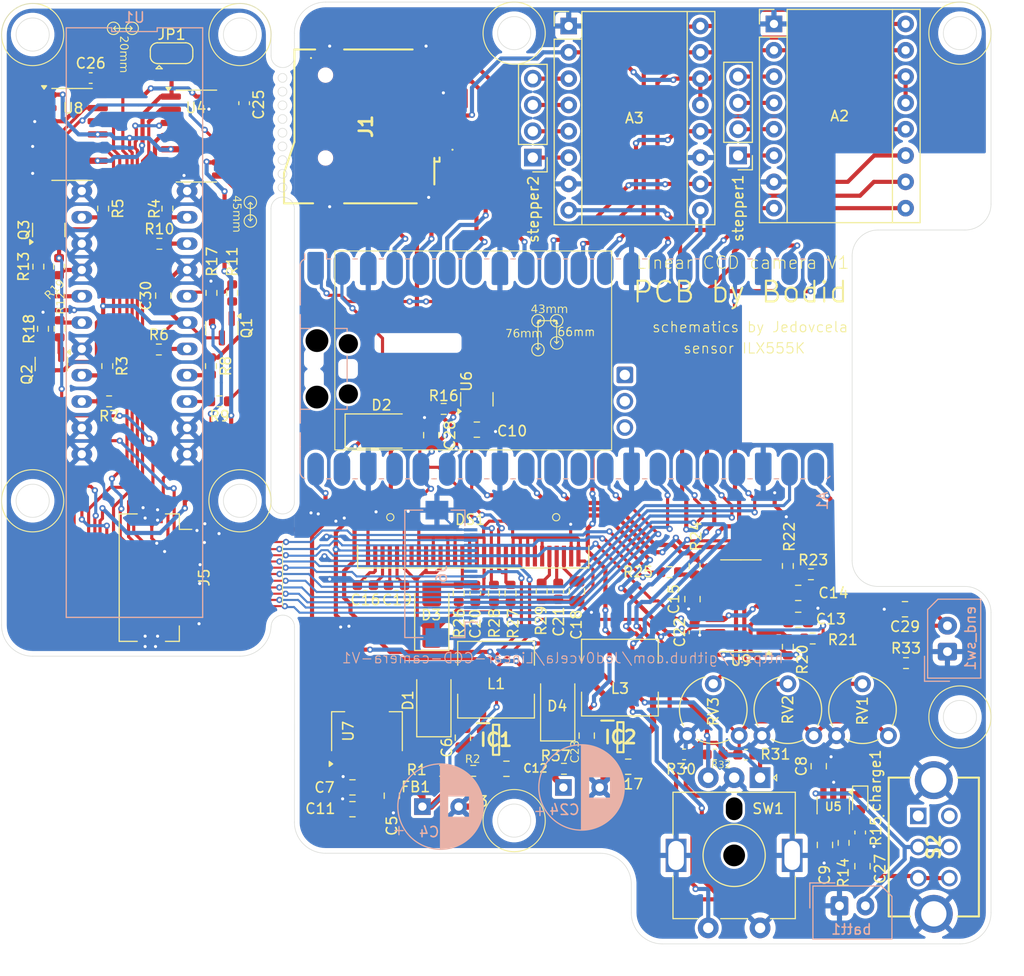
<source format=kicad_pcb>
(kicad_pcb (version 20241229) (generator "pcbnew") (generator_version "9.0")
  (layers (0 "F.Cu" signal) (2 "B.Cu" signal) (13 "F.Paste" user) (15 "B.Paste" user) (5 "F.SilkS" user "F.Silkscreen") (7 "B.SilkS" user "B.Silkscreen") (1 "F.Mask" user) (3 "B.Mask" user) (25 "Edge.Cuts" user))
  (net 0 "")
  (net 1 "GND")
  (net 2 "CS")
  (net 3 "/MS3")
  (net 4 "/MS1")
  (net 5 "/DIR")
  (net 6 "CLK")
  (net 7 "/STEP")
  (net 8 "card_detect")
  (net 10 "MOSI")
  (net 11 "Net-(A1-GPIO16)")
  (net 12 "Net-(A1-GPIO13)")
  (net 13 "Net-(A1-GPIO14)")
  (net 15 "/EN1")
  (net 16 "Net-(A1-GPIO15)")
  (net 17 "/EN2")
  (net 18 "MISO")
  (net 19 "Net-(A2-1A)")
  (net 20 "Net-(A2-2A)")
  (net 21 "Net-(D1-K)")
  (net 22 "+BATT")
  (net 23 "5V-usb")
  (net 24 "Net-(U5-STAT)")
  (net 25 "Net-(charge1-A)")
  (net 26 "Net-(D1-A)")
  (net 27 "Net-(A2-1B)")
  (net 28 "Net-(U5-PROG)")
  (net 29 "stepper_VDD")
  (net 30 "Net-(A2-2B)")
  (net 31 "Net-(A3-2A)")
  (net 32 "Net-(A3-1B)")
  (net 33 "Net-(A3-2B)")
  (net 35 "Net-(A3-1A)")
  (net 36 "Net-(A1-ADC_VREF)")
  (net 37 "Net-(A1-VSYS)")
  (net 38 "batt_switch")
  (net 39 "CCD_12V")
  (net 40 "CCD_5V")
  (net 41 "Net-(R3-Pad2)")
  (net 42 "Net-(R4-Pad2)")
  (net 43 "Net-(R5-Pad2)")
  (net 44 "Net-(R6-Pad2)")
  (net 45 "Net-(U1-ΦROG-G)")
  (net 46 "Net-(U1-ΦROG-R)")
  (net 47 "Net-(U1-ΦROG-B)")
  (net 48 "Net-(U1-ΦRC)")
  (net 49 "Net-(U1-Vout-G)")
  (net 50 "Net-(U1-Vout-R)")
  (net 51 "Net-(U1-Vout-B)")
  (net 55 "Net-(Q1-B)")
  (net 56 "/B1")
  (net 57 "Net-(Q2-B)")
  (net 58 "/R1")
  (net 59 "/G1")
  (net 60 "Net-(Q3-B)")
  (net 61 "Net-(D4-A)")
  (net 63 "Net-(IC1-FB)")
  (net 64 "Net-(R4-Pad1)")
  (net 65 "Net-(R6-Pad1)")
  (net 66 "Net-(R10-Pad1)")
  (net 68 "Net-(JP1-A)")
  (net 69 "Net-(JP1-C)")
  (net 70 "Net-(R3-Pad1)")
  (net 71 "Net-(R5-Pad1)")
  (net 72 "Net-(R7-Pad1)")
  (net 73 "Net-(R8-Pad1)")
  (net 74 "Net-(R9-Pad1)")
  (net 75 "/blue")
  (net 76 "/red")
  (net 77 "/green")
  (net 78 "/CCD-clk1")
  (net 79 "/CCD-clk2")
  (net 80 "Net-(U9A-+)")
  (net 81 "Net-(U9B-+)")
  (net 82 "Net-(U9C-+)")
  (net 83 "Net-(U9A--)")
  (net 84 "Net-(U9B--)")
  (net 85 "Net-(U9C--)")
  (net 86 "/RC")
  (net 87 "/ROG-B")
  (net 88 "/ROG-G")
  (net 89 "/ROG-R")
  (net 90 "Net-(DS1-C2P)")
  (net 91 "Net-(DS1-C2N)")
  (net 92 "Net-(DS1-VCC)")
  (net 93 "Net-(DS1-C1N)")
  (net 94 "Net-(DS1-C1P)")
  (net 95 "Net-(D3-A)")
  (net 96 "Net-(DS1-VCOMH)")
  (net 97 "Net-(DS1-IREF)")
  (net 98 "SDA")
  (net 99 "SCL")
  (net 102 "Net-(IC2-FB)")
  (net 105 "+3.3V")
  (footprint "Capacitor_SMD:C_0603_1608Metric" (layer "F.Cu") (at 156.05 70.47 180)
    (property "Reference" "C16")
    (property "Value" "1u")
  )
  (footprint "Capacitor_SMD:C_0603_1608Metric" (layer "F.Cu") (at 189.77 86.82 180)
    (property "Reference" "R32")
    (property "Value" "NC")
  )
  (footprint "Resistor_SMD:R_0603_1608Metric" (layer "F.Cu") (at 202.18 95.35 -90)
    (property "Reference" "R14")
    (property "Value" "2k")
  )
  (footprint "Capacitor_SMD:C_0603_1608Metric" (layer "F.Cu") (at 174.65 71.07 90)
    (property "Reference" "C21")
    (property "Value" "1u")
  )
  (footprint "SamacSys_Parts:SOT95P280X145-6N" (layer "F.Cu") (at 168.652651 85.4)
    (property "Reference" "IC1")
    (property "Value" "TLV61048DBVR" (hide yes))
  )
  (footprint "Resistor_SMD:R_0603_1608Metric" (layer "F.Cu") (at 185.4 69.225 180)
    (property "Reference" "R25")
    (property "Value" "5k1")
  )
  (footprint "Resistor_SMD:R_0603_1608Metric" (layer "F.Cu") (at 131.3255 52.73346 180)
    (property "Reference" "R7")
    (property "Value" "100")
  )
  (footprint "Resistor_SMD:R_0603_1608Metric" (layer "F.Cu") (at 141.2005 42.27096 -90)
    (property "Reference" "R17")
    (property "Value" "5k1")
  )
  (footprint "Resistor_SMD:R_0603_1608Metric" (layer "F.Cu") (at 141.1505 49.33346 -90)
    (property "Reference" "R8")
    (property "Value" "100")
  )
  (footprint "Package_TO_SOT_SMD:SOT-23" (layer "F.Cu") (at 142.2005 45.67096 -90)
    (property "Reference" "Q1")
    (property "Value" "BC817")
  )
  (footprint "Capacitor_SMD:C_0805_2012Metric" (layer "F.Cu") (at 200.38 95.55 -90)
    (property "Reference" "C9")
    (property "Value" "4u7")
  )
  (footprint "Capacitor_SMD:C_0805_2012Metric" (layer "F.Cu") (at 136.5505 42.53346 90)
    (property "Reference" "C30")
    (property "Value" "4u7")
  )
  (footprint "Capacitor_SMD:C_0805_2012Metric" (layer "F.Cu") (at 162.4 56 90)
    (property "Reference" "C28")
    (property "Value" "4u7")
  )
  (footprint "Capacitor_SMD:C_0805_2012Metric" (layer "F.Cu") (at 208.1 72.8 180)
    (property "Reference" "C29")
    (property "Value" "NC")
  )
  (footprint "Capacitor_SMD:C_0805_2012Metric" (layer "F.Cu") (at 166.8 55.4675)
    (property "Reference" "C10")
    (property "Value" "NC")
  )
  (footprint "Resistor_SMD:R_0603_1608Metric" (layer "F.Cu") (at 196.8 76.425 90)
    (property "Reference" "R20")
    (property "Value" "5k1")
  )
  (footprint "Capacitor_SMD:C_0805_2012Metric" (layer "F.Cu") (at 181.4 88 180)
    (property "Reference" "C17")
    (property "Value" "4u7")
  )
  (footprint "Capacitor_SMD:C_0603_1608Metric" (layer "F.Cu") (at 159.05 70.47)
    (property "Reference" "C19")
    (property "Value" "1u")
  )
  (footprint "Potentiometer_THT:Potentiometer_Piher_PT-6-V_Vertical" (layer "F.Cu") (at 192.105 85 90)
    (property "Reference" "RV3")
    (property "Value" "10K")
  )
  (footprint "Inductor_SMD:L_7.3x7.3_H3.5" (layer "F.Cu") (at 168.652651 79.6 180)
    (property "Reference" "L1")
    (property "Value" "4u7")
  )
  (footprint "Package_TO_SOT_SMD:SOT-23" (layer "F.Cu") (at 125.5005 36.19596 90)
    (property "Reference" "Q3")
    (property "Value" "BC817")
  )
  (footprint "Resistor_SMD:R_0603_1608Metric" (layer "F.Cu") (at 163.452651 88.4)
    (property "Reference" "R1")
    (property "Value" "18k")
  )
  (footprint "Inductor_SMD:L_7.3x7.3_H3.5" (layer "F.Cu") (at 180.6 79.4 180)
    (property "Reference" "L3")
    (property "Value" "4u7")
  )
  (footprint "Resistor_SMD:R_0603_1608Metric" (layer "F.Cu") (at 130.7505 34.13346 -90)
    (property "Reference" "R5")
    (property "Value" "2")
  )
  (footprint "Package_TO_SOT_SMD:SOT-23" (layer "F.Cu") (at 125.7505 49.13346 -90)
    (property "Reference" "Q2")
    (property "Value" "BC817")
  )
  (footprint "Capacitor_SMD:C_0805_2012Metric" (layer "F.Cu") (at 154.8 89.995 180)
    (property "Reference" "C7")
    (property "Value" "4u7")
  )
  (footprint "Resistor_SMD:R_0603_1608Metric" (layer "F.Cu") (at 126.5005 39.73346 90)
    (property "Reference" "R19")
    (property "Value" "5k1")
  )
  (footprint "Capacitor_SMD:C_0805_2012Metric" (layer "F.Cu") (at 158.6 90.8 -90)
    (property "Reference" "C5")
    (property "Value" "4u7")
  )
  (footprint "Capacitor_SMD:C_0805_2012Metric" (layer "F.Cu") (at 154.8 92.1 180)
    (property "Reference" "C11")
    (property "Value" "4u7")
  )
  (footprint "Connector_FFC-FPC:Hirose_FH12-18S-0.5SH_1x18-1MP_P0.50mm_Horizontal" (layer "F.Cu") (at 136.8 69.75 -90)
    (property "Reference" "J5")
    (property "Value" "FFC2B35-18-G")
  )
  (footprint "SamacSys_Parts:SOT95P280X145-6N" (layer "F.Cu") (at 180.65 85.15)
    (property "Reference" "IC2")
    (property "Value" "TLV61048DBVR" (hide yes))
  )
  (footprint "Resistor_SMD:R_0603_1608Metric" (layer "F.Cu") (at 136.1255 47.73346)
    (property "Reference" "R6")
    (property "Value" "2")
  )
  (footprint "Resistor_SMD:R_0603_1608Metric" (layer "F.Cu") (at 163.6 53.4675 180)
    (property "Reference" "R16")
    (property "Value" "NC")
  )
  (footprint "Resistor_SMD:R_0603_1608Metric" (layer "F.Cu") (at 199.2 75.625)
    (property "Reference" "R21")
    (property "Value" "5k1")
  )
  (footprint "Diode_SMD:D_SMA" (layer "F.Cu") (at 162.45 73.27 90)
    (property "Reference" "D3")
    (property "Value" "D_Schottky")
  )
  (footprint "Capacitor_SMD:C_0805_2012Metric" (layer "F.Cu") (at 169.652651 88.2 180)
    (property "Reference" "C12")
    (property "Value" "4u7")
  )
  (footprint "Capacitor_SMD:C_0805_2012Metric" (layer "F.Cu") (at 165.452651 85.2 -90)
    (property "Reference" "C6")
    (property "Value" "4u7")
  )
  (footprint "Package_SO:SOIC-14_3.9x8.7mm_P1.27mm" (layer "F.Cu") (at 192.275 72.47 180)
    (property "Reference" "U9")
    (property "Value" "TLV9064")
  )
  (footprint "Resistor_SMD:R_0603_1608Metric" (layer "F.Cu") (at 208.2 78)
    (property "Reference" "R33")
    (property "Value" "NC")
  )
  (footprint "Package_TO_SOT_SMD:SOT-23" (layer "F.Cu") (at 166.8 52.5375 90)
    (property "Reference" "U6")
    (property "Value" "LM4040DBZ-3")
  )
  (footprint "Package_SO:SO-14_3.9x8.65mm_P1.27mm" (layer "F.Cu") (at 139.7505 27.13346)
    (property "Reference" "U4")
    (property "Value" "74HC14")
  )
  (footprint "Potentiometer_THT:Potentiometer_Piher_PT-6-V_Vertical" (layer "F.Cu") (at 206.5 85 90)
    (property "Reference" "RV1")
    (property "Value" "10K")
  )
  (footprint "Package_TO_SOT_SMD:SOT-23-5" (layer "F.Cu") (at 201.18 91.75 -90)
    (property "Reference" "U5")
    (property "Value" "MCP73832-2-OT")
  )
  (footprint "Resistor_SMD:R_0603_1608Metric" (layer "F.Cu") (at 168.45 71.27 -90)
    (property "Reference" "R28")
    (property "Value" "5k1")
  )
  (footprint "Rotary_Encoder:RotaryEncoder_Alps_EC11E-Switch_Vertical_H20mm_MountingHoles" (layer "F.Cu") (at 194.12 89.06 -90)
    (property "Reference" "SW1")
    (property "Value" "RotaryEncoder_Switch_MP")
  )
  (footprint "Capacitor_SMD:C_0603_1608Metric" (layer "F.Cu") (at 187.8 75.025 90)
    (property "Reference" "C22")
    (property "Value" "1u")
  )
  (footprint "Resistor_SMD:R_0603_1608Metric" (layer "F.Cu") (at 124.9505 45.73346 -90)
    (property "Reference" "R18")
    (property "Value" "5k1")
  )
  (footprint "Resistor_SMD:R_0603_1608Metric" (layer "F.Cu") (at 187.8 68.625 -90)
    (property "Reference" "R24")
    (property "Value" "5k1")
  )
  (footprint "Capacitor_SMD:C_0805_2012Metric" (layer "F.Cu") (at 197.8 71.225)
    (property "Reference" "C14")
    (property "Value" "4u7")
  )
  (footprint "Resistor_SMD:R_0603_1608Metric" (layer "F.Cu") (at 199.025 69.425)
    (property "Reference" "R23")
    (property "Value" "5k1")
  )
  (footprint "SamacSys_Parts:SLW1359875AND" (layer "F.Cu") (at 209.38 92.75 -90)
    (property "Reference" "S2")
    (property "Value" "SLW-135987-5A-N-D" (hide yes))
  )
  (footprint "SamacSys_Parts:MSD1A" (layer "F.Cu") (at 156.1 26.2 -90)
    (property "Reference" "J1")
    (property "Value" "MSD-1-A" (hide yes))
  )
  (footprint "Resistor_SMD:R_0603_1608Metric" (layer "F.Cu") (at 175.2 88.2)
    (property "Reference" "R37")
    (property "Value" "18k")
  )
  (footprint "Resistor_SMD:R_0603_1608Metric" (layer "F.Cu") (at 131.1505 49.33346 -90)
    (property "Reference" "R3")
    (property "Value" "2")
  )
  (footprint "Capacitor_SMD:C_0805_2012Metric" (layer "F.Cu") (at 176.45 71.07 -90)
    (property "Reference" "C18")
    (property "Value" "4u7")
  )
  (footprint "Module:Pololu_Breakout-16_15.2x20.3mm" (layer "F.Cu") (at 195.46 16.31)
    (property "Reference" "A2")
    (property "Value" "Pololu_Breakout_A4988")
  )
  (footprint "LED_SMD:LED_0603_1608Metric" (layer "F.Cu") (at 203.78 91.35 -90)
    (property "Reference" "charge1")
    (property "Value" "charge")
  )
  (footprint "Resistor_SMD:R_0603_1608Metric" (layer "F.Cu") (at 143.2005 42.27096 -90)
    (property "Reference" "R11")
    (property "Value" "100")
  )
  (footprint "Resistor_SMD:R_0603_1608Metric" (layer "F.Cu") (at 173.05 71.07 -90)
    (property "Reference" "R29")
    (property "Value" "470k")
  )
  (footprint "Capacitor_SMD:C_0603_1608Metric" (layer "F.Cu") (at 144.3505 23.95846 90)
    (property "Reference" "C25")
    (property "Value" "1u")
  )
  (footprint "Resistor_SMD:R_0603_1608Metric" (layer "F.Cu") (at 126.5505 45.73346 -90)
    (property "Reference" "R12")
    (property "Value" "100")
  )
  (footprint "Resistor_SMD:R_0603_1608Metric" (layer "F.Cu") (at 165.05 71.27 -90)
    (property "Reference" "R26")
    (property "Value" "5k1")
  )
  (footprint "Jumper:SolderJumper-3_P1.3mm_Bridged12_RoundedPad1.0x1.5mm" (layer "F.Cu") (at 137.3505 19.13346)
    (property "Reference" "JP1")
    (property "Value" "SolderJumper_3_Bridged12")
  )
  (footprint "Package_SO:SO-14_3.9x8.65mm_P1.27mm" (layer "F.Cu") (at 127.7505 26.97346)
    (property "Reference" "U8")
    (property "Value" "74HC14")
  )
  (footprint "Capacitor_SMD:C_0603_1608Metric" (layer "F.Cu") (at 166.65 71.27 90)
    (property "Reference" "C20")
    (property "Value" "10u")
  )
  (footprint "Resistor_SMD:R_0603_1608Metric" (layer "F.Cu") (at 136.1755 37.53346)
    (property "Reference" "R10")
    (property "Value" "100")
  )
  (footprint "Package_TO_SOT_SMD:SOT-223-3_TabPin2" (layer "F.Cu") (at 156.2 84.6 90)
    (property "Reference" "U7")
    (property "Value" "AMS1117-5.0")
  )
  (footprint "Capacitor_SMD:C_0603_1608Metric" (layer "F.Cu") (at 186.79 86.81 180)
    (property "Reference" "R30")
    (property "Value" "NC")
  )
  (footprint "Capacitor_SMD:C_0603_1608Metric" (layer "F.Cu") (at 166.477651 90)
    (property "Reference" "C3")
    (property "Value" "100n")
  )
  (footprint "Capacitor_SMD:C_0805_2012Metric" (layer "F.Cu") (at 197.8 73.825)
    (property "Reference" "C13")
    (property "Value" "4u7")
  )
  (footprint "Inductor_SMD:L_0603_1608Metric" (layer "F.Cu") (at 163.452651 90)
    (property "Reference" "FB1")
    (property "Value" "FerriteBead")
  )
  (footprint "Module:Pololu_Breakout-16_15.2x20.3mm" (layer "F.Cu") (at 175.66 16.51)
    (property "Reference" "A3")
    (property "Value" "Pololu_Breakout_A4988")
  )
  (footprint "Capacitor_SMD:C_0805_2012Metric" (layer "F.Cu") (at 199.78 87.95 90)
    (property "Reference" "C8")
    (property "Value" "4u7")
  )
  (footprint "Capacitor_SMD:C_0805_2012Metric" (layer "F.Cu") (at 187.6 71.825 -90)
    (property "Reference" "C15")
    (property "Value" "4u7")
  )
  (footprint "Diode_SMD:D_SMA" (layer "F.Cu") (at 174.6 82 90)
    (property "Reference" "D4")
    (property "Value" "D_Schottky")
  )
  (footprint "Capacitor_SMD:C_0603_1608Metric" (layer "F.Cu") (at 192.76 86.83)
    (property "Reference" "R31")
    (property "Value" "NC")
  )
  (footprint "Capacitor_SMD:C_0603_1608Metric" (layer "F.Cu") (at 203.78 94.35 90)
    (property "Reference" "R15")
    (property "Value" "2k")
  )
  (footprint "Diode_SMD:D_SMA" (layer "F.Cu") (at 157.6 55.6)
    (property "Reference" "D2")
    (property "Value" "D_Schottky")
  )
  (footprint "Resistor_SMD:R_0603_1608Metric" (layer "F.Cu") (at 166.452651 88.4)
    (property "Reference" "R2")
    (property "Value" "2k")
  )
  (footprint "Capacitor_SMD:C_0603_1608Metric" (layer "F.Cu") (at 129.5505 21.53346)
    (property "Reference" "C26")
    (property "Value" "1u")
  )
  (footprint "Resistor_SMD:R_0603_1608Metric" (layer "F.Cu") (at 196.8 68.625 -90)
    (property "Reference" "R22")
    (property "Value" "5k1")
  )
  (footprint "Resistor_SMD:R_0603_1608Metric" (layer "F.Cu") (at 124.5005 39.73346 90)
    (property "Reference" "R13")
    (property "Value" "100")
  )
  (footprint "Resistor_SMD:R_0603_1608Metric" (layer "F.Cu") (at 136.9505 34.13346 -90)
    (property "Reference" "R4")
    (property "Value" "2")
  )
  (footprint "Resistor_SMD:R_0603_1608Metric" (layer "F.Cu") (at 178.2 88.2)
    (property "Reference" "R38")
    (property "Value" "2k")
  )
  (footprint "Connector_PinHeader_2.54mm:PinHeader_1x04_P2.54mm_Vertical" (layer "F.Cu") (at 192 29.01 180)
    (property "Reference" "stepper1")
    (property "Value" "Conn_01x04_Pin")
  )
  (footprint "Diode_SMD:D_SMA" (layer "F.Cu") (at 162.652651 81.6 90)
    (property "Reference" "D1")
    (property "Value" "D_Schottky")
  )
  (footprint "Resistor_SMD:R_0603_1608Metric" (layer "F.Cu") (at 170.05 71.27 -90)
    (property "Reference" "R27")
    (property "Value" "5k1")
  )
  (footprint "Display:OLED-128O064D" (layer "F.Cu") (at 166.45 67.67)
    (property "Reference" "DS1")
    (property "Value" "OLED-128O064D")
  )
  (footprint "Potentiometer_THT:Potentiometer_Piher_PT-6-V_Vertical" (layer "F.Cu") (at 199.3 85 90)
    (property "Reference" "RV2")
    (property "Value" "10K")
  )
  (footprint "Capacitor_SMD:C_0805_2012Metric" (layer "F.Cu") (at 177.4 85 -90)
    (property "Reference" "C23")
    (property "Value" "4u7")
  )
  (footprint "Resistor_SMD:R_0603_1608Metric" (layer "F.Cu") (at 141.9755 52.73346 180)
    (property "Reference" "R9")
    (property "Value" "100")
  )
  (footprint "Capacitor_SMD:C_0805_2012Metric" (layer "F.Cu") (at 204 97.6 90)
    (property "Reference" "C27")
    (property "Value" "4u7")
  )
  (footprint "Connector_PinHeader_2.54mm:PinHeader_1x04_P2.54mm_Vertical" (layer "F.Cu") (at 172.2 29.21 180)
    (property "Reference" "stepper2")
    (property "Value" "Conn_01x04_Pin")
  )
  (footprint "Connector_Molex:Molex_SPOX_5267-02A_1x02_P2.50mm_Vertical" (layer "B.Cu") (at 201.78 101.425)
    (property "Reference" "batt1")
    (property "Value" "Conn_01x02_Pin")
  )
  (footprint "sensor-optic:DIP-22_400_ELL" (layer "B.Cu") (at 133.7705 45.13346 -90)
    (property "Reference" "U1")
    (property "Value" "~")
  )
  (footprint "Capacitor_THT:CP_Radial_D8.0mm_P3.50mm" (layer "B.Cu") (at 161.547349 91.85)
    (property "Reference" "C4")
    (property "Value" "C_Polarized")
  )
  (footprint "Connector_FFC-FPC:Hirose_FH12-18S-0.5SH_1x18-1MP_P0.50mm_Horizontal" (layer "B.Cu") (at 164.35 69.3841 90)
    (property "Reference" "J6")
    (property "Value" "FFC2B35-18-G")
  )
  (footprint "Capacitor_THT:CP_Radial_D8.0mm_P3.50mm" (layer "B.Cu") (at 175.147349 90)
    (property "Reference" "C24")
    (property "Value" "C_Polarized")
  )
  (footprint "Module:RaspberryPi_Pico_W_SMD_HandSolder" (layer "B.Cu") (at 175.375 49.6 -90)
    (property "Reference" "A1")
    (property "Value" "RaspberryPi_Pico_W")
  )
  (footprint "Connector_Molex:Molex_SPOX_5267-02A_1x02_P2.50mm_Vertical" (layer "B.Cu") (at 212.195 76.89 90)
    (property "Reference" "end_sw1")
    (property "Value" "Conn_01x02_Pin")
  )
  (gr_circle (center 172.7 44.95) (end 172.7 44.35) (stroke (width 0.1)) (fill no) (layer "F.SilkS"))
  (gr_line (start 174.5 44.95) (end 174.4 45.25) (stroke (width 0.1)) (layer "F.SilkS"))
  (gr_circle (center 170.4 17.2) (end 173.4 17.2) (stroke (width 0.1)) (fill no) (layer "F.SilkS"))
  (gr_line (start 144.9505 35.33346) (end 144.7505 35.13346) (stroke (width 0.1)) (layer "F.SilkS"))
  (gr_circle (center 143.9505 17.33346) (end 143.9505 20.33346) (stroke (width 0.1)) (fill no) (layer "F.SilkS"))
  (gr_line (start 174.5 47.15) (end 174.3 46.95) (stroke (width 0.1)) (layer "F.SilkS"))
  (gr_line (start 172.7 44.95) (end 172.7 47.75) (stroke (width 0.1)) (layer "F.SilkS"))
  (gr_circle (center 123.9505 62.33346) (end 123.9505 65.33346) (stroke (width 0.1)) (fill no) (layer "F.SilkS"))
  (gr_line (start 172.7 44.95) (end 172.8 45.2) (stroke (width 0.1)) (layer "F.SilkS"))
  (gr_line (start 144.9505 35.33346) (end 145.1505 35.13346) (stroke (width 0.1)) (layer "F.SilkS"))
  (gr_circle (center 143.9505 62.33346) (end 143.9505 65.33346) (stroke (width 0.1)) (fill no) (layer "F.SilkS"))
  (gr_circle (center 131.7505 16.73346) (end 131.7505 16.13346) (stroke (width 0.1)) (fill no) (layer "F.SilkS"))
  (gr_line (start 172.7 44.95) (end 172.95 44.85) (stroke (width 0.1)) (layer "F.SilkS"))
  (gr_line (start 144.9505 33.53346) (end 145.1505 33.73346) (stroke (width 0.1)) (layer "F.SilkS"))
  (gr_circle (center 144.9505 33.53346) (end 145.5505 33.53346) (stroke (width 0.1)) (fill no) (layer "F.SilkS"))
  (gr_line (start 174.5 44.95) (end 174.6 45.25) (stroke (width 0.1)) (layer "F.SilkS"))
  (gr_line (start 148.054028 66.387747) (end 148.054028 72.494841) (stroke (width 0.1)) (layer "F.SilkS"))
  (gr_circle (center 144.9505 35.33346) (end 144.3505 35.33346) (stroke (width 0.1)) (fill no) (layer "F.SilkS"))
  (gr_line (start 172.7 44.95) (end 172.6 45.2) (stroke (width 0.1)) (layer "F.SilkS"))
  (gr_line (start 174.5 44.95) (end 172.7 44.95) (stroke (width 0.1)) (layer "F.SilkS"))
  (gr_circle (center 172.7 47.75) (end 172.1 47.75) (stroke (width 0.1)) (fill no) (layer "F.SilkS"))
  (gr_line (start 172.7 47.75) (end 172.9 47.55) (stroke (width 0.1)) (layer "F.SilkS"))
  (gr_circle (center 174.5 44.95) (end 175.1 44.95) (stroke (width 0.1)) (fill no) (layer "F.SilkS"))
  (gr_line (start 131.7505 16.73346) (end 131.9505 16.53346) (stroke (width 0.1)) (layer "F.SilkS"))
  (gr_line (start 133.5505 16.73346) (end 131.7505 16.73346) (stroke (width 0.1)) (layer "F.SilkS"))
  (gr_line (start 133.5505 16.73346) (end 133.3505 16.93346) (stroke (width 0.1)) (layer "F.SilkS"))
  (gr_line (start 174.5 47.15) (end 174.7 46.95) (stroke (width 0.1)) (layer "F.SilkS"))
  (gr_line (start 144.9505 33.53346) (end 144.9505 35.33346) (stroke (width 0.1)) (layer "F.SilkS"))
  (gr_line (start 133.5505 16.73346) (end 133.3505 16.53346) (stroke (width 0.1)) (layer "F.SilkS"))
  (gr_circle (center 170.4 93.2) (end 173.4 93.2) (stroke (width 0.1)) (fill no) (layer "F.SilkS"))
  (gr_circle (center 213.4 83.2) (end 216.4 83.2) (stroke (width 0.1)) (fill no) (layer "F.SilkS"))
  (gr_circle (center 174.5 47.1) (end 173.9 47.1) (stroke (width 0.1)) (fill no) (layer "F.SilkS"))
  (gr_line (start 144.9505 33.53346) (end 144.7505 33.73346) (stroke (width 0.1)) (layer "F.SilkS"))
  (gr_circle (center 133.5505 16.73346) (end 133.5505 17.33346) (stroke (width 0.1)) (fill no) (layer "F.SilkS"))
  (gr_line (start 172.7 44.95) (end 172.95 45.05) (stroke (width 0.1)) (layer "F.SilkS"))
  (gr_line (start 172.7 47.75) (end 172.5 47.55) (stroke (width 0.1)) (layer "F.SilkS"))
  (gr_line (start 174.5 44.95) (end 174.5 47.15) (stroke (width 0.1)) (layer "F.SilkS"))
  (gr_line (start 174.5 44.95) (end 174.2 45.05) (stroke (width 0.1)) (layer "F.SilkS"))
  (gr_rect (start 153.1 38.225) (end 179.8 57.425) (stroke (width 0.1)) (fill no) (layer "F.SilkS"))
  (gr_line (start 174.5 44.95) (end 174.2 44.85) (stroke (width 0.1)) (layer "F.SilkS"))
  (gr_line (start 131.7505 16.73346) (end 131.9505 16.93346) (stroke (width 0.1)) (layer "F.SilkS"))
  (gr_circle (center 123.9505 17.33346) (end 123.9505 20.33346) (stroke (width 0.1)) (fill no) (layer "F.SilkS"))
  (gr_circle (center 213.4 17.2) (end 216.4 17.2) (stroke (width 0.1)) (fill no) (layer "F.SilkS"))
  (gr_circle (center 123.9505 62.33346) (end 123.9505 63.93346) (stroke (width 0.05)) (fill no) (layer "Edge.Cuts"))
  (gr_line (start 213.9 36.2) (end 205.5 36.2) (stroke (width 0.05)) (layer "Edge.Cuts"))
  (gr_line (start 216.4 73.1178) (end 216.4 102.1) (stroke (width 0.05)) (layer "Edge.Cuts"))
  (gr_line (start 120.9505 17.33346) (end 120.9505 74.33346) (stroke (width 0.05)) (layer "Edge.Cuts"))
  (gr_circle (center 148.05 29.4544) (end 148.45 29.3044) (stroke (width 0.05)) (fill no) (layer "Edge.Cuts"))
  (gr_arc (start 149.2095 19.39) (mid 148.072781 20.519477) (end 146.950592 19.375562) (stroke (width 0.05)) (layer "Edge.Cuts"))
  (gr_line (start 143.9505 14.33346) (end 123.9505 14.33346) (stroke (width 0.05)) (layer "Edge.Cuts"))
  (gr_arc (start 216.4 33.7) (mid 215.667767 35.467767) (end 213.9 36.2) (stroke (width 0.05)) (layer "Edge.Cuts"))
  (gr_arc (start 203 38.7) (mid 203.732233 36.932233) (end 205.5 36.2) (stroke (width 0.05)) (layer "Edge.Cuts"))
  (gr_line (start 123.9505 77.33346) (end 143.9505 77.33346) (stroke (width 0.05)) (layer "Edge.Cuts"))
  (gr_arc (start 213.882233 70.6) (mid 215.662563 71.337437) (end 216.4 73.117767) (stroke (width 0.05)) (layer "Edge.Cuts"))
  (gr_circle (center 148.05 28.1316) (end 148.45 27.9816) (stroke (width 0.05)) (fill no) (layer "Edge.Cuts"))
  (gr_arc (start 146.950501 74.499943) (mid 148.087228 73.370524) (end 149.209407 74.514398) (stroke (width 0.05)) (layer "Edge.Cuts"))
  (gr_arc (start 146.945879 74.499943) (mid 146.012134 76.512872) (end 143.9505 77.3335) (stroke (width 0.05)) (layer "Edge.Cuts"))
  (gr_circle (center 143.9505 62.33346) (end 143.9505 63.93346) (stroke (width 0.05)) (fill no) (layer "Edge.Cuts"))
  (gr_arc (start 149.2 17.2) (mid 150.07868 15.07868) (end 152.2 14.2) (stroke (width 0.05)) (layer "Edge.Cuts"))
  (gr_arc (start 178.7 96.35) (mid 180.82132 97.22868) (end 181.7 99.35) (stroke (width 0.05)) (layer "Edge.Cuts"))
  (gr_circle (center 170.4 17.2) (end 172 17.2) (stroke (width 0.05)) (fill no) (layer "Edge.Cuts"))
  (gr_arc (start 216.400001 102.100001) (mid 215.521321 104.221321) (end 213.400001 105.100001) (stroke (width 0.05)) (layer "Edge.Cuts"))
  (gr_line (start 146.950591 19.375714) (end 146.950539 17.33346) (stroke (width 0.05)) (layer "Edge.Cuts"))
  (gr_line (start 205.5 70.6) (end 213.8822 70.6) (stroke (width 0.05)) (layer "Edge.Cuts"))
  (gr_line (start 152.2 96.35) (end 178.7 96.35) (stroke (width 0.05)) (layer "Edge.Cuts"))
  (gr_circle (center 148.05 21.5176) (end 148.45 21.3676) (stroke (width 0.05)) (fill no) (layer "Edge.Cuts"))
  (gr_line (start 149.2 17.2) (end 149.2095 19.39) (stroke (width 0.05)) (layer "Edge.Cuts"))
  (gr_circle (center 170.4 93.2) (end 172 93.2) (stroke (width 0.05)) (fill no) (layer "Edge.Cuts"))
  (gr_line (start 181.699999 102.1) (end 181.7 99.35) (stroke (width 0.05)) (layer "Edge.Cuts"))
  (gr_arc (start 143.9505 14.33346) (mid 146.07182 15.21214) (end 146.9505 17.33346) (stroke (width 0.05)) (layer "Edge.Cuts"))
  (gr_arc (start 152.2 96.35) (mid 150.07868 95.47132) (end 149.2 93.35) (stroke (width 0.05)) (layer "Edge.Cuts"))
  (gr_line (start 203 38.7) (end 203 68.1) (stroke (width 0.05)) (layer "Edge.Cuts"))
  (gr_circle (center 148.05 30.7772) (end 148.45 30.6272) (stroke (width 0.05)) (fill no) (layer "Edge.Cuts"))
  (gr_circle (center 123.9505 17.33346) (end 123.9505 18.93346) (stroke (width 0.05)) (fill no) (layer "Edge.Cuts"))
  (gr_circle (center 148.05 22.8404) (end 148.45 22.6904) (stroke (width 0.05)) (fill no) (layer "Edge.Cuts"))
  (gr_circle (center 213.4 17.2) (end 215 17.2) (stroke (width 0.05)) (fill no) (layer "Edge.Cuts"))
  (gr_line (start 184.7 105.100001) (end 213.400001 105.100001) (stroke (width 0.05)) (layer "Edge.Cuts"))
  (gr_arc (start 149.196719 62.4705) (mid 148.06 63.599977) (end 146.937811 62.456062) (stroke (width 0.05)) (layer "Edge.Cuts"))
  (gr_arc (start 184.699999 105.100001) (mid 182.578679 104.221321) (end 181.699999 102.100001) (stroke (width 0.05)) (layer "Edge.Cuts"))
  (gr_circle (center 148.05 32.1) (end 148.45 31.95) (stroke (width 0.05)) (fill no) (layer "Edge.Cuts"))
  (gr_line (start 213.4 14.199999) (end 152.2 14.2) (stroke (width 0.05)) (layer "Edge.Cuts"))
  (gr_line (start 216.4 33.7) (end 216.400001 17.2) (stroke (width 0.05)) (layer "Edge.Cuts"))
  (gr_line (start 149.199408 34.164415) (end 149.196719 62.4705) (stroke (width 0.05)) (layer "Edge.Cuts"))
  (gr_arc (start 205.5 70.6) (mid 203.732233 69.867767) (end 203 68.1) (stroke (width 0.05)) (layer "Edge.Cuts"))
  (gr_arc (start 213.400001 14.199999) (mid 215.521321 15.078679) (end 216.400001 17.199999) (stroke (width 0.05)) (layer "Edge.Cuts"))
  (gr_circle (center 148.05 25.486) (end 148.45 25.336) (stroke (width 0.05)) (fill no) (layer "Edge.Cuts"))
  (gr_circle (center 148.05 26.8088) (end 148.45 26.6588) (stroke (width 0.05)) (fill no) (layer "Edge.Cuts"))
  (gr_line (start 149.209361 74.517655) (end 149.204127 93.35) (stroke (width 0.05)) (layer "Edge.Cuts"))
  (gr_line (start 146.937811 62.456062) (end 146.9405 34.15) (stroke (width 0.05)) (layer "Edge.Cuts"))
  (gr_arc (start 146.9405 34.15) (mid 148.077219 33.020523) (end 149.199408 34.164438) (stroke (width 0.05)) (layer "Edge.Cuts"))
  (gr_arc (start 123.9505 77.33346) (mid 121.82918 76.45478) (end 120.9505 74.33346) (stroke (width 0.05)) (layer "Edge.Cuts"))
  (gr_circle (center 143.9505 17.33346) (end 143.9505 18.93346) (stroke (width 0.05)) (fill no) (layer "Edge.Cuts"))
  (gr_circle (center 213.4 83.2) (end 215 83.2) (stroke (width 0.05)) (fill no) (layer "Edge.Cuts"))
  (gr_circle (center 148.05 24.1632) (end 148.45 24.0132) (stroke (width 0.05)) (fill no) (layer "Edge.Cuts"))
  (gr_arc (start 120.9505 17.33346) (mid 121.82918 15.21214) (end 123.9505 14.33346) (stroke (width 0.05)) (layer "Edge.Cuts"))
  (gr_text "PCB by Bodid" (at 181.7 43.35 0) (layer "F.SilkS") (effects (font (size 2 2) (thickness 0.2)) (justify left bottom)))
  (gr_text "66mm" (at 174.5 46.5 0) (layer "F.SilkS") (effects (font (size 0.8 0.8) (thickness 0.1)) (justify left bottom)))
  (gr_text "schematics by Jedovcela" (at 183.65 46.15 0) (layer "F.SilkS") (effects (font (size 1 1) (thickness 0.1)) (justify left bottom)))
  (gr_text "45mm" (at 143.15 32.85 270) (layer "F.SilkS") (effects (font (size 0.8 0.8) (thickness 0.1)) (justify left bottom)))
  (gr_text "Linear CCD camera V1" (at 182.1 40.05 0) (layer "F.SilkS") (effects (font (size 1.2 1.2) (thickness 0.1)) (justify left bottom)))
  (gr_text "43mm" (at 172 44.35 0) (layer "F.SilkS") (effects (font (size 0.8 0.8) (thickness 0.1)) (justify left bottom)))
  (gr_text "20mm" (at 132.25 17.45 270) (layer "F.SilkS") (effects (font (size 0.8 0.8) (thickness 0.1)) (justify left bottom)))
  (gr_text "76mm" (at 169.55 46.7 0) (layer "F.SilkS") (effects (font (size 0.8 0.8) (thickness 0.1)) (justify left bottom)))
  (gr_text "sensor ILX555K" (at 186.65 48.2 0) (layer "F.SilkS") (effects (font (size 1 1) (thickness 0.1)) (justify left bottom)))
  (gr_text "https://github.com/Jed0vcela/Linear-CCD-camera-V1" (at 196.45 78.1 0) (layer "B.SilkS") (effects (font (size 1 1) (thickness 0.1)) (justify left bottom mirror)))
  (segment (start 167.45 64.85) (end 168 64.3) (width 0.3) (layer "F.Cu") (net 1))
  (segment (start 166.675 72.045) (end 167.476 71.244) (width 0.3) (layer "F.Cu") (net 1))
  (segment (start 202.58 31.55) (end 195.46 31.55) (width 0.4) (layer "F.Cu") (net 1))
  (segment (start 164.7 67.67) (end 164.7 65.92) (width 0.3) (layer "F.Cu") (net 1))
  (segment (start 138.65 74) (end 139.8 74) (width 0.3) (layer "F.Cu") (net 1))
  (segment (start 154.01 64) (end 154.01 64.56) (width 0.4) (layer "F.Cu") (net 1))
  (segment (start 173.1 67.67) (end 173.1 65.92) (width 0.3) (layer "F.Cu") (net 1))
  (segment (start 176.45 65.87) (end 175.65 65.87) (width 0.3) (layer "F.Cu") (net 1))
  (segment (start 199.78 87) (end 200.93 87) (width 0.4) (layer "F.Cu") (net 1))
  (segment (start 140.71 65.1) (end 141.65 65.1) (width 0.4) (layer "F.Cu") (net 1))
  (segment (start 140.24 66.36) (end 140.1 66.5) (width 0.3) (layer "F.Cu") (net 1))
  (segment (start 141.65 65.1) (end 142.07 65.1) (width 0.4) (layer "F.Cu") (net 1))
  (segment (start 135.44 64.76) (end 135.44 64.86) (width 0.3) (layer "F.Cu") (net 1))
  (segment (start 162.4 55.05) (end 162.4 54.95) (width 0.4) (layer "F.Cu") (net 1))
  (segment (start 139.8 74) (end 140 74.2) (width 0.3) (layer "F.Cu") (net 1))
  (segment (start 144.2105 24.59346) (end 144.3505 24.73346) (width 0.4) (layer "F.Cu") (net 1))
  (segment (start 176.6 68.15) (end 176.6 67.67) (width 0.3) (layer "F.Cu") (net 1))
  (segment (start 163.85 65.87) (end 164.65 65.87) (width 0.3) (layer "F.Cu") (net 1))
  (segment (start 154.01 74.17) (end 154.19 74.17) (width 0.4) (layer "F.Cu") (net 1))
  (segment (start 135.2 63.6) (end 134.8 64) (width 0.3) (layer "F.Cu") (net 1))
  (segment (start 171.65 65.87) (end 172.45 65.87) (width 0.3) (layer "F.Cu") (net 1))
  (segment (start 177.4 85.95) (end 178.2 85.15) (width 0.6) (layer "F.Cu") (net 1))
  (segment (start 202.18 96.175) (end 200.705 96.175) (width 0.4) (layer "F.Cu") (net 1))
  (segment (start 135.4 75.9) (end 135.5 75.9) (width 0.3) (layer "F.Cu") (net 1))
  (segment (start 199.7 72.175) (end 198.75 71.225) (width 0.3) (layer "F.Cu") (net 1))
  (segment (start 141.2005 41.18346) (end 141.1505 41.13346) (width 0.3) (layer "F.Cu") (net 1))
  (segment (start 170.25 65.05) (end 170.25 65.87) (width 0.3) (layer "F.Cu") (net 1))
  (segment (start 172.4 65.92) (end 172.45 65.87) (width 0.3) (layer "F.Cu") (net 1))
  (segment (start 187.1 90.05) (end 186.95 89.9) (width 0.4) (layer "F.Cu") (net 1))
  (segment (start 136 64.2) (end 135.44 64.76) (width 0.3) (layer "F.Cu") (net 1))
  (segment (start 138.65 65.5) (end 139.5 65.5) (width 0.3) (layer "F.Cu") (net 1))
  (segment (start 140.1 66.5) (end 138.65 66.5) (width 0.3) (layer "F.Cu") (net 1))
  (segment (start 170.3 67.67) (end 170.3 65.92) (width 0.3) (layer "F.Cu") (net 1))
  (segment (start 166.202651 85.4) (end 167.402651 85.4) (width 0.6) (layer "F.Cu") (net 1))
  (segment (start 135.3 75.9) (end 134.8 76.4) (width 0.3) (layer "F.Cu") (net 1))
  (segment (start 161.2 65.87) (end 162.65 65.87) (width 0.3) (layer "F.Cu") (net 1))
  (segment (start 167.5 65.92) (end 167.45 65.87) (width 0.3) (layer "F.Cu") (net 1))
  (segment (start 154.01 74.17) (end 153.66 74.52) (width 0.4) (layer "F.Cu") (net 1))
  (segment (start 178 70.7) (end 178 68.95) (width 0.3) (layer "F.Cu") (net 1))
  (segment (start 200.38 97.22) (end 200.3 97.3) (width 0.4) (layer "F.Cu") (net 1))
  (segment (start 167.5 69.82) (end 167.5 67.67) (width 0.3) (layer "F.Cu") (net 1))
  (segment (start 124.9505 44.13346) (end 125.1505 43.93346) (width 0.4) (layer "F.Cu") (net 1))
  (segment (start 136.68 67.23) (end 136.95 67.5) (width 0.3) (layer "F.Cu") (net 1))
  (segment (start 140.61 65.2) (end 140.71 65.1) (width 0.4) (layer "F.Cu") (net 1))
  (segment (start 126.9805 25.70346) (end 125.2755 25.70346) (width 0.4) (layer "F.Cu") (net 1))
  (segment (start 173.05 65.87) (end 175.65 65.87) (width 0.3) (layer "F.Cu") (net 1))
  (segment (start 141.65 65.1) (end 141.87 65.1) (width 0.4) (layer "F.Cu") (net 1))
  (segment (start 162.6 67.67) (end 162.6 65.92) (width 0.3) (layer "F.Cu") (net 1))
  (segment (start 152.6 69.9) (end 153.2 69.9) (width 0.2) (layer "F.Cu") (net 1))
  (segment (start 198.75 71.225) (end 198.775 71.225) (width 0.3) (layer "F.Cu") (net 1))
  (segment (start 135.2 63.6) (end 134.6 63) (width 0.3) (layer "F.Cu") (net 1))
  (segment (start 201.18 90.6125) (end 201.18 89.54) (width 0.4) (layer "F.Cu") (net 1))
  (segment (start 167.277651 89.975) (end 167.252651 90) (width 0.4) (layer "F.Cu") (net 1))
  (segment (start 189.4 90.8) (end 187.85 90.8) (width 0.4) (layer "F.Cu") (net 1))
  (segment (start 199.375 73.825) (end 198.75 73.825) (width 0.3) (layer "F.Cu") (net 1))
  (segment (start 164.65 65.87) (end 166.05 65.87) (width 0.3) (layer "F.Cu") (net 1))
  (segment (start 199.7 73.5) (end 199.375 73.825) (width 0.3) (layer "F.Cu") (net 1))
  (segment (start 166.05 65.87) (end 166.85 65.87) (width 0.3) (layer "F.Cu") (net 1))
  (segment (start 139.5 65.5) (end 139.8 65.2) (width 0.3) (layer "F.Cu") (net 1))
  (segment (start 189.8 75.01) (end 188.59 75.01) (width 0.4) (layer "F.Cu") (net 1))
  (segment (start 138.5405 30.94346) (end 138.5505 30.93346) (width 0.3) (layer "F.Cu") (net 1))
  (segment (start 171.7 67.67) (end 171.7 65.92) (width 0.3) (layer "F.Cu") (net 1))
  (segment (start 179.247349 88.422349) (end 179.025 88.2) (width 0.4) (layer "F.Cu") (net 1))
  (segment (start 161.2 65.87) (end 161.2 64.375) (width 0.3) (layer "F.Cu") (net 1))
  (segment (start 177.2 68.15) (end 176.6 68.15) (width 0.3) (layer "F.Cu") (net 1))
  (segment (start 140.52 66.36) (end 140.24 66.36) (width 0.3) (layer "F.Cu") (net 1))
  (segment (start 173.1 71.845) (end 173.05 71.895) (width 0.3) (layer "F.Cu") (net 1))
  (segment (start 165.452651 86.15) (end 166.202651 85.4) (width 0.6) (layer "F.Cu") (net 1))
  (segment (start 180.45 88) (end 180.45 87.35) (width 0.6) (layer "F.Cu") (net 1))
  (segment (start 166.85 65.87) (end 167.45 65.87) (width 0.3) (layer "F.Cu") (net 1))
  (segment (start 124.0605 28.24346) (end 123.9505 28.13346) (width 0.3) (layer "F.Cu") (net 1))
  (segment (start 208.16 29.01) (end 205.12 29.01) (width 0.4) (layer "F.Cu") (net 1))
  (segment (start 168 64.3) (end 169.5 64.3) (width 0.3) (layer "F.Cu") (net 1))
  (segment (start 167.476 71.244) (end 167.476 69.844) (width 0.3) (layer "F.Cu") (net 1))
  (segment (start 179.025 89.622349) (end 178.647349 90) (width 0.4) (layer "F.Cu") (net 1))
  (segment (start 186.95 89.9) (end 186.95 88.1) (width 0.4) (layer "F.Cu") (net 1))
  (segment (start 135.6 63.6) (end 136 63.2) (width 0.3) (layer "F.Cu") (net 1))
  (segment (start 188.59 75.01) (end 187.8 75.8) (width 0.4) (layer "F.Cu") (net 1))
  (segment (start 167.252651 90) (end 167.252651 90.947349) (width 0.6) (layer "F.Cu") (net 1))
  (segment (start 156.3 64.175) (end 157.075 63.4) (width 0.3) (layer "F.Cu") (net 1))
  (segment (start 153.2 65.8) (end 153.2 68.1) (width 0.4) (layer "F.Cu") (net 1))
  (segment (start 175.85 65.87) (end 175.85 64.6) (width 0.3) (layer "F.Cu") (net 1))
  (segment (start 139.8 65.2) (end 140.61 65.2) (width 0.4) (layer "F.Cu") (net 1))
  (segment (start 156.3 67.67) (end 156.3 64.175) (width 0.3) (layer "F.Cu") (net 1))
  (segment (start 167.5 67.67) (end 167.5 65.92) (width 0.3) (layer "F.Cu") (net 1))
  (segment (start 135.5 75.9) (end 136 75.4) (width 0.3) (layer "F.Cu") (net 1))
  (segment (start 141.97 65.2) (end 142.07 65.1) (width 0.4) (layer "F.Cu") (net 1))
  (segment (start 167.477651 88.2) (end 167.277651 88.4) (width 0.4) (layer "F.Cu") (net 1))
  (segment (start 167.45 65.87) (end 167.45 64.85) (width 0.3) (layer "F.Cu") (net 1))
  (segment (start 125.2755 28.24346) (end 124.0605 28.24346) (width 0.3) (layer "F.Cu") (net 1))
  (segment (start 180.6 85.35) (end 180.4 85.15) (width 0.6) (layer "F.Cu") (net 1))
  (segment (start 135.44 64.86) (end 135.44 65.95) (width 0.3) (layer "F.Cu") (net 1))
  (segment (start 141.2005 41.44596) (end 141.2005 41.18346) (width 0.3) (layer "F.Cu") (net 1))
  (segment (start 128.5505 22.13346) (end 128.5505 24.13346) (width 0.4) (layer "F.Cu") (net 1))
  (segment (start 179.025 88.2) (end 179.025 89.622349) (width 0.6) (layer "F.Cu") (net 1))
  (segment (start 195.53 62.76) (end 196.65 63.88) (width 0.4) (layer "F.Cu") (net 1))
  (segment (start 168.702651 85.7) (end 168.402651 85.4) (width 0.6) (layer "F.Cu") (net 1))
  (segment (start 187.6 72.775) (end 187.225 72.775) (width 0.4) (layer "F.Cu") (net 1))
  (segment (start 177.6 73.1) (end 177.85 73.1) (width 0.3) (layer "F.Cu") (net 1))
  (segment (start 176.45 72.02) (end 176.52 72.02) (width 0.3) (layer "F.Cu") (net 1))
  (segment (start 176.6 66.02) (end 176.45 65.87) (width 0.3) (layer "F.Cu") (net 1))
  (segment (start 135.4 63.6) (end 136 64.2) (width 0.3) (layer "F.Cu") (net 1))
  (segment (start 205.12 29.01) (end 202.58 31.55) (width 0.4) (layer "F.Cu") (net 1))
  (segment (start 135.4 64.72) (end 135.44 64.76) (width 0.3) (layer "F.Cu") (net 1))
  (segment (start 195.53 61.56) (end 195.53 62.76) (width 0.4) (layer "F.Cu") (net 1))
  (segment (start 136.95 67.5) (end 138.65 67.5) (width 0.3) (layer "F.Cu") (net 1))
  (segment (start 124.0005 30.78346) (end 123.9505 30.73346) (width 0.3) (layer "F.Cu") (net 1))
  (segment (start 151.5 64.1) (end 150.99 64.61) (width 0.4) (layer "F.Cu") (net 1))
  (segment (start 124.1805 25.70346) (end 124.1505 25.73346) (width 0.4) (layer "F.Cu") (net 1))
  (segment (start 151.5 63.6) (end 151.5 64.1) (width 0.4) (layer "F.Cu") (net 1))
  (segment (start 141.93 65.5) (end 141.86 65.43) (width 0.4) (layer "F.Cu") (net 1))
  (segment (start 164 66.02) (end 163.85 65.87) (width 0.3) (layer "F.Cu") (net 1))
  (segment (start 180.25 88.2) (end 180.45 88) (width 0.4) (layer "F.Cu") (net 1))
  (segment (start 162.4 54.95) (end 161.75 54.3) (width 0.4) (layer "F.Cu") (net 1))
  (segment (start 141.87 65.1) (end 141.97 65.2) (width 0.4) (layer "F.Cu") (net 1))
  (segment (start 168.702651 88.2) (end 168.702651 85.7) (width 0.6) (layer "F.Cu") (net 1))
  (segment (start 204.95 95.7) (end 204 96.65) (width 0.4) (layer "F.Cu") (net 1))
  (segment (start 153.2 73.36) (end 154.01 74.17) (width 0.4) (layer "F.Cu") (net 1))
  (segment (start 168.702651 88.2) (end 167.477651 88.2) (width 0.6) (layer "F.Cu") (net 1))
  (segment (start 167.75 55.4675) (end 168.4175 55.4675) (width 0.4) (layer "F.Cu") (net 1))
  (segment (start 162.65 65.87) (end 163.85 65.87) (width 0.3) (layer "F.Cu") (net 1))
  (segment (start 153.2 68.1) (end 153.2 69.9) (width 0.4) (layer "F.Cu") (net 1))
  (segment (start 174.825 72.02) (end 174.65 71.845) (width 0.3) (layer "F.Cu") (net 1))
  (segment (start 167.252651 90.947349) (end 166.35 91.85) (width 0.6) (layer "F.Cu") (net 1))
  (segment (start 141.86 65.31) (end 141.97 65.2) (width 0.4) (layer "F.Cu") (net 1))
  (segment (start 153.2 69.9) (end 153.2 73.36) (width 0.4) (layer "F.Cu") (net 1))
  (segment (start 176.45 72.02) (end 174.825 72.02) (width 0.3) (layer "F.Cu") (net 1))
  (segment (start 164 67.67) (end 164 66.02) (width 0.3) (layer "F.Cu") (net 1))
  (segment (start 135.4 63.6) (end 135.2 63.6) (width 0.3) (layer "F.Cu") (net 1))
  (segment (start 166.8 67.67) (end 166.8 65.92) (width 0.3) (layer "F.Cu") (net 1))
  (segment (start 141.0105 24.59346) (end 140.9505 24.53346) (width 0.4) (layer "F.Cu") (net 1))
  (segment (start 172.45 65.87) (end 173.05 65.87) (width 0.3) (layer "F.Cu") (net 1))
  (segment (start 142.2255 24.59346) (end 144.2105 24.59346) (width 0.4) (layer "F.Cu") (net 1))
  (segment (start 128.5505 24.13346) (end 126.9805 25.70346) (width 0.4) (layer "F.Cu") (net 1))
  (segment (start 178 68.95) (end 177.2 68.15) (width 0.3) (layer "F.Cu") (net 1))
  (segment (start 125.1505 43.93346) (end 127.9505 43.93346) (width 0.4) (layer "F.Cu") (net 1))
  (segment (start 179.025 88.2) (end 180.25 88.2) (width 0.6) (layer "F.Cu") (net 1))
  (segment (start 200.93 87) (end 200.97 87.04) (width 0.4) (layer "F.Cu") (net 1))
  (segment (start 174.65 71.845) (end 173.1 71.845) (width 0.3) (layer "F.Cu") (net 1))
  (segment (start 171 67.67) (end 171 66.02) (width 0.3) (layer "F.Cu") (net 1))
  (segment (start 178.2 85.15) (end 179.4 85.15) (width 0.6) (layer "F.Cu") (net 1))
  (segment (start 153.46 64.56) (end 153.2 64.3) (width 0.4) (layer "F.Cu") (net 1))
  (segment (start 173.1 65.92) (end 173.05 65.87) (width 0.3) (layer "F.Cu") (net 1))
  (segment (start 138.8505 40.05346) (end 138.0805 40.05346) (width 0.4) (layer "F.Cu") (net 1))
  (segment (start 135.4 63.6) (end 135.4 64.72) (width 0.3) (layer "F.Cu") (net 1))
  (segment (start 154.01 64.56) (end 153.2 65.37) (width 0.4) (layer "F.Cu") (net 1))
  (segment (start 150.99 64.61) (end 150.8 64.61) (width 0.4) (layer "F.Cu") (net 1))
  (segment (start 168.402651 85.4) (end 167.402651 85.4) (width 0.6) (layer "F.Cu") (net 1))
  (segment (start 180.4 85.15) (end 179.4 85.15) (width 0.6) (layer "F.Cu") (net 1))
  (segment (start 128.7755 21.53346) (end 128.7755 21.90846) (width 0.4) (layer "F.Cu") (net 1))
  (segment (start 201.18 89.54) (end 201.22 89.5) (width 0.4) (layer "F.Cu") (net 1))
  (segment (start 150.8 64.61) (end 150.31 65.1) (width 0.4) (layer "F.Cu") (net 1))
  (segment (start 205.1 95.7) (end 204.95 95.7) (width 0.4) (layer "F.Cu") (net 1))
  (segment (start 153.9 87.75) (end 153.9 88.95) (width 0.4) (layer "F.Cu") (net 1))
  (segment (start 170.85 65.87) (end 171.65 65.87) (width 0.3) (layer "F.Cu") (net 1))
  (segment (start 153.9 88.95) (end 153.9 89.945) (width 0.4) (layer "F.Cu") (net 1))
  (segment (start 152.1 67.7) (end 152.5 68.1) (width 0.2) (layer "F.Cu") (net 1))
  (segment (start 128.7755 21.90846) (end 128.5505 22.13346) (width 0.4) (layer "F.Cu") (net 1))
  (segment (start 161.2 64.375) (end 160.175 63.35) (width 0.3) (layer "F.Cu") (net 1))
  (segment (start 140.06 70.32) (end 139.88 70.5) (width 0.3) (layer "F.Cu") (net 1))
  (segment (start 166.1 65.92) (end 166.05 65.87) (width 0.3) (layer "F.Cu") (net 1))
  (segment (start 180.6 87.2) (end 180.6 85.35) (width 0.6) (layer "F.Cu") (net 1))
  (segment (start 128.6905 40.05346) (end 127.0055 40.05346) (width 0.4) (layer "F.Cu") (net 1))
  (segment (start 138.0805 40.05346) (end 136.5505 41.58346) (width 0.4) (layer "F.Cu") (net 1))
  (segment (start 180.45 87.35) (end 180.6 87.2) (width 0.6) (layer "F.Cu") (net 1))
  (segment (start 200.705 96.175) (end 200.38 96.5) (width 0.4) (layer "F.Cu") (net 1))
  (segment (start 142.2255 24.59346) (end 141.0105 24.59346) (width 0.4) (layer "F.Cu") (net 1))
  (segment (start 167.277651 88.4) (end 167.277651 89.975) (width 0.6) (layer "F.Cu") (net 1))
  (segment (start 124.9505 44.90846) (end 124.9505 44.13346) (width 0.4) (layer "F.Cu") (net 1))
  (segment (start 171.7 65.92) (end 171.65 65.87) (width 0.3) (layer "F.Cu") (net 1))
  (segment (start 127.0055 40.05346) (end 126.5005 40.55846) (width 0.4) (layer "F.Cu") (net 1))
  (segment (start 125.2755 25.70346) (end 124.1805 25.70346) (width 0.4) (layer "F.Cu") (net 1))
  (segment (start 207.15 72.8) (end 206.1 72.8) (width 0.4) (layer "F.Cu") (net 1))
  (segment (start 169.5 64.3) (end 170.25 65.05) (width 0.3) (layer "F.Cu") (net 1))
  (segment (start 135.4 75.9) (end 135.4 76) (width 0.3) (layer "F.Cu") (net 1))
  (segment (start 152.5 68.1) (end 153.2 68.1) (width 0.2) (layer "F.Cu") (net 1))
  (segment (start 139.88 70.5) (end 138.65 70.5) (width 0.3) (layer "F.Cu") (net 1))
  (segment (start 161.2 65.87) (end 161.2 67.67) (width 0.3) (layer "F.Cu") (net 1))
  (segment (start 140.61 64.6) (end 140.56 64.55) (width 0.4) (layer "F.Cu") (net 1))
  (segment (start 137.2755 30.94346) (end 137.3605 30.94346) (width 0.3) (layer "F.Cu") (net 1))
  (segment (start 154.01 64.56) (end 153.46 64.56) (width 0.4) (layer "F.Cu") (net 1))
  (segment (start 125.2755 30.78346) (end 124.0005 30.78346) (width 0.3) (layer "F.Cu") (net 1))
  (segment (start 167.476 69.844) (end 167.5 69.82) (width 0.3) (layer "F.Cu") (net 1))
  (segment (start 199.7 72.7) (end 199.7 72.175) (width 0.3) (layer "F.Cu") (net 1))
  (segment (start 175.65 65.87) (end 175.85 65.87) (width 0.3) (layer "F.Cu") (net 1))
  (segment (start 140.1 68.5) (end 138.65 68.5) (width 0.3) (layer "F.Cu") (net 1))
  (segment (start 135.4 75.9) (end 135.3 75.9) (width 0.3) (layer "F.Cu") (net 1))
  (segment (start 150.8 63.5) (end 150.8 64.61) (width 0.4) (layer "F.Cu") (net 1))
  (segment (start 150.31 65.1) (end 142.07 65.1) (width 0.4) (layer "F.Cu") (net 1))
  (segment (start 164.7 65.92) (end 164.65 65.87) (width 0.3) (layer "F.Cu") (net 1))
  (segment (start 158.6 91.75) (end 158.6 92.3) (width 0.4) (layer "F.Cu") (net 1))
  (segment (start 162.6 65.92) (end 162.65 65.87) (width 0.3) (layer "F.Cu") (net 1))
  (segment (start 167.75 53.475) (end 167.75 55.4675) (width 0.4) (layer "F.Cu") (net 1))
  (segment (start 163.58 22.95) (end 163.57 22.96) (width 0.4) (layer "F.Cu") (net 1))
  (segment (start 176.68 72.02) (end 178 70.7) (width 0.3) (layer "F.Cu") (net 1))
  (segment (start 187.905 72.47) (end 187.6 72.775) (width 0.4) (layer "F.Cu") (net 1))
  (segment (start 135.4 63.6) (end 135.6 63.6) (width 0.3) (layer "F.Cu") (net 1))
  (segment (start 176.52 72.02) (end 177.6 73.1) (width 0.3) (layer "F.Cu") (net 1))
  (segment (start 158.6 92.3) (end 158.75 92.45) (width 0.4) (layer "F.Cu") (net 1))
  (segment (start 172.4 67.67) (end 172.4 65.92) (width 0.3) (layer "F.Cu") (net 1))
  (segment (start 191.62 89.06) (end 189.88 90.8) (width 0.4) (layer "F.Cu") (net 1))
  (segment (start 135.4 76) (end 135.8 76.4) (width 0.3) (layer "F.Cu") (net 1))
  (segment (start 141.86 65.43) (end 141.86 65.31) (width 0.4) (layer "F.Cu") (net 1))
  (segment (start 166.35 91.85) (end 165.047349 91.85) (width 0.6) (layer "F.Cu") (net 1))
  (segment (start 166.8 65.92) (end 166.85 65.87) (width 0.3) (layer "F.Cu") (net 1))
  (segment (start 168.4175 55.4675) (end 168.6 55.65) (width 0.4) (layer "F.Cu") (net 1))
  (segment (start 176.45 72.02) (end 176.68 72.02) (width 0.3) (layer "F.Cu") (net 1))
  (segment (start 166.65 72.045) (end 166.675 72.045) (width 0.3) (layer "F.Cu") (net 1))
  (segment (start 170.3 65.92) (end 170.25 65.87) (width 0.3) (layer "F.Cu") (net 1))
  (segment (start 140.61 65.2) (end 140.61 64.6) (width 0.4) (layer "F.Cu") (net 1))
  (segment (start 187.85 90.8) (end 187.1 90.05) (width 0.4) (layer "F.Cu") (net 1))
  (segment (start 200.38 96.5) (end 200.38 97.22) (width 0.4) (layer "F.Cu") (net 1))
  (segment (start 189.88 90.8) (end 189.4 90.8) (width 0.4) (layer "F.Cu") (net 1))
  (segment (start 170.25 65.87) (end 170.85 65.87) (width 0.3) (layer "F.Cu") (net 1))
  (segment (start 153.2 65.37) (end 153.2 65.8) (width 0.4) (layer "F.Cu") (net 1))
  (segment (start 135.44 65.95) (end 135.92 66.43) (width 0.3) (layer "F.Cu") (net 1))
  (segment (start 189.8 72.47) (end 187.905 72.47) (width 0.4) (layer "F.Cu") (net 1))
  (segment (start 166.1 67.67) (end 166.1 65.92) (width 0.3) (layer "F.Cu") (net 1))
  (segment (start 153.9 89.945) (end 153.85 89.995) (width 0.4) (layer "F.Cu") (net 1))
  (segment (start 175.9 67.67) (end 175.9 65.92) (width 0.3) (layer "F.Cu") (net 1))
  (segment (start 152.3 65.8) (end 153.2 65.8) (width 0.2) (layer "F.Cu") (net 1))
  (segment (start 199.7 72.7) (end 199.7 73.5) (width 0.3) (layer "F.Cu") (net 1))
  (segment (start 135.3 75.9) (end 134.8 75.4) (width 0.3) (layer "F.Cu") (net 1))
  (segment (start 176.6 67.67) (end 176.6 66.02) (width 0.3) (layer "F.Cu") (net 1))
  (segment (start 153.85 89.995) (end 153.85 92.1) (width 0.4) (layer "F.Cu") (net 1))
  (segment (start 137.2755 30.94346) (end 138.5405 30.94346) (width 0.3) (layer "F.Cu") (net 1))
  (segment (start 171 66.02) (end 170.85 65.87) (width 0.3) (layer "F.Cu") (net 1))
  (segment (start 154.19 74.17) (end 154.46 74.44) (width 0.4) (layer "F.Cu") (net 1))
  (segment (start 175.9 65.92) (end 175.85 65.87) (width 0.3) (layer "F.Cu") (net 1))
  (via (at 160.175 63.35) (size 0.6) (drill 0.3) (layers "F.Cu" "B.Cu") (net 1))
  (via (at 136 75.4) (size 0.6) (drill 0.3) (layers "F.Cu" "B.Cu") (net 1))
  (via (at 196.65 63.88) (size 0.6) (drill 0.3) (layers "F.Cu" "B.Cu") (net 1))
  (via (at 124.1505 25.73346) (size 0.6) (drill 0.3) (layers "F.Cu" "B.Cu") (net 1))
  (via (at 153.2 67.0341) (size 0.6) (drill 0.3) (layers "F.Cu" "B.Cu") (net 1))
  (via (at 201.22 89.5) (size 0.6) (drill 0.3) (layers "F.Cu" "B.Cu") (net 1))
  (via (at 134.6 63) (size 0.6) (drill 0.3) (layers "F.Cu" "B.Cu") (net 1))
  (via (at 140.56 64.55) (size 0.6) (drill 0.3) (layers "F.Cu" "B.Cu") (net 1))
  (via (at 140.1 68.5) (size 0.6) (drill 0.3) (layers "F.Cu" "B.Cu") (net 1))
  (via (at 140.06 70.32) (size 0.6) (drill 0.3) (layers "F.Cu" "B.Cu") (net 1))
  (via (at 124.9505 44.13346) (size 0.6) (drill 0.3) (layers "F.Cu" "B.Cu") (net 1))
  (via (at 154.46 74.44) (size 0.6) (drill 0.3) (layers "F.Cu" "B.Cu") (net 1))
  (via (at 138.5505 30.93346) (size 0.6) (drill 0.3) (layers "F.Cu" "B.Cu") (net 1))
  (via (at 135.8 76.4) (size 0.6) (drill 0.3) (layers "F.Cu" "B.Cu") (net 1))
  (via (at 140.9505 24.53346) (size 0.6) (drill 0.3) (layers "F.Cu" "B.Cu") (net 1))
  (via (at 152.6 69.9) (size 0.6) (drill 0.3) (layers "F.Cu" "B.Cu") (net 1))
  (via (at 123.9505 28.13346) (size 0.6) (drill 0.3) (layers "F.Cu" "B.Cu") (net 1))
  (via (at 141.93 65.5) (size 0.6) (drill 0.3) (layers "F.Cu" "B.Cu") (net 1))
  (via (at 177.85 73.1) (size 0.6) (drill 0.3) (layers "F.Cu" "B.Cu") (net 1))
  (via (at 161.9 18.45) (size 0.6) (drill 0.3) (layers "F.Cu" "B.Cu") (net 1))
  (via (at 199.7 72.7) (size 0.6) (drill 0.3) (layers "F.Cu" "B.Cu") (net 1))
  (via (at 168.6 55.65) (size 0.6) (drill 0.3) (layers "F.Cu" "B.Cu") (net 1))
  (via (at 200.3 97.3) (size 0.6) (drill 0.3) (layers "F.Cu" "B.Cu") (net 1))
  (via (at 152.3 65.8) (size 0.6) (drill 0.3) (layers "F.Cu" "B.Cu") (net 1))
  (via (at 206.1 72.8) (size 0.6) (drill 0.3) (layers "F.Cu" "B.Cu") (net 1))
  (via (at 162.15 33.05) (size 0.6) (drill 0.3) (layers "F.Cu" "B.Cu") (net 1))
  (via (at 134.8 64) (size 0.6) (drill 0.3) (layers "F.Cu" "B.Cu") (net 1))
  (via (at 140 74.2) (size 0.6) (drill 0.3) (layers "F.Cu" "B.Cu") (net 1))
  (via (at 136 64.2) (size 0.6) (drill 0.3) (layers "F.Cu" "B.Cu") (net 1))
  (via (at 157.075 63.4) (size 0.6) (drill 0.3) (layers "F.Cu" "B.Cu") (net 1))
  (via (at 136 63.2) (size 0.6) (drill 0.3) (layers "F.Cu" "B.Cu") (net 1))
  (via (at 152.6 18.45) (size 0.6) (drill 0.3) (layers "F.Cu" "B.Cu") (net 1))
  (via (at 154.01 64) (size 0.6) (drill 0.3) (layers "F.Cu" "B.Cu") (net 1))
  (via (at 153.9 88.95) (size 0.6) (drill 0.3) (layers "F.Cu" "B.Cu") (net 1))
  (via (at 161.75 54.3) (size 0.6) (drill 0.3) (layers "F.Cu" "B.Cu") (net 1))
  (via (at 195.53 61.56) (size 0.6) (drill 0.3) (layers "F.Cu" "B.Cu") (net 1))
  (via (at 134.8 76.4) (size 0.6) (drill 0.3) (layers "F.Cu" "B.Cu") (net 1))
  (via (at 163.57 22.96) (size 0.6) (drill 0.3) (layers "F.Cu" "B.Cu") (net 1))
  (via (at 134.8 75.4) (size 0.6) (drill 0.3) (layers "F.Cu" "B.Cu") (net 1))
  (via (at 186.95 88.1) (size 0.6) (drill 0.3) (layers "F.Cu" "B.Cu") (net 1))
  (via (at 151.5 63.6) (size 0.6) (drill 0.3) (layers "F.Cu" "B.Cu") (net 1))
  (via (at 123.9505 30.73346) (size 0.6) (drill 0.3) (layers "F.Cu" "B.Cu") (net 1))
  (via (at 141.1505 41.13346) (size 0.6) (drill 0.3) (layers "F.Cu" "B.Cu") (net 1))
  (via (at 187.225 72.775) (size 0.6) (drill 0.3) (layers "F.Cu" "B.Cu") (net 1))
  (via (at 139.8 65.2) (size 0.6) (drill 0.3) (layers "F.Cu" "B.Cu") (net 1))
  (via (at 175.85 64.6) (size 0.6) (drill 0.3) (layers "F.Cu" "B.Cu") (net 1))
  (via (at 152.1 67.7) (size 0.6) (drill 0.3) (layers "F.Cu" "B.Cu") (net 1))
  (via (at 153.66 74.52) (size 0.6) (drill 0.3) (layers "F.Cu" "B.Cu") (net 1))
  (via (at 127.9505 43.93346) (size 0.6) (drill 0.3) (layers "F.Cu" "B.Cu") (net 1))
  (via (at 158.75 92.45) (size 0.6) (drill 0.3) (layers "F.Cu" "B.Cu") (net 1))
  (via (at 153.85 91.1) (size 0.6) (drill 0.3) (layers "F.Cu" "B.Cu") (net 1))
  (via (at 200.97 87.04) (size 0.6) (drill 0.3) (layers "F.Cu" "B.Cu") (net 1))
  (via (at 153.2 64.3) (size 0.6) (drill 0.3) (layers "F.Cu" "B.Cu") (net 1))
  (via (at 152.6 33.95) (size 0.6) (drill 0.3) (layers "F.Cu" "B.Cu") (net 1))
  (via (at 150.8 63.5) (size 0.6) (drill 0.3) (layers "F.Cu" "B.Cu") (net 1))
  (via (at 188.3 75.3) (size 0.6) (drill 0.3) (layers "F.Cu" "B.Cu") (net 1))
  (via (at 135.92 66.43) (size 0.6) (drill 0.3) (layers "F.Cu" "B.Cu") (net 1))
  (via (at 205.1 95.7) (size 0.6) (drill 0.3) (layers "F.Cu" "B.Cu") (net 1))
  (via (at 140.52 66.36) (size 0.6) (drill 0.3) (layers "F.Cu" "B.Cu") (net 1))
  (via (at 136.68 67.23) (size 0.6) (drill 0.3) (layers "F.Cu" "B.Cu") (net 1))
  (segment (start 154.2 65.8) (end 152.3 65.8) (width 0.2) (layer "B.Cu") (net 1))
  (segment (start 200.95 71.65) (end 206.19 76.89) (width 0.4) (layer "B.Cu") (net 1))
  (segment (start 166.2 70.1341) (end 152.8341 70.1341) (width 0.2) (layer "B.Cu") (net 1))
  (segment (start 166.2 73.6341) (end 166.2 74.4) (width 0.2) (layer "B.Cu") (net 1))
  (segment (start 206.19 76.89) (end 212.195 76.89) (width 0.4) (layer "B.Cu") (net 1))
  (segment (start 154.5341 66.1341) (end 154.2 65.8) (width 0.2) (layer "B.Cu") (net 1))
  (segment (start 166.2 67.1341) (end 153.3 67.1341) (width 0.2) (layer "B.Cu") (net 1))
  (segment (start 166.2 68.1341) (end 152.5341 68.1341) (width 0.2) (layer "B.Cu") (net 1))
  (segment (start 186.95 88.1) (end 186.95 85.155) (width 0.4) (layer "B.Cu") (net 1))
  (segment (start 166.2 65.1341) (end 164.85 65.1341) (width 0.2) (layer "B.Cu") (net 1))
  (segment (start 166.2 66.1341) (end 154.5341 66.1341) (width 0.2) (layer "B.Cu") (net 1))
  (segment (start 164.85 65.1341) (end 162.95 63.2341) (width 0.2) (layer "B.Cu") (net 1))
  (segment (start 200.95 65.47) (end 200.95 71.65) (width 0.4) (layer "B.Cu") (net 1))
  (segment (start 166.2 74.4) (end 165.0659 75.5341) (width 0.2) (layer "B.Cu") (net 1))
  (segment (start 199.36 63.88) (end 200.95 65.47) (width 0.4) (layer "B.Cu") (net 1))
  (segment (start 153.3 67.1341) (end 153.2 67.0341) (width 0.2) (layer "B.Cu") (net 1))
  (segment (start 165.0659 75.5341) (end 162.95 75.5341) (width 0.2) (layer "B.Cu") (net 1))
  (segment (start 196.65 63.88) (end 199.36 63.88) (width 0.4) (layer "B.Cu") (net 1))
  (segment (start 186.95 85.155) (end 187.105 85) (width 0.4) (layer "B.Cu") (net 1))
  (segment (start 152.8341 70.1341) (end 152.6 69.9) (width 0.2) (layer "B.Cu") (net 1))
  (segment (start 195.45 61.48) (end 195.53 61.56) (width 0.4) (layer "B.Cu") (net 1))
  (segment (start 152.5341 68.1341) (end 152.1 67.7) (width 0.2) (layer "B.Cu") (net 1))
  (segment (start 166.76 36.57) (end 166.76 27.67) (width 0.4) (layer "F.Cu") (net 2))
  (segment (start 166.76 27.67) (end 166.44 27.35) (width 0.4) (layer "F.Cu") (net 2))
  (segment (start 166.44 27.35) (end 163.2 27.35) (width 0.4) (layer "F.Cu") (net 2))
  (segment (start 167.54 37.35) (end 166.76 36.57) (width 0.4) (layer "F.Cu") (net 2))
  (via (at 167.54 37.35) (size 0.6) (drill 0.3) (layers "F.Cu" "B.Cu") (net 2))
  (segment (start 167.54 37.35) (end 167.5 37.35) (width 0.4) (layer "B.Cu") (net 2))
  (segment (start 166.485 38.365) (end 166.485 39.91) (width 0.4) (layer "B.Cu") (net 2))
  (segment (start 167.5 37.35) (end 166.485 38.365) (width 0.4) (layer "B.Cu") (net 2))
  (segment (start 189.54 26.67) (end 190.991 25.219) (width 0.4) (layer "F.Cu") (net 3))
  (segment (start 177.15 37.45) (end 178.13 37.45) (width 0.4) (layer "F.Cu") (net 3))
  (segment (start 182.15 33.43) (end 182.15 27.82) (width 0.4) (layer "F.Cu") (net 3))
  (segment (start 186.06 26.67) (end 185.22 27.51) (width 0.4) (layer "F.Cu") (net 3))
  (segment (start 201.459 25.219) (end 202.71 26.47) (width 0.4) (layer "F.Cu") (net 3))
  (segment (start 188.36 26.67) (end 189.54 26.67) (width 0.4) (layer "F.Cu") (net 3))
  (segment (start 190.991 25.219) (end 201.459 25.219) (width 0.4) (layer "F.Cu") (net 3))
  (segment (start 202.71 26.47) (end 208.16 26.47) (width 0.4) (layer "F.Cu") (net 3))
  (segment (start 177.05 37.55) (end 177.15 37.45) (width 0.4) (layer "F.Cu") (net 3))
  (segment (start 178.13 37.45) (end 182.15 33.43) (width 0.4) (layer "F.Cu") (net 3))
  (segment (start 188.36 26.67) (end 186.06 26.67) (width 0.4) (layer "F.Cu") (net 3))
  (via (at 177.05 37.55) (size 0.6) (drill 0.3) (layers "F.Cu" "B.Cu") (net 3))
  (via (at 185.22 27.51) (size 0.6) (drill 0.3) (layers "F.Cu" "B.Cu") (net 3))
  (via (at 182.15 27.82) (size 0.6) (drill 0.3) (layers "F.Cu" "B.Cu") (net 3))
  (segment (start 177.05 39.505) (end 176.645 39.91) (width 0.4) (layer "B.Cu") (net 3))
  (segment (start 182.46 27.51) (end 182.15 27.82) (width 0.4) (layer "B.Cu") (net 3))
  (segment (start 177.05 37.55) (end 177.05 39.505) (width 0.4) (layer "B.Cu") (net 3))
  (segment (start 185.22 27.51) (end 182.46 27.51) (width 0.4) (layer "B.Cu") (net 3))
  (segment (start 184.99 31.75) (end 184.96 31.78) (width 0.4) (layer "F.Cu") (net 4))
  (segment (start 208.16 31.55) (end 205.1 31.55) (width 0.4) (layer "F.Cu") (net 4))
  (segment (start 176.17 37.15) (end 181.43 31.89) (width 0.4) (layer "F.Cu") (net 4))
  (segment (start 174.25 37.15) (end 176.17 37.15) (width 0.4) (layer "F.Cu") (net 4))
  (segment (start 203.761 32.889) (end 193.709 32.889) (width 0.4) (layer "F.Cu") (net 4))
  (segment (start 192.57 31.75) (end 188.36 31.75) (width 0.4) (layer "F.Cu") (net 4))
  (segment (start 174.2 37.2) (end 174.25 37.15) (width 0.4) (layer "F.Cu") (net 4))
  (segment (start 188.36 31.75) (end 184.99 31.75) (width 0.4) (layer "F.Cu") (net 4))
  (segment (start 205.1 31.55) (end 203.761 32.889) (width 0.4) (layer "F.Cu") (net 4))
  (segment (start 193.709 32.889) (end 192.57 31.75) (width 0.4) (layer "F.Cu") (net 4))
  (via (at 174.2 37.2) (size 0.6) (drill 0.3) (layers "F.Cu" "B.Cu") (net 4))
  (via (at 184.96 31.78) (size 0.6) (drill 0.3) (layers "F.Cu" "B.Cu") (net 4))
  (via (at 181.43 31.89) (size 0.6) (drill 0.3) (layers "F.Cu" "B.Cu") (net 4))
  (segment (start 184.96 31.78) (end 181.54 31.78) (width 0.4) (layer "B.Cu") (net 4))
  (segment (start 174.2 39.815) (end 174.105 39.91) (width 0.4) (layer "B.Cu") (net 4))
  (segment (start 181.54 31.78) (end 181.43 31.89) (width 0.4) (layer "B.Cu") (net 4))
  (segment (start 174.2 37.2) (end 174.2 39.815) (width 0.4) (layer "B.Cu") (net 4))
  (segment (start 188.3 16.57) (end 187.16 16.57) (width 0.4) (layer "F.Cu") (net 5))
  (segment (start 188.36 16.51) (end 188.3 16.57) (width 0.4) (layer "F.Cu") (net 5))
  (segment (start 187.16 16.57) (end 182.9 20.83) (width 0.4) (layer "F.Cu") (net 5))
  (segment (start 193.650184 14.948294) (end 193.649821 14.948294) (width 0.4) (layer "F.Cu") (net 5))
  (segment (start 208.16 16.31) (end 198.48 16.31) (width 0.4) (layer "F.Cu") (net 5))
  (segment (start 197.111099 14.941099) (end 193.650184 14.948294) (width 0.4) (layer "F.Cu") (net 5))
  (segment (start 193.649821 14.948294) (end 192.088115 16.51) (width 0.4) (layer "F.Cu") (net 5))
  (segment (start 182.9 20.83) (end 182.9 34.75) (width 0.4) (layer "F.Cu") (net 5))
  (segment (start 192.088115 16.51) (end 188.36 16.51) (width 0.4) (layer "F.Cu") (net 5))
  (segment (start 198.48 16.31) (end 197.111099 14.941099) (width 0.4) (layer "F.Cu") (net 5))
  (segment (start 182.9 34.75) (end 180.57 37.08) (width 0.4) (layer "F.Cu") (net 5))
  (via (at 180.57 37.08) (size 0.6) (drill 0.3) (layers "F.Cu" "B.Cu") (net 5))
  (segment (start 180.57 37.08) (end 179.5 38.15) (width 0.4) (layer "B.Cu") (net 5))
  (segment (start 179.5 39.595) (end 179.185 39.91) (width 0.4) (layer "B.Cu") (net 5))
  (segment (start 179.5 38.15) (end 179.5 39.595) (width 0.4) (layer "B.Cu") (net 5))
  (segment (start 158.2 35.36) (end 159.89 37.05) (width 0.4) (layer "F.Cu") (net 6))
  (segment (start 160.456078 24.05) (end 158.2 26.306078) (width 0.4) (layer "F.Cu") (net 6))
  (segment (start 160.456078 24.05) (end 163.2 24.05) (width 0.4) (layer "F.Cu") (net 6))
  (segment (start 158.2 26.306078) (end 158.2 35.36) (width 0.4) (layer "F.Cu") (net 6))
  (via (at 159.89 37.05) (size 0.6) (drill 0.3) (layers "F.Cu" "B.Cu") (net 6))
  (segment (start 159.8 37.05) (end 158.865 37.985) (width 0.4) (layer "B.Cu") (net 6))
  (segment (start 159.89 37.05) (end 159.8 37.05) (width 0.4) (layer "B.Cu") (net 6))
  (segment (start 158.865 37.985) (end 158.865 39.91) (width 0.4) (layer "B.Cu") (net 6))
  (segment (start 196.77 17.66) (end 198.8 17.66) (width 0.4) (layer "F.Cu") (net 7))
  (segment (start 190.88 17.63) (end 196.74 17.63) (width 0.4) (layer "F.Cu") (net 7))
  (segment (start 188.36 19.05) (end 189.46 19.05) (width 0.4) (layer "F.Cu") (net 7))
  (segment (start 187.17 19.05) (end 186.83 19.39) (width 0.4) (layer "F.Cu") (net 7))
  (segment (start 198.8 17.66) (end 199.99 18.85) (width 0.4) (layer "F.Cu") (net 7))
  (segment (start 185.16 36.95) (end 185.25 37.04) (width 0.4) (layer "F.Cu") (net 7))
  (segment (start 185.25 37.04) (end 185.25 37.41) (width 0.4) (layer "F.Cu") (net 7))
  (segment (start 189.46 19.05) (end 190.88 17.63) (width 0.4) (layer "F.Cu") (net 7))
  (segment (start 184.22 22) (end 184.22 31.79) (width 0.4) (layer "F.Cu") (net 7))
  (segment (start 188.36 19.05) (end 187.17 19.05) (width 0.4) (layer "F.Cu") (net 7))
  (segment (start 199.99 18.85) (end 208.16 18.85) (width 0.4) (layer "F.Cu") (net 7))
  (segment (start 184.22 36.01) (end 185.16 36.95) (width 0.4) (layer "F.Cu") (net 7))
  (segment (start 184.22 31.79) (end 184.22 36.01) (width 0.4) (layer "F.Cu") (net 7))
  (segment (start 196.74 17.63) (end 196.77 17.66) (width 0.4) (layer "F.Cu") (net 7))
  (segment (start 186.83 19.39) (end 184.22 22) (width 0.4) (layer "F.Cu") (net 7))
  (via (at 185.25 37.41) (size 0.6) (drill 0.3) (layers "F.Cu" "B.Cu") (net 7))
  (segment (start 184.265 38.535) (end 184.265 39.91) (width 0.4) (layer "B.Cu") (net 7))
  (segment (start 185.25 37.41) (end 185.25 37.55) (width 0.4) (layer "B.Cu") (net 7))
  (segment (start 185.25 37.55) (end 184.265 38.535) (width 0.4) (layer "B.Cu") (net 7))
  (segment (start 170.7 36.65) (end 169.48 36.65) (width 0.4) (layer "F.Cu") (net 8))
  (segment (start 166.04 19.65) (end 163.2 19.65) (width 0.4) (layer "F.Cu") (net 8))
  (segment (start 171.4 37.35) (end 170.7 36.65) (width 0.4) (layer "F.Cu") (net 8))
  (segment (start 168.45 35.62) (end 168.45 22.06) (width 0.4) (layer "F.Cu") (net 8))
  (segment (start 169.48 36.65) (end 168.45 35.62) (width 0.4) (layer "F.Cu") (net 8))
  (segment (start 168.45 22.06) (end 166.04 19.65) (width 0.4) (layer "F.Cu") (net 8))
  (via (at 171.4 37.35) (size 0.6) (drill 0.3) (layers "F.Cu" "B.Cu") (net 8))
  (segment (start 171.4 37.35) (end 171.4 39.745) (width 0.4) (layer "B.Cu") (net 8))
  (segment (start 171.4 39.745) (end 171.565 39.91) (width 0.4) (layer "B.Cu") (net 8))
  (segment (start 161.1 29.4) (end 161.1 27.55) (width 0.4) (layer "F.Cu") (net 10))
  (segment (start 165.25 32.025) (end 163.65 30.425) (width 0.4) (layer "F.Cu") (net 10))
  (segment (start 161.1 27.55) (end 162.4 26.25) (width 0.4) (layer "F.Cu") (net 10))
  (segment (start 162.42 37.05) (end 162.42 36.18) (width 0.4) (layer "F.Cu") (net 10))
  (segment (start 165.25 33.35) (end 165.25 32.025) (width 0.4) (layer "F.Cu") (net 10))
  (segment (start 163.65 30.425) (end 163.65 30.35) (width 0.4) (layer "F.Cu") (net 10))
  (segment (start 162.4 26.25) (end 163.2 26.25) (width 0.4) (layer "F.Cu") (net 10))
  (segment (start 163.65 30.35) (end 162.05 30.35) (width 0.4) (layer "F.Cu") (net 10))
  (segment (start 162.05 30.35) (end 161.1 29.4) (width 0.4) (layer "F.Cu") (net 10))
  (segment (start 162.42 36.18) (end 165.25 33.35) (width 0.4) (layer "F.Cu") (net 10))
  (via (at 162.42 37.05) (size 0.6) (drill 0.3) (layers "F.Cu" "B.Cu") (net 10))
  (segment (start 162.42 37.13) (end 161.405 38.145) (width 0.4) (layer "B.Cu") (net 10))
  (segment (start 161.405 38.145) (end 161.405 39.91) (width 0.4) (layer "B.Cu") (net 10))
  (segment (start 162.43 37.06) (end 162.42 37.05) (width 0.4) (layer "B.Cu") (net 10))
  (segment (start 162.42 37.05) (end 162.42 37.13) (width 0.4) (layer "B.Cu") (net 10))
  (segment (start 200.9 71.62) (end 200.9 64.74) (width 0.4) (layer "F.Cu") (net 11))
  (segment (start 209.05 72.8) (end 210.605 72.8) (width 0.4) (layer "F.Cu") (net 11))
  (segment (start 212.195 74.39) (end 209 74.39) (width 0.4) (layer "F.Cu") (net 11))
  (segment (start 209.025 74.415) (end 209 74.39) (width 0.4) (layer "F.Cu") (net 11))
  (segment (start 200.9 64.74) (end 200.9 62.14) (width 0.4) (layer "F.Cu") (net 11))
  (segment (start 209 74.39) (end 203.67 74.39) (width 0.4) (layer "F.Cu") (net 11))
  (segment (start 200.9 62.14) (end 200.59 61.83) (width 0.4) (layer "F.Cu") (net 11))
  (segment (start 209.025 78) (end 209.025 74.415) (width 0.4) (layer "F.Cu") (net 11))
  (segment (start 203.67 74.39) (end 201.13 71.85) (width 0.4) (layer "F.Cu") (net 11))
  (segment (start 210.605 72.8) (end 212.195 74.39) (width 0.4) (layer "F.Cu") (net 11))
  (segment (start 201.13 71.85) (end 200.9 71.62) (width 0.4) (layer "F.Cu") (net 11))
  (via (at 200.59 61.83) (size 0.6) (drill 0.3) (layers "F.Cu" "B.Cu") (net 11))
  (segment (start 200.59 61.59) (end 199.505 60.505) (width 0.4) (layer "B.Cu") (net 11))
  (segment (start 199.505 60.505) (end 199.505 59.29) (width 0.4) (layer "B.Cu") (net 11))
  (segment (start 200.59 61.83) (end 200.59 61.59) (width 0.4) (layer "B.Cu") (net 11))
  (segment (start 189.12 86.945) (end 188.995 86.82) (width 0.4) (layer "F.Cu") (net 12))
  (segment (start 191.7 43.05) (end 191.7 61.9) (width 0.4) (layer "F.Cu") (net 12))
  (segment (start 182.435101 74.535101) (end 186.2 78.3) (width 0.4) (layer "F.Cu") (net 12))
  (segment (start 189.12 89.06) (end 189.12 86.945) (width 0.4) (layer "F.Cu") (net 12))
  (segment (start 192.1 64.5) (end 191.8 64.8) (width 0.4) (layer "F.Cu") (net 12))
  (segment (start 192.1 62.3) (end 192.1 64.5) (width 0.4) (layer "F.Cu") (net 12))
  (segment (start 186.2 78.3) (end 186.2 80.8) (width 0.4) (layer "F.Cu") (net 12))
  (segment (start 186.2 80.8) (end 189 83.6) (width 0.4) (layer "F.Cu") (net 12))
  (segment (start 191.7 61.9) (end 192.1 62.3) (width 0.4) (layer "F.Cu") (net 12))
  (segment (start 182.199999 74.4351) (end 182.435101 74.435101) (width 0.4) (layer "F.Cu") (net 12))
  (segment (start 191.8 64.8) (end 190.65 64.8) (width 0.4) (layer "F.Cu") (net 12))
  (segment (start 190.65 64.8) (end 190.1 65.35) (width 0.4) (layer "F.Cu") (net 12))
  (segment (start 189 83.6) (end 189 85) (width 0.4) (layer "F.Cu") (net 12))
  (segment (start 182.435101 74.435101) (end 182.435101 74.535101) (width 0.4) (layer "F.Cu") (net 12))
  (via (at 189 85) (size 0.6) (drill 0.3) (layers "F.Cu" "B.Cu") (net 12))
  (via (at 190.1 65.35) (size 0.6) (drill 0.3) (layers "F.Cu" "B.Cu") (net 12))
  (via (at 182.199999 74.4351) (size 0.6) (drill 0.3) (layers "F.Cu" "B.Cu") (net 12))
  (via (at 191.7 43.05) (size 0.6) (drill 0.3) (layers "F.Cu" "B.Cu") (net 12))
  (segment (start 183.5 72.1) (end 182.7 72.1) (width 0.4) (layer "B.Cu") (net 12))
  (segment (start 190.1 65.35) (end 190.1 65.5) (width 0.4) (layer "B.Cu") (net 12))
  (segment (start 191.7 40.095) (end 191.885 39.91) (width 0.4) (layer "B.Cu") (net 12))
  (segment (start 190.1 65.5) (end 183.5 72.1) (width 0.4) (layer "B.Cu") (net 12))
  (segment (start 189.12 85.12) (end 189 85) (width 0.4) (layer "B.Cu") (net 12))
  (segment (start 182.199999 72.600001) (end 182.199999 74.4351) (width 0.4) (layer "B.Cu") (net 12))
  (segment (start 191.7 43.05) (end 191.7 40.095) (width 0.4) (layer "B.Cu") (net 12))
  (segment (start 189.12 89.06) (end 189.12 85.12) (width 0.4) (layer "B.Cu") (net 12))
  (segment (start 182.7 72.1) (end 182.199999 72.600001) (width 0.4) (layer "B.Cu") (net 12))
  (segment (start 181.8 76.2) (end 181.9 76.1) (width 0.4) (layer "F.Cu") (net 13))
  (segment (start 182.4 80.9) (end 181.8 80.3) (width 0.4) (layer "F.Cu") (net 13))
  (segment (start 187 62.1) (end 186.9 62) (width 0.4) (layer "F.Cu") (net 13))
  (segment (start 186.6 58.4) (end 186.6 44.5) (width 0.4) (layer "F.Cu") (net 13))
  (segment (start 194.12 87.415) (end 193.535 86.83) (width 0.4) (layer "F.Cu") (net 13))
  (segment (start 187 65.1) (end 187 62.1) (width 0.4) (layer "F.Cu") (net 13))
  (segment (start 191.6 39.5) (end 191.6 38.3) (width 0.4) (layer "F.Cu") (net 13))
  (segment (start 191.6 38.3) (end 192 37.9) (width 0.4) (layer "F.Cu") (net 13))
  (segment (start 186.6 44.5) (end 188.2 42.9) (width 0.4) (layer "F.Cu") (net 13))
  (segment (start 186.6 61.7) (end 186.6 58.4) (width 0.4) (layer "F.Cu") (net 13))
  (segment (start 192.2 37.7) (end 197.7 37.7) (width 0.4) (layer "F.Cu") (net 13))
  (segment (start 188.2 42.9) (end 191.6 39.5) (width 0.4) (layer "F.Cu") (net 13))
  (segment (start 183 81.8) (end 182.4 81.2) (width 0.4) (layer "F.Cu") (net 13))
  (segment (start 194.12 89.06) (end 194.12 87.415) (width 0.4) (layer "F.Cu") (net 13))
  (segment (start 181.8 80.3) (end 181.8 76.2) (width 0.4) (layer "F.Cu") (net 13))
  (segment (start 192 37.9) (end 192.2 37.7) (width 0.4) (layer "F.Cu") (net 13))
  (segment (start 186.9 62) (end 186.6 61.7) (width 0.4) (layer "F.Cu") (net 13))
  (segment (start 182.4 81.2) (end 182.4 80.9) (width 0.4) (layer "F.Cu") (net 13))
  (via (at 187 65.1) (size 0.6) (drill 0.3) (layers "F.Cu" "B.Cu") (net 13))
  (via (at 197.7 37.7) (size 0.6) (drill 0.3) (layers "F.Cu" "B.Cu") (net 13))
  (via (at 181.9 76.1) (size 0.6) (drill 0.3) (layers "F.Cu" "B.Cu") (net 13))
  (via (at 183 81.8) (size 0.6) (drill 0.3) (layers "F.Cu" "B.Cu") (net 13))
  (segment (start 187.053 65.153) (end 187 65.1) (width 0.4) (layer "B.Cu") (net 13))
  (segment (start 187.990364 65.153) (end 187.053 65.153) (width 0.4) (layer "B.Cu") (net 13))
  (segment (start 190.6 64.6) (end 188.8 64.6) (width 0.4) (layer "B.Cu") (net 13))
  (segment (start 183 73.7) (end 183.8 72.9) (width 0.4) (layer "B.Cu") (net 13))
  (segment (start 190.8 65.9) (end 190.8 64.8) (width 0.4) (layer "B.Cu") (net 13))
  (segment (start 188.121682 65.021682) (end 187.990364 65.153) (width 0.4) (layer "B.Cu") (net 13))
  (segment (start 183 74.7) (end 183 73.7) (width 0.4) (layer "B.Cu") (net 13))
  (segment (start 190.8 64.8) (end 190.7 64.7) (width 0.4) (layer "B.Cu") (net 13))
  (segment (start 192.6 86.9) (end 194.12 88.42) (width 0.4) (layer "B.Cu") (net 13))
  (segment (start 190.7 64.7) (end 190.6 64.6) (width 0.4) (layer "B.Cu") (net 13))
  (segment (start 190.3 84.4) (end 190.3 86.2) (width 0.4) (layer "B.Cu") (net 13))
  (segment (start 187.7 81.8) (end 190.3 84.4) (width 0.4) (layer "B.Cu") (net 13))
  (segment (start 191 86.9) (end 192.6 86.9) (width 0.4) (layer "B.Cu") (net 13))
  (segment (start 197.7 37.7) (end 196.965 38.435) (width 0.4) (layer "B.Cu") (net 13))
  (segment (start 183.8 72.9) (end 190.8 65.9) (width 0.4) (layer "B.Cu") (net 13))
  (segment (start 190.3 86.2) (end 191 86.9) (width 0.4) (layer "B.Cu") (net 13))
  (segment (start 183 81.8) (end 187.7 81.8) (width 0.4) (layer "B.Cu") (net 13))
  (segment (start 181.9 76.1) (end 183 75) (width 0.4) (layer "B.Cu") (net 13))
  (segment (start 188.543364 64.6) (end 188.121682 65.021682) (width 0.4) (layer "B.Cu") (net 13))
  (segment (start 183 75) (end 183 74.7) (width 0.4) (layer "B.Cu") (net 13))
  (segment (start 196.965 38.435) (end 196.965 39.91) (width 0.4) (layer "B.Cu") (net 13))
  (segment (start 188.8 64.6) (end 188.543364 64.6) (width 0.4) (layer "B.Cu") (net 13))
  (segment (start 194.12 88.42) (end 194.12 89.06) (width 0.4) (layer "B.Cu") (net 13))
  (segment (start 208.16 34.09) (end 201.04 34.09) (width 0.4) (layer "F.Cu") (net 15))
  (segment (start 201.04 34.09) (end 199.45 35.68) (width 0.4) (layer "F.Cu") (net 15))
  (segment (start 199.45 35.68) (end 198.79 36.34) (width 0.4) (layer "F.Cu") (net 15))
  (segment (start 193.17 36.34) (end 191.46 36.34) (width 0.4) (layer "F.Cu") (net 15))
  (segment (start 198.79 36.34) (end 193.17 36.34) (width 0.4) (layer "F.Cu") (net 15))
  (segment (start 191.46 36.34) (end 190.6 37.2) (width 0.4) (layer "F.Cu") (net 15))
  (via (at 190.6 37.2) (size 0.6) (drill 0.3) (layers "F.Cu" "B.Cu") (net 15))
  (segment (start 189.65 39.605) (end 189.345 39.91) (width 0.4) (layer "B.Cu") (net 15))
  (segment (start 189.65 38.15) (end 189.65 39.605) (width 0.4) (layer "B.Cu") (net 15))
  (segment (start 190.6 37.2) (end 189.65 38.15) (width 0.4) (layer "B.Cu") (net 15))
  (segment (start 181.508635 74.7351) (end 181.909635 75.1361) (width 0.4) (layer "F.Cu") (net 16))
  (segment (start 187.9 99.8) (end 187.9 99.6) (width 0.4) (layer "F.Cu") (net 16))
  (segment (start 187.6 99.3) (end 187.6 92.3) (width 0.4) (layer "F.Cu") (net 16))
  (segment (start 186.015 86.315) (end 186.015 86.81) (width 0.4) (layer "F.Cu") (net 16))
  (segment (start 189.7 62.6) (end 189.7 64.5) (width 0.4) (layer "F.Cu") (net 16))
  (segment (start 181.909635 75.1361) (end 182.1361 75.1361) (width 0.4) (layer "F.Cu") (net 16))
  (segment (start 188.9 65.3) (end 188.9 65.35) (width 0.4) (layer "F.Cu") (net 16))
  (segment (start 191 42.1) (end 189 44.1) (width 0.4) (layer "F.Cu") (net 16))
  (segment (start 183.173 76.174942) (end 183.525058 76.527) (width 0.4) (layer "F.Cu") (net 16))
  (segment (start 199 42.1) (end 191 42.1) (width 0.4) (layer "F.Cu") (net 16))
  (segment (start 187.6 92.3) (end 186.015 90.715) (width 0.4) (layer "F.Cu") (net 16))
  (segment (start 189 61.9) (end 189.7 62.6) (width 0.4) (layer "F.Cu") (net 16))
  (segment (start 185.4 78.4) (end 185.4 85.7) (width 0.4) (layer "F.Cu") (net 16))
  (segment (start 185.4 85.7) (end 186.015 86.315) (width 0.4) (layer "F.Cu") (net 16))
  (segment (start 181.5 74.7351) (end 181.508635 74.7351) (width 0.4) (layer "F.Cu") (net 16))
  (segment (start 187.9 99.6) (end 187.6 99.3) (width 0.4) (layer "F.Cu") (net 16))
  (segment (start 183.525058 76.527) (end 183.527 76.527) (width 0.4) (layer "F.Cu") (net 16))
  (segment (start 183.173 76.173) (end 183.173 76.174942) (width 0.4) (layer "F.Cu") (net 16))
  (segment (start 182.1361 75.1361) (end 183.173 76.173) (width 0.4) (layer "F.Cu") (net 16))
  (segment (start 189.7 64.5) (end 188.9 65.3) (width 0.4) (layer "F.Cu") (net 16))
  (segment (start 186.015 90.715) (end 186.015 86.81) (width 0.4) (layer "F.Cu") (net 16))
  (segment (start 183.527 76.527) (end 185.4 78.4) (width 0.4) (layer "F.Cu") (net 16))
  (segment (start 181.2 74.4351) (end 181.5 74.7351) (width 0.4) (layer "F.Cu") (net 16))
  (segment (start 189 44.1) (end 189 61.9) (width 0.4) (layer "F.Cu") (net 16))
  (via (at 181.2 74.4351) (size 0.6) (drill 0.3) (layers "F.Cu" "B.Cu") (net 16))
  (via (at 199 42.1) (size 0.6) (drill 0.3) (layers "F.Cu" "B.Cu") (net 16))
  (via (at 188.9 65.35) (size 0.6) (drill 0.3) (layers "F.Cu" "B.Cu") (net 16))
  (via (at 187.9 99.8) (size 0.6) (drill 0.3) (layers "F.Cu" "B.Cu") (net 16))
  (segment (start 189 99.8) (end 189.12 99.92) (width 0.4) (layer "B.Cu") (net 16))
  (segment (start 188.9 65.4) (end 186.9 67.4) (width 0.4) (layer "B.Cu") (net 16))
  (segment (start 199 41.85) (end 199.505 41.345) (width 0.4) (layer "B.Cu") (net 16))
  (segment (start 181.5 72.3) (end 181.5 74.1351) (width 0.4) (layer "B.Cu") (net 16))
  (segment (start 199.505 41.345) (end 199.505 39.91) (width 0.4) (layer "B.Cu") (net 16))
  (segment (start 187.9 99.8) (end 189 99.8) (width 0.4) (layer "B.Cu") (net 16))
  (segment (start 189.12 99.92) (end 189.12 103.56) (width 0.4) (layer "B.Cu") (net 16))
  (segment (start 181.5 74.1351) (end 181.2 74.4351) (width 0.4) (layer "B.Cu") (net 16))
  (segment (start 199 42.1) (end 199 41.85) (width 0.4) (layer "B.Cu") (net 16))
  (segment (start 186.7 67.4) (end 183.7 70.4) (width 0.4) (layer "B.Cu") (net 16))
  (segment (start 188.9 65.35) (end 188.9 65.4) (width 0.4) (layer "B.Cu") (net 16))
  (segment (start 186.9 67.4) (end 186.7 67.4) (width 0.4) (layer "B.Cu") (net 16))
  (segment (start 183.7 70.4) (end 183.4 70.4) (width 0.4) (layer "B.Cu") (net 16))
  (segment (start 183.4 70.4) (end 181.5 72.3) (width 0.4) (layer "B.Cu") (net 16))
  (segment (start 188.36 36.54) (end 186.805 38.095) (width 0.4) (layer "B.Cu") (net 17))
  (segment (start 186.805 38.095) (end 186.805 39.91) (width 0.4) (layer "B.Cu") (net 17))
  (segment (start 188.36 34.29) (end 188.36 36.54) (width 0.4) (layer "B.Cu") (net 17))
  (segment (start 167.65 23.2) (end 166.3 21.85) (width 0.4) (layer "F.Cu") (net 18))
  (segment (start 166.3 21.85) (end 163.2 21.85) (width 0.4) (layer "F.Cu") (net 18))
  (segment (start 167.65 34.79) (end 167.65 23.2) (width 0.4) (layer "F.Cu") (net 18))
  (via (at 167.65 34.79) (size 0.6) (drill 0.3) (layers "F.Cu" "B.Cu") (net 18))
  (segment (start 166.73 35.71) (end 165.2 35.71) (width 0.4) (layer "B.Cu") (net 18))
  (segment (start 167.65 34.79) (end 166.73 35.71) (width 0.4) (layer "B.Cu") (net 18))
  (segment (start 163.945 36.965) (end 163.945 39.91) (width 0.4) (layer "B.Cu") (net 18))
  (segment (start 165.2 35.71) (end 163.945 36.965) (width 0.4) (layer "B.Cu") (net 18))
  (segment (start 192 23.93) (end 195.46 23.93) (width 0.4) (layer "F.Cu") (net 19))
  (segment (start 195.46 26.47) (end 192 26.47) (width 0.4) (layer "F.Cu") (net 20))
  (segment (start 162.652651 83.6) (end 162.652651 88.375) (width 0.6) (layer "F.Cu") (net 21))
  (segment (start 163.302651 84.25) (end 162.652651 83.6) (width 0.4) (layer "F.Cu") (net 21))
  (segment (start 165.452651 84.25) (end 163.302651 84.25) (width 0.6) (layer "F.Cu") (net 21))
  (segment (start 162.627651 88.4) (end 162.627651 89.9625) (width 0.6) (layer "F.Cu") (net 21))
  (segment (start 162.627651 89.9625) (end 162.665151 90) (width 0.4) (layer "F.Cu") (net 21))
  (segment (start 162.652651 88.375) (end 162.627651 88.4) (width 0.4) (layer "F.Cu") (net 21))
  (segment (start 200.23 90.6125) (end 200.23 89.35) (width 0.4) (layer "F.Cu") (net 22))
  (segment (start 199.5125 90.6125) (end 199.48 90.58) (width 0.4) (layer "F.Cu") (net 22))
  (segment (start 200.23 89.35) (end 199.78 88.9) (width 0.4) (layer "F.Cu") (net 22))
  (segment (start 200.23 90.6125) (end 199.5125 90.6125) (width 0.4) (layer "F.Cu") (net 22))
  (via (at 199.48 90.58) (size 0.6) (drill 0.3) (layers "F.Cu" "B.Cu") (net 22))
  (segment (start 202.9 90.58) (end 208.07 95.75) (width 0.4) (layer "B.Cu") (net 22))
  (segment (start 204.28 100.72) (end 208.07 96.93) (width 0.4) (layer "B.Cu") (net 22))
  (segment (start 204.28 101.425) (end 204.28 100.72) (width 0.4) (layer "B.Cu") (net 22))
  (segment (start 208.07 95.75) (end 209.38 95.75) (width 0.4) (layer "B.Cu") (net 22))
  (segment (start 199.48 90.58) (end 202.9 90.58) (width 0.4) (layer "B.Cu") (net 22))
  (segment (start 209.38 95.75) (end 212.38 95.75) (width 0.4) (layer "B.Cu") (net 22))
  (segment (start 208.07 96.93) (end 208.07 95.75) (width 0.4) (layer "B.Cu") (net 22))
  (segment (start 199 95.35) (end 199.2 95.15) (width 0.4) (layer "F.Cu") (net 23))
  (segment (start 150.9 70.1) (end 150.9 73.8) (width 0.4) (layer "F.Cu") (net 23))
  (segment (start 152.2 61.6) (end 152.2 62.7) (width 0.4) (layer "F.Cu") (net 23))
  (segment (start 188.201 93.199) (end 188.201 98.551) (width 0.4) (layer "F.Cu") (net 23))
  (segment (start 203.579 95.326) (end 203.78 95.125) (width 0.4) (layer "F.Cu") (net 23))
  (segment (start 178.8 78.9) (end 178.8 77.85) (width 0.4) (layer "F.Cu") (net 23))
  (segment (start 176.1 76.1) (end 172.3 76.1) (width 0.4) (layer "F.Cu") (net 23))
  (segment (start 181.809636 82.301) (end 181.399 81.890364) (width 0.4) (layer "F.Cu") (net 23))
  (segment (start 177.9 76.95) (end 176.9 76.95) (width 0.4) (layer "F.Cu") (net 23))
  (segment (start 178.8 77.85) (end 177.9 76.95) (width 0.4) (layer "F.Cu") (net 23))
  (segment (start 152.4 62.9) (end 152.4 64) (width 0.4) (layer "F.Cu") (net 23))
  (segment (start 199 98.4) (end 199 95.35) (width 0.4) (layer "F.Cu") (net 23))
  (segment (start 196.55 100.1) (end 196.9 99.75) (width 0.4) (layer "F.Cu") (net 23))
  (segment (start 152.7 75.6) (end 153.8 76.7) (width 0.4) (layer "F.Cu") (net 23))
  (segment (start 176.9 76.95) (end 176.9 76.9) (width 0.4) (layer "F.Cu") (net 23))
  (segment (start 152.2 62.7) (end 152.4 62.9) (width 0.4) (layer "F.Cu") (net 23))
  (segment (start 150.9 65.7) (end 150.9 70.1) (width 0.4) (layer "F.Cu") (net 23))
  (segment (start 197.65 99.75) (end 199 98.4) (width 0.4) (layer "F.Cu") (net 23))
  (segment (start 181.399 81.499) (end 178.8 78.9) (width 0.4) (layer "F.Cu") (net 23))
  (segment (start 181.399 81.890364) (end 181.399 81.499) (width 0.4) (layer "F.Cu") (net 23))
  (segment (start 188.201 98.551) (end 189.75 100.1) (width 0.4) (layer "F.Cu") (net 23))
  (segment (start 176.9 76.9) (end 176.1 76.1) (width 0.4) (layer "F.Cu") (net 23))
  (segment (start 199.83 95.15) (end 200.38 94.6) (width 0.4) (layer "F.Cu") (net 23))
  (segment (start 200.23 92.8875) (end 200.23 94.45) (width 0.4) (layer "F.Cu") (net 23))
  (segment (start 188.5 92.9) (end 188.201 93.199) (width 0.4) (layer "F.Cu") (net 23))
  (segment (start 201.106 95.326) (end 203.579 95.326) (width 0.4) (layer "F.Cu") (net 23))
  (segment (start 196.9 99.75) (end 197.65 99.75) (width 0.4) (layer "F.Cu") (net 23))
  (segment (start 152.3 64.3) (end 151.1 65.5) (width 0.4) (layer "F.Cu") (net 23))
  (segment (start 200.23 94.45) (end 200.38 94.6) (width 0.4) (layer "F.Cu") (net 23))
  (segment (start 150.9 73.8) (end 152.7 75.6) (width 0.4) (layer "F.Cu") (net 23))
  (segment (start 152.4 64) (end 152.3 64.1) (width 0.4) (layer "F.Cu") (net 23))
  (segment (start 181.85 82.7) (end 181.85 82.301) (width 0.4) (layer "F.Cu") (net 23))
  (segment (start 199.2 95.15) (end 199.83 95.15) (width 0.4) (layer "F.Cu") (net 23))
  (segment (start 181.85 82.301) (end 181.809636 82.301) (width 0.4) (layer "F.Cu") (net 23))
  (segment (start 189.75 100.1) (end 196.55 100.1) (width 0.4) (layer "F.Cu") (net 23))
  (segment (start 151.1 65.5) (end 150.9 65.7) (width 0.4) (layer "F.Cu") (net 23))
  (segment (start 153.8 76.7) (end 156.5 76.7) (width 0.4) (layer "F.Cu") (net 23))
  (segment (start 200.38 94.6) (end 201.106 95.326) (width 0.4) (layer "F.Cu") (net 23))
  (segment (start 152.3 64.1) (end 152.3 64.3) (width 0.4) (layer "F.Cu") (net 23))
  (segment (start 188.5 92) (end 188.5 92.9) (width 0.4) (layer "F.Cu") (net 23))
  (via (at 188.5 92) (size 0.6) (drill 0.3) (layers "F.Cu" "B.Cu") (net 23))
  (via (at 172.3 76.1) (size 0.6) (drill 0.3) (layers "F.Cu" "B.Cu") (net 23))
  (via (at 156.5 76.7) (size 0.6) (drill 0.3) (layers "F.Cu" "B.Cu") (net 23))
  (via (at 181.85 82.7) (size 0.6) (drill 0.3) (layers "F.Cu" "B.Cu") (net 23))
  (via (at 152.2 61.6) (size 0.6) (drill 0.3) (layers "F.Cu" "B.Cu") (net 23))
  (segment (start 181.85 82.7) (end 182.65 82.7) (width 0.4) (layer "B.Cu") (net 23))
  (segment (start 151.245 60.795) (end 151.245 59.29) (width 0.4) (layer "B.Cu") (net 23))
  (segment (start 172.3 76.1) (end 167.475 76.1) (width 0.4) (layer "B.Cu") (net 23))
  (segment (start 184.15 84.2) (end 184.15 87.45) (width 0.4) (layer "B.Cu") (net 23))
  (segment (start 152.27 61.53) (end 152.2 61.6) (width 0.4) (layer "B.Cu") (net 23))
  (segment (start 152.05 61.6) (end 151.245 60.795) (width 0.4) (layer "B.Cu") (net 23))
  (segment (start 166.275 77.3) (end 160.1 77.3) (width 0.4) (layer "B.Cu") (net 23))
  (segment (start 160.1 77.3) (end 159.5 76.7) (width 0.4) (layer "B.Cu") (net 23))
  (segment (start 152.2 61.6) (end 152.05 61.6) (width 0.4) (layer "B.Cu") (net 23))
  (segment (start 167.475 76.1) (end 166.275 77.3) (width 0.4) (layer "B.Cu") (net 23))
  (segment (start 159.5 76.7) (end 156.5 76.7) (width 0.4) (layer "B.Cu") (net 23))
  (segment (start 182.65 82.7) (end 184.15 84.2) (width 0.4) (layer "B.Cu") (net 23))
  (segment (start 184.15 87.45) (end 188.5 91.8) (width 0.4) (layer "B.Cu") (net 23))
  (segment (start 188.5 91.8) (end 188.5 92) (width 0.4) (layer "B.Cu") (net 23))
  (segment (start 203.78 90.5625) (end 202.18 90.5625) (width 0.4) (layer "F.Cu") (net 24))
  (segment (start 202.18 90.5625) (end 202.13 90.6125) (width 0.4) (layer "F.Cu") (net 24))
  (segment (start 203.78 92.1375) (end 203.78 93.575) (width 0.4) (layer "F.Cu") (net 25))
  (segment (start 165.452651 79.6) (end 162.652651 79.6) (width 0.6) (layer "F.Cu") (net 26))
  (segment (start 167.402651 81.55) (end 165.452651 79.6) (width 0.6) (layer "F.Cu") (net 26))
  (segment (start 167.402651 84.45) (end 167.402651 81.55) (width 0.6) (layer "F.Cu") (net 26))
  (segment (start 195.46 21.39) (end 192 21.39) (width 0.4) (layer "F.Cu") (net 27))
  (segment (start 202.18 94.525) (end 202.18 92.9375) (width 0.4) (layer "F.Cu") (net 28))
  (segment (start 202.18 92.9375) (end 202.13 92.8875) (width 0.4) (layer "F.Cu") (net 28))
  (segment (start 177.4 84.05) (end 177.4 82.7) (width 0.4) (layer "F.Cu") (net 29))
  (segment (start 174.375 84.225) (end 174.6 84) (width 0.4) (layer "F.Cu") (net 29))
  (segment (start 177.95 61.65) (end 177.95 48.75) (width 0.4) (layer "F.Cu") (net 29))
  (segment (start 179.6 75.2) (end 179.2 74.8) (width 0.4) (layer "F.Cu") (net 29))
  (segment (start 186.4 36.5) (end 186.7 36.2) (width 0.4) (layer "F.Cu") (net 29))
  (segment (start 177.4 82.7) (end 178.1 82) (width 0.4) (layer "F.Cu") (net 29))
  (segment (start 185.2 42.9) (end 186.4 41.7) (width 0.4) (layer "F.Cu") (net 29))
  (segment (start 186.7 36.2) (end 185.2 34.7) (width 0.4) (layer "F.Cu") (net 29))
  (segment (start 195.46 34.09) (end 191.91 34.09) (width 0.4) (layer "F.Cu") (net 29))
  (segment (start 179.2 68.9) (end 179.2 72.9) (width 0.4) (layer "F.Cu") (net 29))
  (segment (start 177.5 65) (end 177.5 67.2) (width 0.4) (layer "F.Cu") (net 29))
  (segment (start 174.375 89.175) (end 175.147349 89.947349) (width 0.6) (layer "F.Cu") (net 29))
  (segment (start 174.375 88.2) (end 174.375 89.175) (width 0.6) (layer "F.Cu") (net 29))
  (segment (start 174.65 84.05) (end 174.6 84) (width 0.4) (layer "F.Cu") (net 29))
  (segment (start 186.9 36.2) (end 186.7 36.2) (width 0.4) (layer "F.Cu") (net 29))
  (segment (start 177.4 84.05) (end 174.65 84.05) (width 1) (layer "F.Cu") (net 29))
  (segment (start 186.4 41.7) (end 186.4 36.5) (width 0.4) (layer "F.Cu") (net 29))
  (segment (start 191.91 34.09) (end 190.5 35.5) (width 0.4) (layer "F.Cu") (net 29))
  (segment (start 177.5 67.2) (end 179.2 68.9) (width 0.4) (layer "F.Cu") (net 29))
  (segment (start 177.95 64.55) (end 177.5 65) (width 0.4) (layer "F.Cu") (net 29))
  (segment (start 183.8 42.9) (end 185.2 42.9) (width 0.4) (layer "F.Cu") (net 29))
  (segment (start 190.5 35.5) (end 189.8 36.2) (width 0.4) (layer "F.Cu") (net 29))
  (segment (start 177.95 48.75) (end 183.8 42.9) (width 0.4) (layer "F.Cu") (net 29))
  (segment (start 179.6 77.6) (end 179.6 75.2) (width 0.4) (layer "F.Cu") (net 29))
  (segment (start 189.8 36.2) (end 186.9 36.2) (width 0.4) (layer "F.Cu") (net 29))
  (segment (start 175.147349 89.947349) (end 175.147349 90) (width 0.4) (layer "F.Cu") (net 29))
  (segment (start 174.375 88.2) (end 174.375 84.225) (width 0.6) (layer "F.Cu") (net 29))
  (via (at 179.2 74.8) (size 0.6) (drill 0.3) (layers "F.Cu" "B.Cu") (net 29))
  (via (at 185.2 34.7) (size 0.6) (drill 0.3) (layers "F.Cu" "B.Cu") (net 29))
  (via (at 177.95 64.55) (size 0.6) (drill 0.3) (layers "F.Cu" "B.Cu") (net 29))
  (via (at 179.6 77.6) (size 0.6) (drill 0.3) (layers "F.Cu" "B.Cu") (net 29))
  (via (at 177.95 61.65) (size 0.6) (drill 0.3) (layers "F.Cu" "B.Cu") (net 29))
  (via (at 178.1 82) (size 0.6) (drill 0.3) (layers "F.Cu" "B.Cu") (net 29))
  (via (at 179.2 72.9) (size 0.6) (drill 0.3) (layers "F.Cu" "B.Cu") (net 29))
  (segment (start 178.1 62.1) (end 178.1 64.4) (width 0.4) (layer "B.Cu") (net 29))
  (segment (start 184.79 34.29) (end 175.66 34.29) (width 0.4) (layer "B.Cu") (net 29))
  (segment (start 178.1 81.2) (end 178.1 82) (width 0.4) (layer "B.Cu") (net 29))
  (segment (start 179.6 77.6) (end 179.6 79.7) (width 0.4) (layer "B.Cu") (net 29))
  (segment (start 177.95 61.65) (end 177.95 61.95) (width 0.4) (layer "B.Cu") (net 29))
  (segment (start 177.95 61.95) (end 178.1 62.1) (width 0.4) (layer "B.Cu") (net 29))
  (segment (start 185.2 34.7) (end 184.79 34.29) (width 0.4) (layer "B.Cu") (net 29))
  (segment (start 179.2 74.8) (end 179.2 72.9) (width 0.4) (layer "B.Cu") (net 29))
  (segment (start 178.1 64.4) (end 177.95 64.55) (width 0.4) (layer "B.Cu") (net 29))
  (segment (start 179.6 79.7) (end 178.1 81.2) (width 0.4) (layer "B.Cu") (net 29))
  (segment (start 192 29.01) (end 195.46 29.01) (width 0.4) (layer "F.Cu") (net 30))
  (segment (start 172.2 26.67) (end 175.66 26.67) (width 0.4) (layer "F.Cu") (net 31))
  (segment (start 172.2 21.59) (end 175.66 21.59) (width 0.4) (layer "F.Cu") (net 32))
  (segment (start 175.66 29.21) (end 172.2 29.21) (width 0.4) (layer "F.Cu") (net 33))
  (segment (start 175.66 24.13) (end 172.2 24.13) (width 0.4) (layer "F.Cu") (net 35))
  (segment (start 163.5 54.275) (end 164.8 55.575) (width 0.4) (layer "F.Cu") (net 36))
  (segment (start 162.775 53.4675) (end 162.775 53.55) (width 0.4) (layer "F.Cu") (net 36))
  (segment (start 165.85 55.4675) (end 164.9075 55.4675) (width 0.4) (layer "F.Cu") (net 36))
  (segment (start 164.8 55.575) (end 164.8 57.3) (width 0.4) (layer "F.Cu") (net 36))
  (segment (start 164.9075 55.4675) (end 164.8 55.575) (width 0.4) (layer "F.Cu") (net 36))
  (segment (start 162.775 53.55) (end 163.5 54.275) (width 0.4) (layer "F.Cu") (net 36))
  (segment (start 165.85 53.475) (end 165.85 55.4675) (width 0.4) (layer "F.Cu") (net 36))
  (via (at 164.8 57.3) (size 0.6) (drill 0.3) (layers "F.Cu" "B.Cu") (net 36))
  (segment (start 163.945 58.155) (end 164.8 57.3) (width 0.4) (layer "B.Cu") (net 36))
  (segment (start 163.945 59.29) (end 163.945 58.155) (width 0.4) (layer "B.Cu") (net 36))
  (segment (start 155.6 55.6) (end 155.6 56.55) (width 0.4) (layer "F.Cu") (net 37))
  (segment (start 155.6 56.55) (end 155.05 57.1) (width 0.4) (layer "F.Cu") (net 37))
  (via (at 155.05 57.1) (size 0.6) (drill 0.3) (layers "F.Cu" "B.Cu") (net 37))
  (segment (start 154.85 57.1) (end 153.785 58.165) (width 0.4) (layer "B.Cu") (net 37))
  (segment (start 153.785 58.165) (end 153.785 59.29) (width 0.4) (layer "B.Cu") (net 37))
  (segment (start 155.05 57.1) (end 154.85 57.1) (width 0.4) (layer "B.Cu") (net 37))
  (segment (start 209.38 98.75) (end 212.38 98.75) (width 0.4) (layer "F.Cu") (net 38))
  (segment (start 171.852651 79.6) (end 171.852651 79.052651) (width 0.4) (layer "F.Cu") (net 38))
  (segment (start 183.5 98.5) (end 183.5 91.3) (width 0.4) (layer "F.Cu") (net 38))
  (segment (start 159.25 56.75) (end 159.25 55.95) (width 0.4) (layer "F.Cu") (net 38))
  (segment (start 170.654651 85.4) (end 171.852651 84.202) (width 0.6) (layer "F.Cu") (net 38))
  (segment (start 158 61.9) (end 158.5 61.4) (width 0.4) (layer "F.Cu") (net 38))
  (segment (start 181.9 85.15) (end 181.9 86.1) (width 0.6) (layer "F.Cu") (net 38))
  (segment (start 183.8 84.25) (end 182.9 85.15) (width 0.6) (layer "F.Cu") (net 38))
  (segment (start 171.852651 79.052651) (end 170.6 77.8) (width 0.4) (layer "F.Cu") (net 38))
  (segment (start 159.25 55.95) (end 159.6 55.6) (width 0.4) (layer "F.Cu") (net 38))
  (segment (start 170.602651 88.2) (end 170.602651 87.05) (width 0.6) (layer "F.Cu") (net 38))
  (segment (start 169.902651 85.4) (end 170.654651 85.4) (width 0.6) (layer "F.Cu") (net 38))
  (segment (start 158.5 61.4) (end 158.5 57.5) (width 0.4) (layer "F.Cu") (net 38))
  (segment (start 183.8 79.4) (end 183.8 84.25) (width 0.6) (layer "F.Cu") (net 38))
  (segment (start 155 68.1) (end 155 63.3) (width 0.4) (layer "F.Cu") (net 38))
  (segment (start 168.05976 76.921) (end 158.421 76.921) (width 0.4) (layer "F.Cu") (net 38))
  (segment (start 209.18 98.55) (end 209.38 98.75) (width 0.4) (layer "F.Cu") (net 38))
  (segment (start 169.902651 86.35) (end 169.902651 85.4) (width 0.6) (layer "F.Cu") (net 38))
  (segment (start 154 69.1) (end 155 68.1) (width 0.4) (layer "F.Cu") (net 38))
  (segment (start 180.901325 91.998675) (end 174.401325 91.998675) (width 0.4) (layer "F.Cu") (net 38))
  (segment (start 181.9 87.55) (end 182.35 88) (width 0.4) (layer "F.Cu") (net 38))
  (segment (start 155 63.3) (end 156.4 61.9) (width 0.4) (layer "F.Cu") (net 38))
  (segment (start 168.07788 76.90288) (end 168.05976 76.921) (width 0.4) (layer "F.Cu") (net 38))
  (segment (start 182.9 85.15) (end 181.9 85.15) (width 0.6) (layer "F.Cu") (net 38))
  (segment (start 198 100.8) (end 185.8 100.8) (width 0.4) (layer "F.Cu") (net 38))
  (segment (start 183.5 91.3) (end 181.6 91.3) (width 0.4) (layer "F.Cu") (net 38))
  (segment (start 181.9 86.1) (end 181.9 87.55) (width 0.6) (layer "F.Cu") (net 38))
  (segment (start 181.6 91.3) (end 180.901325 91.998675) (width 0.4) (layer "F.Cu") (net 38))
  (segment (start 185.8 100.8) (end 183.5 98.5) (width 0.4) (layer "F.Cu") (net 38))
  (segment (start 183.5 89.15) (end 182.35 88) (width 0.4) (layer "F.Cu") (net 38))
  (segment (start 158.421 76.921) (end 154.611 73.111) (width 0.4) (layer "F.Cu") (net 38))
  (segment (start 171.852651 84.202) (end 171.852651 79.6) (width 0.6) (layer "F.Cu") (net 38))
  (segment (start 154.611 73.111) (end 154.611 72.311) (width 0.4) (layer "F.Cu") (net 38))
  (segment (start 204 98.55) (end 200.25 98.55) (width 0.4) (layer "F.Cu") (net 38))
  (segment (start 200.25 98.55) (end 198 100.8) (width 0.4) (layer "F.Cu") (net 38))
  (segment (start 174.401325 91.998675) (end 170.602651 88.2) (width 0.4) (layer "F.Cu") (net 38))
  (segment (start 170.602651 87.05) (end 169.902651 86.35) (width 0.6) (layer "F.Cu") (net 38))
  (segment (start 154.611 72.311) (end 154 71.7) (width 0.4) (layer "F.Cu") (net 38))
  (segment (start 154 71.7) (end 154 69.1) (width 0.4) (layer "F.Cu") (net 38))
  (segment (start 183.5 91.3) (end 183.5 89.15) (width 0.4) (layer "F.Cu") (net 38))
  (segment (start 156.4 61.9) (end 158 61.9) (width 0.4) (layer "F.Cu") (net 38))
  (segment (start 158.5 57.5) (end 159.25 56.75) (width 0.4) (layer "F.Cu") (net 38))
  (segment (start 204 98.55) (end 209.18 98.55) (width 0.4) (layer "F.Cu") (net 38))
  (via (at 170.6 77.8) (size 0.6) (drill 0.3) (layers "F.Cu" "B.Cu") (net 38))
  (via (at 168.07788 76.90288) (size 0.6) (drill 0.3) (layers "F.Cu" "B.Cu") (net 38))
  (segment (start 170.6 77.8) (end 168.975 77.8) (width 0.4) (layer "B.Cu") (net 38))
  (segment (start 168.975 77.8) (end 168.07788 76.90288) (width 0.4) (layer "B.Cu") (net 38))
  (segment (start 171.886628 69.945672) (end 171.886628 75.263372) (width 0.3) (layer "F.Cu") (net 39))
  (segment (start 136.4 69) (end 138.65 69) (width 0.3) (layer "F.Cu") (net 39))
  (segment (start 139.81 69.17) (end 140.22 69.17) (width 0.2) (layer "F.Cu") (net 39))
  (segment (start 130.7505 41.73346) (end 130.7505 43.53346) (width 0.4) (layer "F.Cu") (net 39))
  (segment (start 142.2005 46.60846) (end 140.3255 46.60846) (width 0.3) (layer "F.Cu") (net 39))
  (segment (start 130.7505 44.53346) (end 130.7505 43.53346) (width 0.4) (layer "F.Cu") (net 39))
  (segment (start 158.5 89.75) (end 158.6 89.85) (width 0.4) (layer "F.Cu") (net 39))
  (segment (start 126.7505 35.33346) (end 127.5505 36.13346) (width 0.4) (layer "F.Cu") (net 39))
  (segment (start 160.55 89.85) (end 161.547349 90.847349) (width 0.6) (layer "F.Cu") (net 39))
  (segment (start 171.886628 75.263372) (end 169.475 77.675) (width 0.3) (layer "F.Cu") (net 39))
  (segment (start 130.1505 48.53346) (end 130.1505 45.13346) (width 0.4) (layer "F.Cu") (net 39))
  (segment (start 134.5505 61.0495) (end 133.2 62.4) (width 0.3) (layer "F.Cu") (net 39))
  (segment (start 145.7116 69.17) (end 146.6916 68.19) (width 0.2) (layer "F.Cu") (net 39))
  (segment (start 126.6755 35.25846) (end 126.7505 35.33346) (width 0.4) (layer "F.Cu") (net 39))
  (segment (start 138.2005 45.13346) (end 136.5505 43.48346) (width 0.4) (layer "F.Cu") (net 39))
  (segment (start 126.088 49.73346) (end 126.9505 49.73346) (width 0.4) (layer "F.Cu") (net 39))
  (segment (start 164.240151 90) (end 162.390151 91.85) (width 0.6) (layer "F.Cu") (net 39))
  (segment (start 133.2 65.8) (end 136.4 69) (width 0.3) (layer "F.Cu") (net 39))
  (segment (start 139.64 69) (end 139.81 69.17) (width 0.2) (layer "F.Cu") (net 39))
  (segment (start 126.9505 49.73346) (end 127.7505 48.93346) (width 0.4) (layer "F.Cu") (net 39))
  (segment (start 162.390151 91.85) (end 161.547349 91.85) (width 0.6) (layer "F.Cu") (net 39))
  (segment (start 129.7505 48.93346) (end 130.1505 48.53346) (width 0.4) (layer "F.Cu") (net 39))
  (segment (start 158.5 87.75) (end 158.5 89.75) (width 0.6) (layer "F.Cu") (net 39))
  (segment (start 158.6 89.85) (end 160.55 89.85) (width 0.6) (layer "F.Cu") (net 39))
  (segment (start 140.3255 46.60846) (end 138.8505 45.13346) (width 0.3) (layer "F.Cu") (net 39))
  (segment (start 138.8505 45.13346) (end 137.5505 45.13346) (width 0.3) (layer "F.Cu") (net 39))
  (segment (start 169.475 77.675) (end 168.7 78.45) (width 0.3) (layer "F.Cu") (net 39))
  (segment (start 140.22 69.17) (end 145.7116 69.17) (width 0.2) (layer "F.Cu") (net 39))
  (segment (start 138.65 69) (end 139.64 69) (width 0.2) (layer "F.Cu") (net 39))
  (segment (start 134.5505 50.13346) (end 134.5505 61.0495) (width 0.3) (layer "F.Cu") (net 39))
  (segment (start 130.7505 37.13346) (end 130.7505 41.73346) (width 0.4) (layer "F.Cu") (net 39))
  (segment (start 125.5005 35.25846) (end 126.6755 35.25846) (width 0.4) (layer "F.Cu") (net 39))
  (segment (start 136.1995 48.48446) (end 134.5505 50.13346) (width 0.3) (layer "F.Cu") (net 39))
  (segment (start 125.7505 50.07096) (end 126.088 49.73346) (width 0.4) (layer "F.Cu") (net 39))
  (segment (start 133.2 62.4) (end 133.2 65.8) (width 0.3) (layer "F.Cu") (net 39))
  (segment (start 129.9505 36.33346) (end 130.7505 37.13346) (width 0.4) (layer "F.Cu") (net 39))
  (segment (start 129.7505 36.13346) (end 129.9505 36.33346) (width 0.4) (layer "F.Cu") (net 39))
  (segment (start 136.1995 46.48446) (end 136.1995 48.48446) (width 0.3) (layer "F.Cu") (net 39))
  (segment (start 168.7 78.45) (end 168.7 82.25) (width 0.3) (layer "F.Cu") (net 39))
  (segment (start 165.702651 90) (end 164.240151 90) (width 0.6) (layer "F.Cu") (net 39))
  (segment (start 127.7505 48.93346) (end 129.7505 48.93346) (width 0.4) (layer "F.Cu") (net 39))
  (segment (start 146.6916 68.19) (end 147.756769 68.19) (width 0.2) (layer "F.Cu") (net 39))
  (segment (start 161.547349 90.847349) (end 161.547349 91.85) (width 0.6) (layer "F.Cu") (net 39))
  (segment (start 130.1505 45.13346) (end 130.7505 44.53346) (width 0.4) (layer "F.Cu") (net 39))
  (segment (start 138.8505 45.13346) (end 138.2005 45.13346) (width 0.4) (layer "F.Cu") (net 39))
  (segment (start 127.5505 36.13346) (end 129.7505 36.13346) (width 0.4) (layer "F.Cu") (net 39))
  (segment (start 137.5505 45.13346) (end 136.1995 46.48446) (width 0.3) (layer "F.Cu") (net 39))
  (via (at 147.756769 68.19) (size 0.6) (drill 0.3) (layers "F.Cu" "B.Cu") (net 39))
  (via (at 130.7505 43.53346) (size 0.6) (drill 0.3) (layers "F.Cu" "B.Cu") (net 39))
  (via (at 168.7 82.25) (size 0.6) (drill 0.3) (layers "F.Cu" "B.Cu") (net 39))
  (via (at 171.886628 69.945672) (size 0.6) (drill 0.3) (layers "F.Cu" "B.Cu") (net 39))
  (segment (start 170.875 68.625) (end 171.725 69.475) (width 0.3) (layer "B.Cu") (net 39))
  (segment (start 167.552603 68.625) (end 170.875 68.625) (width 0.3) (layer "B.Cu") (net 39))
  (segment (start 133.7505 43.53346) (end 135.3505 45.13346) (width 0.4) (layer "B.Cu") (net 39))
  (segment (start 171.886628 69.636628) (end 171.886628 69.945672) (width 0.3) (layer "B.Cu") (net 39))
  (segment (start 171.725 69.475) (end 171.886628 69.636628) (width 0.3) (layer "B.Cu") (net 39))
  (segment (start 168.7 82.325) (end 164.2 86.825) (width 0.3) (layer "B.Cu") (net 39))
  (segment (start 161.747349 91.65) (end 161.547349 91.85) (width 0.3) (layer "B.Cu") (net 39))
  (segment (start 151.16 68.19) (end 151.6041 68.6341) (width 0.2) (layer "B.Cu") (net 39))
  (segment (start 151.6041 68.6341) (end 166.2 68.6341) (width 0.2) (layer "B.Cu") (net 39))
  (segment (start 166.2 68.6341) (end 167.543503 68.6341) (width 0.3) (layer "B.Cu") (net 39))
  (segment (start 162.45 91.85) (end 161.547349 91.85) (width 0.3) (layer "B.Cu") (net 39))
  (segment (start 135.3505 45.13346) (end 138.8505 45.13346) (width 0.4) (layer "B.Cu") (net 39))
  (segment (start 167.543503 68.6341) (end 167.552603 68.625) (width 0.3) (layer "B.Cu") (net 39))
  (segment (start 168.7 82.25) (end 168.7 82.325) (width 0.3) (layer "B.Cu") (net 39))
  (segment (start 164.2 86.825) (end 164.2 90.1) (width 0.3) (layer "B.Cu") (net 39))
  (segment (start 130.7505 43.53346) (end 133.7505 43.53346) (width 0.4) (layer "B.Cu") (net 39))
  (segment (start 164.2 90.1) (end 162.45 91.85) (width 0.3) (layer "B.Cu") (net 39))
  (segment (start 147.756769 68.19) (end 151.16 68.19) (width 0.2) (layer "B.Cu") (net 39))
  (segment (start 139.731 69.719) (end 140.22 69.719) (width 0.2) (layer "F.Cu") (net 40))
  (segment (start 135.7505 70) (end 138.65 70) (width 0.3) (layer "F.Cu") (net 40))
  (segment (start 132.6495 28.542981) (end 132.6495 23.26446) (width 0.3) (layer "F.Cu") (net 40))
  (segment (start 171.1 69.8) (end 171.1 74.8) (width 0.3) (layer "F.Cu") (net 40))
  (segment (start 156.775 77.575) (end 156.2 78.15) (width 0.3) (layer "F.Cu") (net 40))
  (segment (start 133.0525 66.940981) (end 133.0515 66.941981) (width 0.3) (layer "F.Cu") (net 40))
  (segment (start 155.75 89.995) (end 155.75 88.2) (width 0.4) (layer "F.Cu") (net 40))
  (segment (start 132.50185 63.10135) (end 132.4 63.2032) (width 0.3) (layer "F.Cu") (net 40))
  (segment (start 139.45 70) (end 139.66 69.79) (width 0.2) (layer "F.Cu") (net 40))
  (segment (start 134.7205 23.16346) (end 135.3505 22.53346) (width 0.4) (layer "F.Cu") (net 40))
  (segment (start 133.0515 67.301) (end 135.7505 70) (width 0.3) (layer "F.Cu") (net 40))
  (segment (start 133.0475 28.940981) (end 132.6495 28.542981) (width 0.3) (layer "F.Cu") (net 40))
  (segment (start 132.8985 58.9015) (end 132.8985 58.473548) (width 0.3) (layer "F.Cu") (net 40))
  (segment (start 133.0525 66.47494) (end 133.0525 66.940981) (width 0.3) (layer "F.Cu") (net 40))
  (segment (start 146.6587 68.79) (end 148.35 68.79) (width 0.2) (layer "F.Cu") (net 40))
  (segment (start 139.66 69.79) (end 139.731 69.719) (width 0.2) (layer "F.Cu") (net 40))
  (segment (start 132.6495 23.26446) (end 132.7505 23.16346) (width 0.3) (layer "F.Cu") (net 40))
  (segment (start 133.0515 66.941981) (end 133.0515 67.301) (width 0.3) (layer "F.Cu") (net 40))
  (segment (start 132.7505 23.16346) (end 134.7205 23.16346) (width 0.4) (layer "F.Cu") (net 40))
  (segment (start 132.4 65.82244) (end 133.0525 66.47494) (width 0.3) (layer "F.Cu") (net 40))
  (segment (start 168.325 77.575) (end 156.775 77.575) (width 0.3) (layer "F.Cu") (net 40))
  (segment (start 130.2255 23.16346) (end 132.7505 23.16346) (width 0.4) (layer "F.Cu") (net 40))
  (segment (start 132.4 63.2032) (end 132.4 65.82244) (width 0.3) (layer "F.Cu") (net 40))
  (segment (start 140.22 69.719) (end 145.7297 69.719) (width 0.2) (layer "F.Cu") (net 40))
  (segment (start 171.1 74.8) (end 168.325 77.575) (width 0.3) (layer "F.Cu") (net 40))
  (segment (start 145.7297 69.719) (end 146.6587 68.79) (width 0.2) (layer "F.Cu") (net 40))
  (segment (start 130.2255 21.63346) (end 130.3255 21.53346) (width 0.4) (layer "F.Cu") (net 40))
  (segment (start 132.8985 58.473548) (end 133.0475 58.324548) (width 0.3) (layer "F.Cu") (net 40))
  (segment (start 138.65 70) (end 139.45 70) (width 0.2) (layer "F.Cu") (net 40))
  (segment (start 130.2255 23.16346) (end 130.2255 21.63346) (width 0.4) (layer "F.Cu") (net 40))
  (segment (start 156.2 87.75) (end 156.2 81.45) (width 0.4) (layer "F.Cu") (net 40))
  (segment (start 139.3505 22.93346) (end 139.7405 23.32346) (width 0.4) (layer "F.Cu") (net 40))
  (segment (start 131.6 60.2) (end 132.8985 58.9015) (width 0.3) (layer "F.Cu") (net 40))
  (segment (start 133.0475 58.324548) (end 133.0475 28.940981) (width 0.3) (layer "F.Cu") (net 40))
  (segment (start 144.3505 23.18346) (end 144.2105 23.32346) (width 0.4) (layer "F.Cu") (net 40))
  (segment (start 144.2105 23.32346) (end 142.2255 23.32346) (width 0.4) (layer "F.Cu") (net 40))
  (segment (start 155.75 88.2) (end 156.2 87.75) (width 0.4) (layer "F.Cu") (net 40))
  (segment (start 156.2 78.15) (end 156.2 81.45) (width 0.3) (layer "F.Cu") (net 40))
  (segment (start 139.7405 23.32346) (end 142.2255 23.32346) (width 0.4) (layer "F.Cu") (net 40))
  (segment (start 155.75 92.1) (end 155.75 89.995) (width 0.4) (layer "F.Cu") (net 40))
  (via (at 148.35 68.79) (size 0.6) (drill 0.3) (layers "F.Cu" "B.Cu") (net 40))
  (via (at 139.3505 22.93346) (size 0.6) (drill 0.3) (layers "F.Cu" "B.Cu") (net 40))
  (via (at 131.6 60.2) (size 0.6) (drill 0.3) (layers "F.Cu" "B.Cu") (net 40))
  (via (at 132.50185 63.10135) (size 0.6) (drill 0.3) (layers "F.Cu" "B.Cu") (net 40))
  (via (at 171.1 69.8) (size 0.6) (drill 0.3) (layers "F.Cu" "B.Cu") (net 40))
  (via (at 135.3505 22.53346) (size 0.6) (drill 0.3) (layers "F.Cu" "B.Cu") (net 40))
  (segment (start 132 61.4) (end 131.6 61) (width 0.3) (layer "B.Cu") (net 40))
  (segment (start 151.35 69.2) (end 154.7659 69.2) (width 0.2) (layer "B.Cu") (net 40))
  (segment (start 154.7659 69.2) (end 155.2 69.6341) (width 0.2) (layer "B.Cu") (net 40))
  (segment (start 132.50185 61.88481) (end 132.01704 61.4) (width 0.3) (layer "B.Cu") (net 40))
  (segment (start 167.4341 69.6341) (end 167.8932 69.175) (width 0.3) (layer "B.Cu") (net 40))
  (segment (start 148.35 68.79) (end 150.94 68.79) (width 0.2) (layer "B.Cu") (net 40))
  (segment (start 155.2 69.6341) (end 166.2 69.6341) (width 0.2) (layer "B.Cu") (net 40))
  (segment (start 131.6 61) (end 131.6 60.2) (width 0.3) (layer "B.Cu") (net 40))
  (segment (start 135.3505 22.53346) (end 138.9505 22.53346) (width 0.4) (layer "B.Cu") (net 40))
  (segment (start 150.94 68.79) (end 151.35 69.2) (width 0.2) (layer "B.Cu") (net 40))
  (segment (start 138.9505 22.53346) (end 139.3505 22.93346) (width 0.4) (layer "B.Cu") (net 40))
  (segment (start 132.50185 63.10135) (end 132.50185 61.88481) (width 0.3) (layer "B.Cu") (net 40))
  (segment (start 170.71648 69.175) (end 171.1 69.55852) (width 0.3) (layer "B.Cu") (net 40))
  (segment (start 166.2 69.6341) (end 167.4341 69.6341) (width 0.3) (layer "B.Cu") (net 40))
  (segment (start 167.8932 69.175) (end 170.71648 69.175) (width 0.3) (layer "B.Cu") (net 40))
  (segment (start 171.1 69.55852) (end 171.1 69.75) (width 0.3) (layer "B.Cu") (net 40))
  (segment (start 132.01704 61.4) (end 132 61.4) (width 0.3) (layer "B.Cu") (net 40))
  (segment (start 171.1 69.75) (end 171.1 69.8) (width 0.3) (layer "B.Cu") (net 40))
  (segment (start 131.1505 50.15846) (end 131.0755 50.23346) (width 0.4) (layer "F.Cu") (net 41))
  (segment (start 131.0755 50.23346) (end 128.7105 50.23346) (width 0.4) (layer "F.Cu") (net 41))
  (segment (start 128.7105 50.23346) (end 128.6905 50.21346) (width 0.4) (layer "F.Cu") (net 41))
  (segment (start 136.9655 34.97346) (end 136.9505 34.95846) (width 0.4) (layer "F.Cu") (net 42))
  (segment (start 138.8505 34.97346) (end 136.9655 34.97346) (width 0.4) (layer "F.Cu") (net 42))
  (segment (start 130.7505 34.95846) (end 130.7255 34.98346) (width 0.4) (layer "F.Cu") (net 43))
  (segment (start 128.7005 34.98346) (end 128.6905 34.97346) (width 0.4) (layer "F.Cu") (net 43))
  (segment (start 130.7255 34.98346) (end 128.7005 34.98346) (width 0.4) (layer "F.Cu") (net 43))
  (segment (start 138.8505 47.67346) (end 137.0105 47.67346) (width 0.4) (layer "F.Cu") (net 44))
  (segment (start 137.0105 47.67346) (end 136.9505 47.73346) (width 0.4) (layer "F.Cu") (net 44))
  (segment (start 130.5005 52.73346) (end 128.7105 52.73346) (width 0.4) (layer "F.Cu") (net 45))
  (segment (start 128.7105 52.73346) (end 128.6905 52.75346) (width 0.4) (layer "F.Cu") (net 45))
  (segment (start 138.8505 50.21346) (end 141.0955 50.21346) (width 0.4) (layer "F.Cu") (net 46))
  (segment (start 141.0955 50.21346) (end 141.1505 50.15846) (width 0.4) (layer "F.Cu") (net 46))
  (segment (start 141.1305 52.75346) (end 141.1505 52.73346) (width 0.3) (layer "F.Cu") (net 47))
  (segment (start 138.8505 52.75346) (end 141.1305 52.75346) (width 0.3) (layer "F.Cu") (net 47))
  (segment (start 137.0205 37.51346) (end 137.0005 37.53346) (width 0.4) (layer "F.Cu") (net 48))
  (segment (start 138.8505 37.51346) (end 137.0205 37.51346) (width 0.4) (layer "F.Cu") (net 48))
  (segment (start 142.4495 42.19696) (end 143.2005 41.44596) (width 0.3) (layer "F.Cu") (net 49))
  (segment (start 139.247 42.19696) (end 142.4495 42.19696) (width 0.3) (layer "F.Cu") (net 49))
  (segment (start 138.8505 42.59346) (end 139.247 42.19696) (width 0.3) (layer "F.Cu") (net 49))
  (segment (start 126.7755 45.13346) (end 126.5505 44.90846) (width 0.4) (layer "F.Cu") (net 50))
  (segment (start 128.6905 45.13346) (end 126.7755 45.13346) (width 0.4) (layer "F.Cu") (net 50))
  (segment (start 124.5005 40.55846) (end 124.5005 41.08346) (width 0.4) (layer "F.Cu") (net 51))
  (segment (start 126.0105 42.59346) (end 128.6905 42.59346) (width 0.4) (layer "F.Cu") (net 51))
  (segment (start 124.5005 41.08346) (end 126.0105 42.59346) (width 0.4) (layer "F.Cu") (net 51))
  (segment (start 143.1505 44.73346) (end 143.1505 43.14596) (width 0.3) (layer "F.Cu") (net 55))
  (segment (start 143.1505 43.14596) (end 143.2005 43.09596) (width 0.3) (layer "F.Cu") (net 55))
  (segment (start 135.4 61) (end 133.701 62.699) (width 0.3) (layer "F.Cu") (net 56))
  (segment (start 200.2 74.4) (end 200.2 75.45) (width 0.3) (layer "F.Cu") (net 56))
  (segment (start 178.249563 66.476) (end 178.134099 66.591464) (width 0.3) (layer "F.Cu") (net 56))
  (segment (start 126.7505 53.43346) (end 127.4505 54.13346) (width 0.3) (layer "F.Cu") (net 56))
  (segment (start 126.5005 37.18346) (end 126.4505 37.13346) (width 0.4) (layer "F.Cu") (net 56))
  (segment (start 140.081 67.589) (end 148.369 67.589) (width 0.2) (layer "F.Cu") (net 56))
  (segment (start 127.4505 54.13346) (end 132.3505 54.13346) (width 0.3) (layer "F.Cu") (net 56))
  (segment (start 126.7505 51.53346) (end 126.7505 53.43346) (width 0.3) (layer "F.Cu") (net 56))
  (segment (start 178.391464 66.591464) (end 183.8 72) (width 0.3) (layer "F.Cu") (net 56))
  (segment (start 200.2 75.45) (end 200.025 75.625) (width 0.3) (layer "F.Cu") (net 56))
  (segment (start 135.5505 61) (end 135.4 61) (width 0.3) (layer "F.Cu") (net 56))
  (segment (start 178.134099 66.591464) (end 178.391464 66.591464) (width 0.3) (layer "F.Cu") (net 56))
  (segment (start 186 73.7) (end 186.5 73.7) (width 0.3) (layer "F.Cu") (net 56))
  (segment (start 184.3 72) (end 186 73.7) (width 0.3) (layer "F.Cu") (net 56))
  (segment (start 133.701 65.4) (end 136.301 68) (width 0.3) (layer "F.Cu") (net 56))
  (segment (start 133.701 62.699) (end 133.701 65.4) (width 0.3) (layer "F.Cu") (net 56))
  (segment (start 126.5005 38.90846) (end 126.5005 37.18346) (width 0.4) (layer "F.Cu") (net 56))
  (segment (start 183.8 72) (end 184.3 72) (width 0.3) (layer "F.Cu") (net 56))
  (segment (start 135.5505 56.68346) (end 135.5505 61) (width 0.3) (layer "F.Cu") (net 56))
  (segment (start 148.369 67.589) (end 148.37 67.59) (width 0.2) (layer "F.Cu") (net 56))
  (segment (start 139.67 68) (end 140.081 67.589) (width 0.2) (layer "F.Cu") (net 56))
  (segment (start 135.2005 56.33346) (end 135.5505 56.68346) (width 0.3) (layer "F.Cu") (net 56))
  (segment (start 138.65 68) (end 139.67 68) (width 0.2) (layer "F.Cu") (net 56))
  (segment (start 136.301 68) (end 138.65 68) (width 0.3) (layer "F.Cu") (net 56))
  (via (at 135.2005 56.33346) (size 0.6) (drill 0.3) (layers "F.Cu" "B.Cu") (net 56))
  (via (at 132.3505 54.13346) (size 0.6) (drill 0.3) (layers "F.Cu" "B.Cu") (net 56))
  (via (at 186.5 73.7) (size 0.6) (drill 0.3) (layers "F.Cu" "B.Cu") (net 56))
  (via (at 200.2 74.4) (size 0.6) (drill 0.3) (layers "F.Cu" "B.Cu") (net 56))
  (via (at 126.5005 38.90846) (size 0.6) (drill 0.3) (layers "F.Cu" "B.Cu") (net 56))
  (via (at 178.249563 66.476) (size 0.6) (drill 0.3) (layers "F.Cu" "B.Cu") (net 56))
  (via (at 148.37 67.59) (size 0.6) (drill 0.3) (layers "F.Cu" "B.Cu") (net 56))
  (via (at 126.7505 51.53346) (size 0.6) (drill 0.3) (layers "F.Cu" "B.Cu") (net 56))
  (segment (start 151.273 67.6341) (end 151.8071 67.1) (width 0.2) (layer "B.Cu") (net 56))
  (segment (start 152.950057 67.6341) (end 166.2 67.6341) (width 0.2) (layer "B.Cu") (net 56))
  (segment (start 199.8 74.8) (end 200.2 74.4) (width 0.3) (layer "B.Cu") (net 56))
  (segment (start 151.8071 67.1) (end 152.415957 67.1) (width 0.2) (layer "B.Cu") (net 56))
  (segment (start 152.415957 67.1) (end 152.950057 67.6341) (width 0.2) (layer "B.Cu") (net 56))
  (segment (start 135.2005 56.33346) (end 133.0005 54.13346) (width 0.3) (layer "B.Cu") (net 56))
  (segment (start 173.434101 66.934099) (end 172.7341 67.6341) (width 0.3) (layer "B.Cu") (net 56))
  (segment (start 126.7505 39.15846) (end 126.5005 38.90846) (width 0.3) (layer "B.Cu") (net 56))
  (segment (start 186.5 73.7) (end 187.2 74.4) (width 0.3) (layer "B.Cu") (net 56))
  (segment (start 177.791464 66.934099) (end 173.434101 66.934099) (width 0.3) (layer "B.Cu") (net 56))
  (segment (start 126.7505 51.53346) (end 126.7505 39.15846) (width 0.3) (layer "B.Cu") (net 56))
  (segment (start 193 74.4) (end 193.4 74.8) (width 0.3) (layer "B.Cu") (net 56))
  (segment (start 193.4 74.8) (end 199.8 74.8) (width 0.3) (layer "B.Cu") (net 56))
  (segment (start 187.2 74.4) (end 193 74.4) (width 0.3) (layer "B.Cu") (net 56))
  (segment (start 178.249563 66.476) (end 177.791464 66.934099) (width 0.3) (layer "B.Cu") (net 56))
  (segment (start 133.0005 54.13346) (end 132.3505 54.13346) (width 0.3) (layer "B.Cu") (net 56))
  (segment (start 148.4141 67.6341) (end 151.273 67.6341) (width 0.2) (layer "B.Cu") (net 56))
  (segment (start 148.37 67.59) (end 148.4141 67.6341) (width 0.2) (layer "B.Cu") (net 56))
  (segment (start 172.7341 67.6341) (end 166.2 67.6341) (width 0.3) (layer "B.Cu") (net 56))
  (segment (start 126.5505 48.04596) (end 126.7005 48.19596) (width 0.4) (layer "F.Cu") (net 57))
  (segment (start 126.5505 46.55846) (end 126.5505 48.04596) (width 0.4) (layer "F.Cu") (net 57))
  (segment (start 140.1 65.76) (end 139.86 66) (width 0.2) (layer "F.Cu") (net 58))
  (segment (start 138.65 66) (end 137.7505 66) (width 0.3) (layer "F.Cu") (net 58))
  (segment (start 146.91 66.1) (end 141.109943 66.1) (width 0.2) (layer "F.Cu") (net 58))
  (segment (start 127.5505 56.53346) (end 124.8005 53.78346) (width 0.3) (layer "F.Cu") (net 58))
  (segment (start 140.270057 65.76) (end 140.1 65.76) (width 0.2) (layer "F.Cu") (net 58))
  (segment (start 132.3505 56.53346) (end 127.5505 56.53346) (width 0.3) (layer "F.Cu") (net 58))
  (segment (start 179.59038 65.29038) (end 183.525 69.225) (width 0.3) (layer "F.Cu") (net 58))
  (segment (start 147.12 66.31) (end 146.91 66.1) (width 0.2) (layer "F.Cu") (net 58))
  (segment (start 148.39 66.31) (end 147.12 66.31) (width 0.2) (layer "F.Cu") (net 58))
  (segment (start 124.9505 48.04596) (end 124.8005 48.19596) (width 0.4) (layer "F.Cu") (net 58))
  (segment (start 137.6 61.18296) (end 137.5505 61.13346) (width 0.3) (layer "F.Cu") (net 58))
  (segment (start 140.768943 65.759) (end 140.271057 65.759) (width 0.2) (layer "F.Cu") (net 58))
  (segment (start 139.86 66) (end 138.65 66) (width 0.2) (layer "F.Cu") (net 58))
  (segment (start 140.271057 65.759) (end 140.270057 65.76) (width 0.2) (layer "F.Cu") (net 58))
  (segment (start 141.109943 66.1) (end 140.768943 65.759) (width 0.2) (layer "F.Cu") (net 58))
  (segment (start 124.8005 53.78346) (end 124.8005 48.19596) (width 0.3) (layer "F.Cu") (net 58))
  (segment (start 137.7505 66) (end 137.6 65.8495) (width 0.3) (layer "F.Cu") (net 58))
  (segment (start 137.6 65.8495) (end 137.6 61.18296) (width 0.3) (layer "F.Cu") (net 58))
  (segment (start 183.525 69.225) (end 184.575 69.225) (width 0.3) (layer "F.Cu") (net 58))
  (segment (start 124.9505 46.55846) (end 124.9505 48.04596) (width 0.4) (layer "F.Cu") (net 58))
  (via (at 148.39 66.31) (size 0.6) (drill 0.3) (layers "F.Cu" "B.Cu") (net 58))
  (via (at 132.3505 56.53346) (size 0.6) (drill 0.3) (layers "F.Cu" "B.Cu") (net 58))
  (via (at 179.59038 65.29038) (size 0.6) (drill 0.3) (layers "F.Cu" "B.Cu") (net 58))
  (via (at 137.5505 61.13346) (size 0.6) (drill 0.3) (layers "F.Cu" "B.Cu") (net 58))
  (segment (start 150.78 66.31) (end 151.4559 65.6341) (width 0.2) (layer "B.Cu") (net 58))
  (segment (start 136.9505 61.13346) (end 132.3505 56.53346) (width 0.3) (layer "B.Cu") (net 58))
  (segment (start 154.7341 65.6341) (end 166.2 65.6341) (width 0.2) (layer "B.Cu") (net 58))
  (segment (start 154.3 65.2) (end 154.7341 65.6341) (width 0.2) (layer "B.Cu") (net 58))
  (segment (start 148.39 66.31) (end 150.78 66.31) (width 0.2) (layer "B.Cu") (net 58))
  (segment (start 177.375 65.325) (end 177.0659 65.6341) (width 0.3) (layer "B.Cu") (net 58))
  (segment (start 179.59038 65.29038) (end 179.55576 65.325) (width 0.3) (layer "B.Cu") (net 58))
  (segment (start 179.55576 65.325) (end 177.375 65.325) (width 0.3) (layer "B.Cu") (net 58))
  (segment (start 137.5505 61.13346) (end 136.9505 61.13346) (width 0.3) (layer "B.Cu") (net 58))
  (segment (start 151.9 65.2) (end 154.3 65.2) (width 0.2) (layer "B.Cu") (net 58))
  (segment (start 151.4559 65.6341) (end 151.4659 65.6341) (width 0.2) (layer "B.Cu") (net 58))
  (segment (start 177.0659 65.6341) (end 166.2 65.6341) (width 0.3) (layer "B.Cu") (net 58))
  (segment (start 151.4659 65.6341) (end 151.9 65.2) (width 0.2) (layer "B.Cu") (net 58))
  (segment (start 187.1 66.1) (end 187.2 66.2) (width 0.3) (layer "F.Cu") (net 59))
  (segment (start 137.8 67) (end 138.65 67) (width 0.3) (layer "F.Cu") (net 59))
  (segment (start 136.5505 60.13346) (end 136.5505 61.8) (width 0.3) (layer "F.Cu") (net 59))
  (segment (start 147.75 66.989) (end 147.739 67) (width 0.2) (layer "F.Cu") (net 59))
  (segment (start 137.1505 59.53346) (end 136.5505 60.13346) (width 0.3) (layer "F.Cu") (net 59))
  (segment (start 137 66.2) (end 137.8 67) (width 0.3) (layer "F.Cu") (net 59))
  (segment (start 137 62.2) (end 137 66.2) (width 0.3) (layer "F.Cu") (net 59))
  (segment (start 141.2005 43.09596) (end 141.2005 44.68346) (width 0.3) (layer "F.Cu") (net 59))
  (segment (start 141.2505 44.73346) (end 141.2505 45.43346) (width 0.3) (layer "F.Cu") (net 59))
  (segment (start 141.1505 53.93346) (end 141.1505 58.73346) (width 0.3) (layer "F.Cu") (net 59))
  (segment (start 199.85 67.25) (end 199.85 69.425) (width 0.3) (layer "F.Cu") (net 59))
  (segment (start 187.2 66.2) (end 198.8 66.2) (width 0.3) (layer "F.Cu") (net 59))
  (segment (start 136.6 61.8) (end 137 62.2) (width 0.3) (layer "F.Cu") (net 59))
  (segment (start 179.074999 65.974999) (end 182.819975 69.719975) (width 0.3) (layer "F.Cu") (net 59))
  (segment (start 141.1505 58.73346) (end 140.3505 59.53346) (width 0.3) (layer "F.Cu") (net 59))
  (segment (start 136.5505 61.8) (end 136.6 61.8) (width 0.3) (layer "F.Cu") (net 59))
  (segment (start 178.905762 65.974999) (end 179.074999 65.974999) (width 0.3) (layer "F.Cu") (net 59))
  (segment (start 147.739 67) (end 138.65 67) (width 0.2) (layer "F.Cu") (net 59))
  (segment (start 141.2005 44.68346) (end 141.2505 44.73346) (width 0.3) (layer "F.Cu") (net 59))
  (segment (start 198.8 66.2) (end 199.85 67.25) (width 0.3) (layer "F.Cu") (net 59))
  (segment (start 141.2505 45.43346) (end 141.3505 45.53346) (width 0.3) (layer "F.Cu") (net 59))
  (segment (start 140.3505 59.53346) (end 137.1505 59.53346) (width 0.3) (layer "F.Cu") (net 59))
  (via (at 147.75 66.989) (size 0.6) (drill 0.3) (layers "F.Cu" "B.Cu") (net 59))
  (via (at 141.1505 53.93346) (size 0.6) (drill 0.3) (layers "F.Cu" "B.Cu") (net 59))
  (via (at 182.819975 69.719975) (size 0.6) (drill 0.3) (layers "F.Cu" "B.Cu") (net 59))
  (via (at 187.1 66.1) (size 0.6) (drill 0.3) (layers "F.Cu" "B.Cu") (net 59))
  (via (at 178.905762 65.974999) (size 0.6) (drill 0.3) (layers "F.Cu" "B.Cu") (net 59))
  (via (at 141.3505 45.53346) (size 0.6) (drill 0.3) (layers "F.Cu" "B.Cu") (net 59))
  (segment (start 147.75 66.989) (end 151.351 66.989) (width 0.2) (layer "B.Cu") (net 59))
  (segment (start 183.6 69.6) (end 187.1 66.1) (width 0.3) (layer "B.Cu") (net 59))
  (segment (start 172.7149 66.1351) (end 172.2159 66.6341) (width 0.3) (layer "B.Cu") (net 59))
  (segment (start 151.351 66.989) (end 151.7059 66.6341) (width 0.2) (layer "B.Cu") (net 59))
  (segment (start 142.1505 48.13346) (end 142.1505 50.93346) (width 0.3) (layer "B.Cu") (net 59))
  (segment (start 142.1505 50.93346) (end 142.1505 52.93346) (width 0.3) (layer "B.Cu") (net 59))
  (segment (start 153.8 66.6) (end 153.8 66.6341) (width 0.2) (layer "B.Cu") (net 59))
  (segment (start 142.1505 52.93346) (end 141.1505 53.93346) (width 0.3) (layer "B.Cu") (net 59))
  (segment (start 178.756763 65.826) (end 177.58252 65.826) (width 0.3) (layer "B.Cu") (net 59))
  (segment (start 182.93995 69.6) (end 183.6 69.6) (width 0.3) (layer "B.Cu") (net 59))
  (segment (start 153.4 66.2) (end 153.8 66.6) (width 0.2) (layer "B.Cu") (net 59))
  (segment (start 141.3505 47.13346) (end 141.3505 47.33346) (width 0.3) (layer "B.Cu") (net 59))
  (segment (start 153.8 66.6341) (end 166.2 66.6341) (width 0.2) (layer "B.Cu") (net 59))
  (segment (start 178.905762 65.974999) (end 178.756763 65.826) (width 0.3) (layer "B.Cu") (net 59))
  (segment (start 177.27342 66.1351) (end 172.7149 66.1351) (width 0.3) (layer "B.Cu") (net 59))
  (segment (start 152.5659 66.6341) (end 153 66.2) (width 0.2) (layer "B.Cu") (net 59))
  (segment (start 177.58252 65.826) (end 177.27342 66.1351) (width 0.3) (layer "B.Cu") (net 59))
  (segment (start 141.3505 47.33346) (end 142.1505 48.13346) (width 0.3) (layer "B.Cu") (net 59))
  (segment (start 182.819975 69.719975) (end 182.93995 69.6) (width 0.3) (layer "B.Cu") (net 59))
  (segment (start 172.2159 66.6341) (end 166.2 66.6341) (width 0.3) (layer "B.Cu") (net 59))
  (segment (start 141.3505 45.53346) (end 141.3505 47.13346) (width 0.3) (layer "B.Cu") (net 59))
  (segment (start 151.7059 66.6341) (end 152.5659 66.6341) (width 0.2) (layer "B.Cu") (net 59))
  (segment (start 153 66.2) (end 153.4 66.2) (width 0.2) (layer "B.Cu") (net 59))
  (segment (start 124.5505 38.85846) (end 124.5005 38.90846) (width 0.4) (layer "F.Cu") (net 60))
  (segment (start 124.5505 37.13346) (end 124.5505 38.85846) (width 0.4) (layer "F.Cu") (net 60))
  (segment (start 179.4 84.2) (end 179.4 81.4) (width 0.6) (layer "F.Cu") (net 61))
  (segment (start 177.4 79.4) (end 175.2 79.4) (width 1) (layer "F.Cu") (net 61))
  (segment (start 175.2 79.4) (end 174.6 80) (width 0.4) (layer "F.Cu") (net 61))
  (segment (start 179.4 81.4) (end 177.4 79.4) (width 0.6) (layer "F.Cu") (net 61))
  (segment (start 165.627651 88.125) (end 167.402651 86.35) (width 0.4) (layer "F.Cu") (net 63))
  (segment (start 165.627651 88.4) (end 165.627651 88.125) (width 0.4) (layer "F.Cu") (net 63))
  (segment (start 165.627651 88.4) (end 164.277651 88.4) (width 0.4) (layer "F.Cu") (net 63))
  (segment (start 136.9255 33.30846) (end 135.7505 32.13346) (width 0.4) (layer "F.Cu") (net 64))
  (segment (start 136.4105 29.67346) (end 137.2755 29.67346) (width 0.4) (layer "F.Cu") (net 64))
  (segment (start 136.9505 33.30846) (end 136.9255 33.30846) (width 0.4) (layer "F.Cu") (net 64))
  (segment (start 135.7505 32.13346) (end 135.7505 30.33346) (width 0.4) (layer "F.Cu") (net 64))
  (segment (start 135.7505 30.33346) (end 136.4105 29.67346) (width 0.4) (layer "F.Cu") (net 64))
  (segment (start 135.3005 47.73346) (end 135.3005 47.25846) (width 0.4) (layer "F.Cu") (net 65))
  (segment (start 134.5505 46.50846) (end 134.5505 29.53346) (width 0.3) (layer "F.Cu") (net 65))
  (segment (start 134.5505 29.53346) (end 135.1505 28.93346) (width 0.3) (layer "F.Cu") (net 65))
  (segment (start 136.300501 24.59346) (end 137.2755 24.59346) (width 0.4) (layer "F.Cu") (net 65))
  (segment (start 135.3005 47.25846) (end 134.5505 46.50846) (width 0.3) (layer "F.Cu") (net 65))
  (segment (start 135.1505 25.743461) (end 136.300501 24.59346) (width 0.4) (layer "F.Cu") (net 65))
  (segment (start 135.1505 28.93346) (end 135.1505 25.743461) (width 0.3) (layer "F.Cu") (net 65))
  (segment (start 135.1505 37.33346) (end 135.1505 29.93346) (width 0.3) (layer "F.Cu") (net 66))
  (segment (start 136.300501 27.13346) (end 137.2755 27.13346) (width 0.4) (layer "F.Cu") (net 66))
  (segment (start 135.7505 27.683461) (end 136.300501 27.13346) (width 0.4) (layer "F.Cu") (net 66))
  (segment (start 135.3505 37.53346) (end 135.1505 37.33346) (width 0.4) (layer "F.Cu") (net 66))
  (segment (start 135.1505 29.93346) (end 135.7505 29.33346) (width 0.3) (layer "F.Cu") (net 66))
  (segment (start 135.7505 29.33346) (end 135.7505 27.683461) (width 0.4) (layer "F.Cu") (net 66))
  (segment (start 127.7505 20.33346) (end 135.4505 20.33346) (width 0.4) (layer "F.Cu") (net 68))
  (segment (start 123.3505 22.93346) (end 124.3505 21.93346) (width 0.4) (layer "F.Cu") (net 68))
  (segment (start 123.3505 23.73346) (end 123.3505 22.93346) (width 0.4) (layer "F.Cu") (net 68))
  (segment (start 136.0505 19.73346) (end 136.0505 19.13346) (width 0.4) (layer "F.Cu") (net 68))
  (segment (start 125.2755 24.43346) (end 124.0505 24.43346) (width 0.4) (layer "F.Cu") (net 68))
  (segment (start 135.4505 20.33346) (end 136.0505 19.73346) (width 0.4) (layer "F.Cu") (net 68))
  (segment (start 124.0505 24.43346) (end 123.3505 23.73346) (width 0.4) (layer "F.Cu") (net 68))
  (segment (start 126.1505 21.93346) (end 127.7505 20.33346) (width 0.4) (layer "F.Cu") (net 68))
  (segment (start 124.3505 21.93346) (end 126.1505 21.93346) (width 0.4) (layer "F.Cu") (net 68))
  (segment (start 134.5505 27.98346) (end 134.5505 25.073461) (width 0.4) (layer "F.Cu") (net 69))
  (segment (start 134.5005 28.03346) (end 134.5505 27.98346) (width 0.4) (layer "F.Cu") (net 69))
  (segment (start 137.3505 23.24846) (end 137.2755 23.32346) (width 0.4) (layer "F.Cu") (net 69))
  (segment (start 137.3505 19.13346) (end 137.3505 23.24846) (width 0.4) (layer "F.Cu") (net 69))
  (segment (start 136.300501 23.32346) (end 137.2755 23.32346) (width 0.4) (layer "F.Cu") (net 69))
  (segment (start 134.5505 25.073461) (end 136.300501 23.32346) (width 0.4) (layer "F.Cu") (net 69))
  (via (at 134.5005 28.03346) (size 0.6) (drill 0.3) (layers "F.Cu" "B.Cu") (net 69))
  (via (at 130.2255 29.51346) (size 0.6) (drill 0.3) (layers "F.Cu" "B.Cu") (net 69))
  (segment (start 131.8555 29.153436) (end 131.495476 29.51346) (width 0.4) (layer "B.Cu") (net 69))
  (segment (start 131.495476 29.51346) (end 130.2255 29.51346) (width 0.4) (layer "B.Cu") (net 69))
  (segment (start 133.940574 29.153436) (end 131.8555 29.153436) (width 0.4) (layer "B.Cu") (net 69))
  (segment (start 134.5005 28.03346) (end 134.5005 28.59351) (width 0.4) (layer "B.Cu") (net 69))
  (segment (start 134.5005 28.59351) (end 133.940574 29.153436) (width 0.4) (layer "B.Cu") (net 69))
  (segment (start 131.1505 48.50846) (end 131.1505 47.93346) (width 0.4) (layer "F.Cu") (net 70))
  (segment (start 131.5505 47.53346) (end 131.5505 47.50846) (width 0.4) (layer "F.Cu") (net 70))
  (segment (start 131.7505 29.163461) (end 131.200499 28.61346) (width 0.3) (layer "F.Cu") (net 70))
  (segment (start 131.200499 28.24346) (end 130.2255 28.24346) (width 0.4) (layer "F.Cu") (net 70))
  (segment (start 131.5505 47.50846) (end 131.7505 47.30846) (width 0.3) (layer "F.Cu") (net 70))
  (segment (start 131.7505 47.30846) (end 131.7505 29.163461) (width 0.3) (layer "F.Cu") (net 70))
  (segment (start 131.200499 28.61346) (end 131.200499 28.24346) (width 0.3) (layer "F.Cu") (net 70))
  (segment (start 131.1505 47.93346) (end 131.5505 47.53346) (width 0.4) (layer "F.Cu") (net 70))
  (segment (start 130.7505 32.13346) (end 130.2255 31.60846) (width 0.4) (layer "F.Cu") (net 71))
  (segment (start 130.2255 31.60846) (end 130.2255 30.78346) (width 0.4) (layer "F.Cu") (net 71))
  (segment (start 130.7505 33.30846) (end 130.7505 32.13346) (width 0.4) (layer "F.Cu") (net 71))
  (segment (start 131.200499 25.70346) (end 131.7905 26.29346) (width 0.3) (layer "F.Cu") (net 72))
  (segment (start 132.1505 52.73346) (end 132.1505 51.13346) (width 0.4) (layer "F.Cu") (net 72))
  (segment (start 131.7905 26.29346) (end 131.751499 26.332461) (width 0.3) (layer "F.Cu") (net 72))
  (segment (start 132.3505 29.054941) (end 132.3505 50.93346) (width 0.3) (layer "F.Cu") (net 72))
  (segment (start 131.751499 28.45594) (end 132.3505 29.054941) (width 0.3) (layer "F.Cu") (net 72))
  (segment (start 131.751499 26.332461) (end 131.751499 28.45594) (width 0.3) (layer "F.Cu") (net 72))
  (segment (start 131.200499 25.70346) (end 130.2255 25.70346) (width 0.4) (layer "F.Cu") (net 72))
  (segment (start 132.3505 50.93346) (end 132.1505 51.13346) (width 0.3) (layer "F.Cu") (net 72))
  (segment (start 144.1505 32.86846) (end 144.1505 46.179348) (width 0.4) (layer "F.Cu") (net 73))
  (segment (start 142.2255 30.94346) (end 144.1505 32.86846) (width 0.4) (layer "F.Cu") (net 73))
  (segment (start 141.821388 48.50846) (end 141.1505 48.50846) (width 0.4) (layer "F.Cu") (net 73))
  (segment (start 142.1505 31.01846) (end 142.2255 30.94346) (width 0.4) (layer "F.Cu") (net 73))
  (segment (start 144.1505 46.179348) (end 141.821388 48.50846) (width 0.4) (layer "F.Cu") (net 73))
  (segment (start 143.200499 28.40346) (end 144.7015 29.904461) (width 0.3) (layer "F.Cu") (net 74))
  (segment (start 142.2255 28.40346) (end 143.200499 28.40346) (width 0.3) (layer "F.Cu") (net 74))
  (segment (start 144.7015 29.904461) (end 144.7015 50.83246) (width 0.3) (layer "F.Cu") (net 74))
  (segment (start 144.7015 50.83246) (end 142.8005 52.73346) (width 0.3) (layer "F.Cu") (net 74))
  (segment (start 179.2 63.75) (end 173.2 63.75) (width 0.4) (layer "F.Cu") (net 75))
  (segment (start 195.83 76.28) (end 196.8 77.25) (width 0.4) (layer "F.Cu") (net 75))
  (segment (start 190.6 77.2) (end 187.301414 77.2) (width 0.4) (layer "F.Cu") (net 75))
  (segment (start 194.75 76.28) (end 195.83 76.28) (width 0.4) (layer "F.Cu") (net 75))
  (segment (start 173.2 63.75) (end 171.25 61.8) (width 0.4) (layer "F.Cu") (net 75))
  (segment (start 187.301414 77.2) (end 184.857889 74.756475) (width 0.4) (layer "F.Cu") (net 75))
  (segment (start 196.8 77.25) (end 197.55 77.25) (width 0.4) (layer "F.Cu") (net 75))
  (segment (start 184.857889 74.756475) (end 184.843144 74.756475) (width 0.4) (layer "F.Cu") (net 75))
  (segment (start 171.25 61.8) (end 167.8 61.8) (width 0.4) (layer "F.Cu") (net 75))
  (segment (start 197.55 77.25) (end 197.6 77.2) (width 0.4) (layer "F.Cu") (net 75))
  (segment (start 184.843144 74.756475) (end 180.863338 70.776669) (width 0.4) (layer "F.Cu") (net 75))
  (segment (start 183.5 68.05) (end 179.2 63.75) (width 0.4) (layer "F.Cu") (net 75))
  (segment (start 180.863338 70.776669) (end 180.723331 70.776669) (width 0.4) (layer "F.Cu") (net 75))
  (via (at 180.723331 70.776669) (size 0.6) (drill 0.3) (layers "F.Cu" "B.Cu") (net 75))
  (via (at 183.5 68.05) (size 0.6) (drill 0.3) (layers "F.Cu" "B.Cu") (net 75))
  (via (at 190.6 77.2) (size 0.6) (drill 0.3) (layers "F.Cu" "B.Cu") (net 75))
  (via (at 167.8 61.8) (size 0.6) (drill 0.3) (layers "F.Cu" "B.Cu") (net 75))
  (via (at 197.6 77.2) (size 0.6) (drill 0.3) (layers "F.Cu" "B.Cu") (net 75))
  (segment (start 181.8 69.75) (end 183.5 68.05) (width 0.4) (layer "B.Cu") (net 75))
  (segment (start 167.8 61.8) (end 166.485 60.485) (width 0.4) (layer "B.Cu") (net 75))
  (segment (start 181.75 69.75) (end 181.8 69.75) (width 0.4) (layer "B.Cu") (net 75))
  (segment (start 180.723331 70.776669) (end 181.75 69.75) (width 0.4) (layer "B.Cu") (net 75))
  (segment (start 190.6 77.2) (end 197.6 77.2) (width 0.4) (layer "B.Cu") (net 75))
  (segment (start 166.485 60.485) (end 166.485 59.29) (width 0.4) (layer "B.Cu") (net 75))
  (segment (start 184 66.6) (end 180 62.6) (width 0.4) (layer "F.Cu") (net 76))
  (segment (start 185.759694 66.601) (end 185.709636 66.601) (width 0.4) (layer "F.Cu") (net 76))
  (segment (start 187.402 67.402) (end 186.560694 67.402) (width 0.4) (layer "F.Cu") (net 76))
  (segment (start 187.8 67.8) (end 187.402 67.402) (width 0.4) (layer "F.Cu") (net 76))
  (segment (start 186.560694 67.402) (end 185.759694 66.601) (width 0.4) (layer "F.Cu") (net 76))
  (segment (start 180 62.6) (end 179.899942 62.6) (width 0.4) (layer "F.Cu") (net 76))
  (segment (start 185.708636 66.6) (end 184.991364 66.6) (width 0.4) (layer "F.Cu") (net 76))
  (segment (start 184.991364 66.6) (end 184.990364 66.599) (width 0.4) (layer "F.Cu") (net 76))
  (segment (start 185.709636 66.601) (end 185.708636 66.6) (width 0.4) (layer "F.Cu") (net 76))
  (segment (start 179.847942 62.548) (end 175.948 62.548) (width 0.4) (layer "F.Cu") (net 76))
  (segment (start 184.409636 66.599) (end 184.408636 66.6) (width 0.4) (layer "F.Cu") (net 76))
  (segment (start 188.66 68.66) (end 187.8 67.8) (width 0.4) (layer "F.Cu") (net 76))
  (segment (start 184.990364 66.599) (end 184.409636 66.599) (width 0.4) (layer "F.Cu") (net 76))
  (segment (start 179.899942 62.6) (end 179.847942 62.548) (width 0.4) (layer "F.Cu") (net 76))
  (segment (start 189.8 68.66) (end 188.66 68.66) (width 0.4) (layer "F.Cu") (net 76))
  (segment (start 175.948 62.548) (end 175.2 61.8) (width 0.4) (layer "F.Cu") (net 76))
  (segment (start 184.408636 66.6) (end 184 66.6) (width 0.4) (layer "F.Cu") (net 76))
  (via (at 175.2 61.8) (size 0.6) (drill 0.3) (layers "F.Cu" "B.Cu") (net 76))
  (segment (start 174.105 60.705) (end 174.105 59.29) (width 0.4) (layer "B.Cu") (net 76))
  (segment (start 175.2 61.8) (end 174.105 60.705) (width 0.4) (layer "B.Cu") (net 76))
  (segment (start 174.149 63.149) (end 172.6 61.6) (width 0.4) (layer "F.Cu") (net 77))
  (segment (start 187.390364 66.801) (end 187.391364 66.8) (width 0.4) (layer "F.Cu") (net 77))
  (segment (start 194.75 68.66) (end 195.94 68.66) (width 0.4) (layer "F.Cu") (net 77))
  (segment (start 183.75 67.3) (end 179.65 63.2) (width 0.4) (layer "F.Cu") (net 77))
  (segment (start 196.8 67.2) (end 196.8 67.8) (width 0.4) (layer "F.Cu") (net 77))
  (segment (start 179.499942 63.2) (end 179.448942 63.149) (width 0.4) (layer "F.Cu") (net 77))
  (segment (start 187.391364 66.8) (end 196.4 66.8) (width 0.4) (layer "F.Cu") (net 77))
  (segment (start 186 65.991364) (end 186.809636 66.801) (width 0.4) (layer "F.Cu") (net 77))
  (segment (start 179.448942 63.149) (end 174.149 63.149) (width 0.4) (layer "F.Cu") (net 77))
  (segment (start 186 65.9) (end 186 65.991364) (width 0.4) (layer "F.Cu") (net 77))
  (segment (start 179.65 63.2) (end 179.499942 63.2) (width 0.4) (layer "F.Cu") (net 77))
  (segment (start 195.94 68.66) (end 196.8 67.8) (width 0.4) (layer "F.Cu") (net 77))
  (segment (start 186.809636 66.801) (end 187.390364 66.801) (width 0.4) (layer "F.Cu") (net 77))
  (segment (start 184.7 67.3) (end 183.75 67.3) (width 0.4) (layer "F.Cu") (net 77))
  (segment (start 196.4 66.8) (end 196.8 67.2) (width 0.4) (layer "F.Cu") (net 77))
  (via (at 186 65.9) (size 0.6) (drill 0.3) (layers "F.Cu" "B.Cu") (net 77))
  (via (at 184.7 67.3) (size 0.6) (drill 0.3) (layers "F.Cu" "B.Cu") (net 77))
  (via (at 172.6 61.6) (size 0.6) (drill 0.3) (layers "F.Cu" "B.Cu") (net 77))
  (segment (start 186 66) (end 186 65.9) (width 0.4) (layer "B.Cu") (net 77))
  (segment (start 172.6 61.6) (end 172.6 61.5) (width 0.4) (layer "B.Cu") (net 77))
  (segment (start 171.565 60.465) (end 171.565 59.29) (width 0.4) (layer "B.Cu") (net 77))
  (segment (start 184.7 67.3) (end 186 66) (width 0.4) (layer "B.Cu") (net 77))
  (segment (start 172.6 61.5) (end 171.565 60.465) (width 0.4) (layer "B.Cu") (net 77))
  (segment (start 133.7505 73) (end 130.5505 69.8) (width 0.3) (layer "F.Cu") (net 78))
  (segment (start 130.5505 67.73346) (end 130.5505 69.8) (width 0.3) (layer "F.Cu") (net 78))
  (segment (start 129.3505 66.53346) (end 130.5505 67.73346) (width 0.3) (layer "F.Cu") (net 78))
  (segment (start 131.4505 61.03346) (end 129.3505 63.13346) (width 0.3) (layer "F.Cu") (net 78))
  (segment (start 147.757488 71.901) (end 146.3819 71.901) (width 0.2) (layer "F.Cu") (net 78))
  (segment (start 185.4 65.05) (end 185.2 64.85) (width 0.3) (layer "F.Cu") (net 78))
  (segment (start 126.8505 23.13346) (end 125.3055 23.13346) (width 0.4) (layer "F.Cu") (net 78))
  (segment (start 125.3055 23.13346) (end 125.2755 23.16346) (width 0.4) (layer "F.Cu") (net 78))
  (segment (start 133.2985 28.48346) (end 133.5485 28.73346) (width 0.3) (layer "F.Cu") (net 78))
  (segment (start 129.3505 63.13346) (end 129.3505 66.53346) (width 0.3) (layer "F.Cu") (net 78))
  (segment (start 146.3819 71.901) (end 145.2829 73) (width 0.2) (layer "F.Cu") (net 78))
  (segment (start 132.94198 61.03346) (end 131.4505 61.03346) (width 0.3) (layer "F.Cu") (net 78))
  (segment (start 138.65 73) (end 133.7505 73) (width 0.3) (layer "F.Cu") (net 78))
  (segment (start 133.5485 60.42694) (end 132.94198 61.03346) (width 0.3) (layer "F.Cu") (net 78))
  (segment (start 145.2829 73) (end 138.65 73) (width 0.2) (layer "F.Cu") (net 78))
  (segment (start 133.2985 27.312208) (end 133.2985 28.48346) (width 0.3) (layer "F.Cu") (net 78))
  (segment (start 133.3005 27.310208) (end 133.2985 27.312208) (width 0.4) (layer "F.Cu") (net 78))
  (segment (start 185.2 64.85) (end 185.2 61.8) (width 0.3) (layer "F.Cu") (net 78))
  (segment (start 133.5485 28.73346) (end 133.5485 60.42694) (width 0.3) (layer "F.Cu") (net 78))
  (via (at 126.8505 23.13346) (size 0.6) (drill 0.3) (layers "F.Cu" "B.Cu") (net 78))
  (via (at 133.3005 27.310208) (size 0.6) (drill 0.3) (layers "F.Cu" "B.Cu") (net 78))
  (via (at 185.4 65.05) (size 0.6) (drill 0.3) (layers "F.Cu" "B.Cu") (net 78))
  (via (at 130.2255 26.97346) (size 0.6) (drill 0.3) (layers "F.Cu" "B.Cu") (net 78))
  (via (at 137.2755 28.40346) (size 0.6) (drill 0.3) (layers "F.Cu" "B.Cu") (net 78))
  (via (at 185.2 61.8) (size 0.6) (drill 0.3) (layers "F.Cu" "B.Cu") (net 78))
  (via (at 147.757488 71.901) (size 0.6) (drill 0.3) (layers "F.Cu" "B.Cu") (net 78))
  (segment (start 147.762382 71.905894) (end 149.555894 71.905894) (width 0.2) (layer "B.Cu") (net 78))
  (segment (start 150.2841 72.6341) (end 166.2 72.6341) (width 0.2) (layer "B.Cu") (net 78))
  (segment (start 135.1505 27.33346) (end 136.270476 28.453436) (width 0.4) (layer "B.Cu") (net 78))
  (segment (start 149.555894 71.905894) (end 150.2841 72.6341) (width 0.2) (layer "B.Cu") (net 78))
  (segment (start 147.757488 71.901) (end 147.762382 71.905894) (width 0.2) (layer "B.Cu") (net 78))
  (segment (start 133.3505 27.33346) (end 133.323752 27.33346) (width 0.4) (layer "B.Cu") (net 78))
  (segment (start 184.265 60.565) (end 184.265 59.29) (width 0.3) (layer "B.Cu") (net 78))
  (segment (start 185.251 64.901) (end 185.4 65.05) (width 0.3) (layer "B.Cu") (net 78))
  (segment (start 126.8505 25.43346) (end 126.8505 23.13346) (width 0.4) (layer "B.Cu") (net 78))
  (segment (start 185.2 61.5) (end 184.265 60.565) (width 0.3) (layer "B.Cu") (net 78))
  (segment (start 166.2 72.6341) (end 176.1659 72.6341) (width 0.3) (layer "B.Cu") (net 78))
  (segment (start 130.2255 26.97346) (end 128.3905 26.97346) (width 0.4) (layer "B.Cu") (net 78))
  (segment (start 136.270476 28.453436) (end 137.225524 28.453436) (width 0.4) (layer "B.Cu") (net 78))
  (segment (start 133.3505 27.33346) (end 135.1505 27.33346) (width 0.4) (layer "B.Cu") (net 78))
  (segment (start 130.2255 26.97346) (end 131.480548 26.97346) (width 0.4) (layer "B.Cu") (net 78))
  (segment (start 185.2 61.8) (end 185.2 61.5) (width 0.3) (layer "B.Cu") (net 78))
  (segment (start 137.225524 28.453436) (end 137.2755 28.40346) (width 0.4) (layer "B.Cu") (net 78))
  (segment (start 133.323752 27.33346) (end 133.3005 27.310208) (width 0.4) (layer "B.Cu") (net 78))
  (segment (start 128.3905 26.97346) (end 126.8505 25.43346) (width 0.4) (layer "B.Cu") (net 78))
  (segment (start 176.1659 72.6341) (end 183.899 64.901) (width 0.3) (layer "B.Cu") (net 78))
  (segment (start 183.899 64.901) (end 185.251 64.901) (width 0.3) (layer "B.Cu") (net 78))
  (segment (start 131.480548 26.97346) (end 131.840548 27.33346) (width 0.4) (layer "B.Cu") (net 78))
  (segment (start 131.840548 27.33346) (end 133.3505 27.33346) (width 0.4) (layer "B.Cu") (net 78))
  (segment (start 180.949 62.2) (end 180.6 62.2) (width 0.3) (layer "F.Cu") (net 79))
  (segment (start 127.9505 65.93346) (end 127.9505 60.9505) (width 0.3) (layer "F.Cu") (net 79))
  (segment (start 127.9505 60.9505) (end 122.0495 55.049501) (width 0.3) (layer "F.Cu") (net 79))
  (segment (start 126.0505 20.83346) (end 129.63396 17.25) (width 0.3) (layer "F.Cu") (net 79))
  (segment (start 122.0495 55.049501) (end 122.0495 23.43446) (width 0.3) (layer "F.Cu") (net 79))
  (segment (start 148.276758 72.509574) (end 148.266468 72.499284) (width 0.2) (layer "F.Cu") (net 79))
  (segment (start 130.0505 70.0505) (end 130.0505 68.03346) (width 0.3) (layer "F.Cu") (net 79))
  (segment (start 180.6 62.2) (end 180.2 61.8) (width 0.3) (layer "F.Cu") (net 79))
  (segment (start 138.15 17.25) (end 138.6505 17.7505) (width 0.3) (layer "F.Cu") (net 79))
  (segment (start 184.3 65.551) (end 180.949 62.2) (width 0.3) (layer "F.Cu") (net 79))
  (segment (start 146.349 72.501) (end 145.35 73.5) (width 0.2) (layer "F.Cu") (net 79))
  (segment (start 122.0495 23.43446) (end 124.6505 20.83346) (width 0.3) (layer "F.Cu") (net 79))
  (segment (start 133.5 73.5) (end 130.0505 70.0505) (width 0.3) (layer "F.Cu") (net 79))
  (segment (start 124.6505 20.83346) (end 126.0505 20.83346) (width 0.3) (layer "F.Cu") (net 79))
  (segment (start 130.0505 68.03346) (end 127.9505 65.93346) (width 0.3) (layer "F.Cu") (net 79))
  (segment (start 148.266468 72.499284) (end 148.035117 72.499284) (width 0.2) (layer "F.Cu") (net 79))
  (segment (start 138.65 73.5) (end 133.5 73.5) (width 0.3) (layer "F.Cu") (net 79))
  (segment (start 148.035117 72.499284) (end 148.033401 72.501) (width 0.2) (layer "F.Cu") (net 79))
  (segment (start 129.63396 17.25) (end 138.15 17.25) (width 0.3) (layer "F.Cu") (net 79))
  (segment (start 138.6505 17.7505) (end 138.6505 19.13346) (width 0.3) (layer "F.Cu") (net 79))
  (segment (start 148.033401 72.501) (end 146.349 72.501) (width 0.2) (layer "F.Cu") (net 79))
  (segment (start 145.35 73.5) (end 138.65 73.5) (width 0.2) (layer "F.Cu") (net 79))
  (via (at 184.3 65.551) (size 0.6) (drill 0.3) (layers "F.Cu" "B.Cu") (net 79))
  (via (at 180.2 61.8) (size 0.6) (drill 0.3) (layers "F.Cu" "B.Cu") (net 79))
  (via (at 148.276758 72.509574) (size 0.6) (drill 0.3) (layers "F.Cu" "B.Cu") (net 79))
  (segment (start 148.357658 72.590474) (end 149.160474 72.590474) (width 0.2) (layer "B.Cu") (net 79))
  (segment (start 179.55 59.655) (end 179.185 59.29) (width 0.3) (layer "B.Cu") (net 79))
  (segment (start 180.2 61.8) (end 179.55 61.15) (width 0.3) (layer "B.Cu") (net 79))
  (segment (start 184.20326 65.45426) (end 184.09574 65.45426) (width 0.3) (layer "B.Cu") (net 79))
  (segment (start 176.4149 73.1351) (end 171.15838 73.1351) (width 0.3) (layer "B.Cu") (net 79))
  (segment (start 184.3 65.551) (end 184.20326 65.45426) (width 0.3) (layer "B.Cu") (net 79))
  (segment (start 171.15838 73.1351) (end 171.15738 73.1341) (width 0.3) (layer "B.Cu") (net 79))
  (segment (start 149.7041 73.1341) (end 166.2 73.1341) (width 0.2) (layer "B.Cu") (net 79))
  (segment (start 149.160474 72.590474) (end 149.7041 73.1341) (width 0.2) (layer "B.Cu") (net 79))
  (segment (start 184.09574 65.45426) (end 176.4149 73.1351) (width 0.3) (layer "B.Cu") (net 79))
  (segment (start 148.276758 72.509574) (end 148.357658 72.590474) (width 0.2) (layer "B.Cu") (net 79))
  (segment (start 179.55 61.15) (end 179.55 59.655) (width 0.3) (layer "B.Cu") (net 79))
  (segment (start 171.15738 73.1341) (end 166.2 73.1341) (width 0.3) (layer "B.Cu") (net 79))
  (segment (start 194.675 78.4) (end 193.2 76.925) (width 0.4) (layer "F.Cu") (net 80))
  (segment (start 194.75 73.74) (end 196.765 73.74) (width 0.4) (layer "F.Cu") (net 80))
  (segment (start 193.2 74.315001) (end 193.775001 73.74) (width 0.4) (layer "F.Cu") (net 80))
  (segment (start 196.765 73.74) (end 196.85 73.825) (width 0.4) (layer "F.Cu") (net 80))
  (segment (start 193.2 76.925) (end 193.2 74.315001) (width 0.4) (layer "F.Cu") (net 80))
  (segment (start 193.775001 73.74) (end 194.75 73.74) (width 0.4) (layer "F.Cu") (net 80))
  (segment (start 204 80) (end 200.4 80) (width 0.4) (layer "F.Cu") (net 80))
  (segment (start 200.4 80) (end 198.8 78.4) (width 0.4) (layer "F.Cu") (net 80))
  (segment (start 198.8 78.4) (end 194.675 78.4) (width 0.4) (layer "F.Cu") (net 80))
  (segment (start 194.75 71.2) (end 196.825 71.2) (width 0.4) (layer "F.Cu") (net 81))
  (segment (start 196.825 71.2) (end 196.85 71.225) (width 0.4) (layer "F.Cu") (net 81))
  (segment (start 192.6 77.6) (end 195 80) (width 0.4) (layer "F.Cu") (net 81))
  (segment (start 192.6 72.375001) (end 192.6 77.6) (width 0.4) (layer "F.Cu") (net 81))
  (segment (start 193.775001 71.2) (end 192.6 72.375001) (width 0.4) (layer "F.Cu") (net 81))
  (segment (start 195 80) (end 196.8 80) (width 0.4) (layer "F.Cu") (net 81))
  (segment (start 196.85 79.95) (end 197.055 79.745) (width 0.4) (layer "F.Cu") (net 81))
  (segment (start 194.75 71.2) (end 193.775001 71.2) (width 0.4) (layer "F.Cu") (net 81))
  (segment (start 191.8 77.805) (end 191.8 72.2) (width 0.4) (layer "F.Cu") (net 82))
  (segment (start 189.8 71.2) (end 187.925 71.2) (width 0.4) (layer "F.Cu") (net 82))
  (segment (start 189.605 80) (end 191.8 77.805) (width 0.4) (layer "F.Cu") (net 82))
  (segment (start 187.925 71.2) (end 187.6 70.875) (width 0.4) (layer "F.Cu") (net 82))
  (segment (start 190.8 71.2) (end 189.8 71.2) (width 0.4) (layer "F.Cu") (net 82))
  (segment (start 191.8 72.2) (end 190.8 71.2) (width 0.4) (layer "F.Cu") (net 82))
  (segment (start 198.375 75.625) (end 196.825 75.625) (width 0.4) (layer "F.Cu") (net 83))
  (segment (start 194.75 75.01) (end 196.21 75.01) (width 0.4) (layer "F.Cu") (net 83))
  (segment (start 196.21 75.01) (end 196.8 75.6) (width 0.4) (layer "F.Cu") (net 83))
  (segment (start 196.825 75.625) (end 196.8 75.6) (width 0.4) (layer "F.Cu") (net 83))
  (segment (start 194.75 69.93) (end 196.32 69.93) (width 0.4) (layer "F.Cu") (net 84))
  (segment (start 196.8 69.45) (end 198.175 69.45) (width 0.4) (layer "F.Cu") (net 84))
  (segment (start 196.32 69.93) (end 196.8 69.45) (width 0.4) (layer "F.Cu") (net 84))
  (segment (start 198.175 69.45) (end 198.2 69.425) (width 0.4) (layer "F.Cu") (net 84))
  (segment (start 187.8 69.45) (end 186.45 69.45) (width 0.4) (layer "F.Cu") (net 85))
  (segment (start 186.45 69.45) (end 186.225 69.225) (width 0.4) (layer "F.Cu") (net 85))
  (segment (start 189.8 69.93) (end 188.28 69.93) (width 0.4) (layer "F.Cu") (net 85))
  (segment (start 188.28 69.93) (end 187.8 69.45) (width 0.4) (layer "F.Cu") (net 85))
  (segment (start 131.7525 65.88346) (end 132.5515 66.68246) (width 0.3) (layer "F.Cu") (net 86))
  (segment (start 136.4205 25.86346) (end 136.1505 26.13346) (width 0.3) (layer "F.Cu") (net 86))
  (segment (start 132.5505 66.68346) (end 132.5505 68.2) (width 0.3) (layer "F.Cu") (net 86))
  (segment (start 133.8495 27.68346) (end 133.8495 28.303114) (width 0.3) (layer "F.Cu") (net 86))
  (segment (start 138.65 71) (end 135.3505 71) (width 0.3) (layer "F.Cu") (net 86))
  (segment (start 134.0495 28.503114) (end 134.0495 60.63446) (width 0.3) (layer "F.Cu") (net 86))
  (segment (start 134.0495 60.63446) (end 131.7505 62.93346) (width 0.3) (layer "F.Cu") (net 86))
  (segment (start 146.6158 69.4) (end 147.764249 69.4) (width 0.2) (layer "F.Cu") (net 86))
  (segment (start 138.65 71) (end 140.23 71) (width 0.2) (layer "F.Cu") (net 86))
  (segment (start 131.7505 64.461806) (end 131.7525 64.463806) (width 0.3) (layer "F.Cu") (net 86))
  (segment (start 133.9505 27.58246) (end 133.8495 27.68346) (width 0.3) (layer "F.Cu") (net 86))
  (segment (start 140.23 71) (end 145.0158 71) (width 0.2) (layer "F.Cu") (net 86))
  (segment (start 146.0779 69.9379) (end 146.6158 69.4) (width 0.2) (layer "F.Cu") (net 86))
  (segment (start 137.2755 25.86346) (end 136.4205 25.86346) (width 0.3) (layer "F.Cu") (net 86))
  (segment (start 133.8505 26.13346) (end 133.8505 26.33146) (width 0.3) (layer "F.Cu") (net 86))
  (segment (start 133.8505 26.33146) (end 133.9505 26.43146) (width 0.3) (layer "F.Cu") (net 86))
  (segment (start 145.0158 71) (end 146.0779 69.9379) (width 0.2) (layer "F.Cu") (net 86))
  (segment (start 132.5515 66.68246) (end 132.5505 66.68346) (width 0.3) (layer "F.Cu") (net 86))
  (segment (start 131.7525 64.463806) (end 131.7525 65.88346) (width 0.3) (layer "F.Cu") (net 86))
  (segment (start 135.3505 71) (end 132.5505 68.2) (width 0.3) (layer "F.Cu") (net 86))
  (segment (start 131.7505 62.93346) (end 131.7505 64.461806) (width 0.3) (layer "F.Cu") (net 86))
  (segment (start 133.8495 28.303114) (end 134.0495 28.503114) (width 0.3) (layer "F.Cu") (net 86))
  (segment (start 133.9505 26.43146) (end 133.9505 27.58246) (width 0.3) (layer "F.Cu") (net 86))
  (via (at 133.8505 26.13346) (size 0.6) (drill 0.3) (layers "F.Cu" "B.Cu") (net 86))
  (via (at 147.764249 69.4) (size 0.6) (drill 0.3) (layers "F.Cu" "B.Cu") (net 86))
  (via (at 136.1505 26.13346) (size 0.6) (drill 0.3) (layers "F.Cu" "B.Cu") (net 86))
  (segment (start 151.8241 70.6341) (end 166.2 70.6341) (width 0.2) (layer "B.Cu") (net 86))
  (segment (start 196.965 62.235) (end 196.965 59.29) (width 0.3) (layer "B.Cu") (net 86))
  (segment (start 196.4 62.8) (end 196.965 62.235) (width 0.3) (layer "B.Cu") (net 86))
  (segment (start 183 62.8) (end 196.4 62.8) (width 0.3) (layer "B.Cu") (net 86))
  (segment (start 150.59 69.4) (end 151.8241 70.6341) (width 0.2) (layer "B.Cu") (net 86))
  (segment (start 136.1505 26.13346) (end 133.8505 26.13346) (width 0.3) (layer "B.Cu") (net 86))
  (segment (start 166.2 70.6341) (end 175.1659 70.6341) (width 0.3) (layer "B.Cu") (net 86))
  (segment (start 147.764249 69.4) (end 150.59 69.4) (width 0.2) (layer "B.Cu") (net 86))
  (segment (start 175.1659 70.6341) (end 183 62.8) (width 0.3) (layer "B.Cu") (net 86))
  (segment (start 188.6 63.852) (end 188.6 62.95) (width 0.3) (layer "F.Cu") (net 87))
  (segment (start 131.0505 67.43346) (end 129.9505 66.33346) (width 0.3) (layer "F.Cu") (net 87))
  (segment (start 128.560551 25.63193) (end 127.2515 26.94098) (width 0.3) (layer "F.Cu") (net 87))
  (segment (start 129.9505 66.33346) (end 129.9505 63.8527) (width 0.3) (layer "F.Cu") (net 87))
  (segment (start 127.2515 26.94098) (end 127.2515 31.43246) (width 0.3) (layer "F.Cu") (net 87))
  (segment (start 141.1505 27.13346) (end 140.5505 26.53346) (width 0.3) (layer "F.Cu") (net 87))
  (segment (start 129.9505 63.8527) (end 130.03512 63.76808) (width 0.3) (layer "F.Cu") (net 87))
  (segment (start 148.349134 71.3) (end 146.4158 71.3) (width 0.2) (layer "F.Cu") (net 87))
  (segment (start 188 64.452) (end 188.6 63.852) (width 0.3) (layer "F.Cu") (net 87))
  (segment (start 148.354028 71.304894) (end 148.349134 71.3) (width 0.2) (layer "F.Cu") (net 87))
  (segment (start 134.1505 72.5) (end 131.0505 69.4) (width 0.3) (layer "F.Cu") (net 87))
  (segment (start 129.5505 60.93346) (end 129.9505 61.33346) (width 0.3) (layer "F.Cu") (net 87))
  (segment (start 187.7 64.452) (end 188 64.452) (width 0.3) (layer "F.Cu") (net 87))
  (segment (start 142.2255 27.13346) (end 141.1505 27.13346) (width 0.3) (layer "F.Cu") (net 87))
  (segment (start 127.2515 31.43246) (end 123.0515 35.63246) (width 0.3) (layer "F.Cu") (net 87))
  (segment (start 188.6 62.95) (end 187.8 62.15) (width 0.3) (layer "F.Cu") (net 87))
  (segment (start 129.3505 60.93346) (end 129.5505 60.93346) (width 0.3) (layer "F.Cu") (net 87))
  (segment (start 128.750501 25.63193) (end 128.560551 25.63193) (width 0.3) (layer "F.Cu") (net 87))
  (segment (start 123.0515 35.63246) (end 123.0515 54.63446) (width 0.3) (layer "F.Cu") (net 87))
  (segment (start 187.8 62.15) (end 187.8 61.8) (width 0.3) (layer "F.Cu") (net 87))
  (segment (start 131.0505 69) (end 131.0505 67.43346) (width 0.3) (layer "F.Cu") (net 87))
  (segment (start 138.65 72.5) (end 134.1505 72.5) (width 0.3) (layer "F.Cu") (net 87))
  (segment (start 131.0505 69.4) (end 131.0505 69) (width 0.3) (layer "F.Cu") (net 87))
  (segment (start 146.4158 71.3) (end 145.2158 72.5) (width 0.2) (layer "F.Cu") (net 87))
  (segment (start 145.2158 72.5) (end 138.65 72.5) (width 0.2) (layer "F.Cu") (net 87))
  (segment (start 123.0515 54.63446) (end 129.3505 60.93346) (width 0.3) (layer "F.Cu") (net 87))
  (via (at 130.03512 63.76808) (size 0.6) (drill 0.3) (layers "F.Cu" "B.Cu") (net 87))
  (via (at 128.750501 25.63193) (size 0.6) (drill 0.3) (layers "F.Cu" "B.Cu") (net 87))
  (via (at 148.354028 71.304894) (size 0.6) (drill 0.3) (layers "F.Cu" "B.Cu") (net 87))
  (via (at 187.7 64.452) (size 0.6) (drill 0.3) (layers "F.Cu" "B.Cu") (net 87))
  (via (at 129.9505 61.33346) (size 0.6) (drill 0.3) (layers "F.Cu" "B.Cu") (net 87))
  (via (at 140.5505 26.53346) (size 0.6) (drill 0.3) (layers "F.Cu" "B.Cu") (net 87))
  (via (at 187.8 61.8) (size 0.6) (drill 0.3) (layers "F.Cu" "B.Cu") (net 87))
  (segment (start 148.354028 71.304894) (end 149.624028 71.304894) (width 0.2) (layer "B.Cu") (net 87))
  (segment (start 175.9159 72.1341) (end 166.2 72.1341) (width 0.3) (layer "B.Cu") (net 87))
  (segment (start 139.1505 24.53346) (end 138.7505 24.13346) (width 0.3) (layer "B.Cu") (net 87))
  (segment (start 140.5505 26.53346) (end 139.1505 25.13346) (width 0.3) (layer "B.Cu") (net 87))
  (segment (start 130.03512 61.41808) (end 129.9505 61.33346) (width 0.3) (layer "B.Cu") (net 87))
  (segment (start 134.1505 24.13346) (end 130.248971 24.13346) (width 0.3) (layer "B.Cu") (net 87))
  (segment (start 186.805 60.855) (end 186.805 59.29) (width 0.3) (layer "B.Cu") (net 87))
  (segment (start 187.75 61.8) (end 186.805 60.855) (width 0.3) (layer "B.Cu") (net 87))
  (segment (start 138.7505 24.13346) (end 134.1505 24.13346) (width 0.3) (layer "B.Cu") (net 87))
  (segment (start 183.65 64.4) (end 175.9159 72.1341) (width 0.3) (layer "B.Cu") (net 87))
  (segment (start 187.8 61.8) (end 187.75 61.8) (width 0.3) (layer "B.Cu") (net 87))
  (segment (start 149.624028 71.304894) (end 150.453234 72.1341) (width 0.2) (layer "B.Cu") (net 87))
  (segment (start 130.03512 63.76808) (end 130.03512 61.41808) (width 0.3) (layer "B.Cu") (net 87))
  (segment (start 187.7 64.452) (end 187.648 64.4) (width 0.3) (layer "B.Cu") (net 87))
  (segment (start 130.248971 24.13346) (end 128.750501 25.63193) (width 0.3) (layer "B.Cu") (net 87))
  (segment (start 150.453234 72.1341) (end 166.2 72.1341) (width 0.2) (layer "B.Cu") (net 87))
  (segment (start 139.1505 25.13346) (end 139.1505 24.53346) (width 0.3) (layer "B.Cu") (net 87))
  (segment (start 187.648 64.4) (end 183.65 64.4) (width 0.3) (layer "B.Cu") (net 87))
  (segment (start 134.9505 71.5) (end 132.0505 68.6) (width 0.3) (layer "F.Cu") (net 88))
  (segment (start 126.7505 31.13346) (end 122.5505 35.33346) (width 0.3) (layer "F.Cu") (net 88))
  (segment (start 128.099501 25.363691) (end 127.5505 25.912692) (width 0.3) (layer "F.Cu") (net 88))
  (segment (start 145.0829 71.5) (end 138.65 71.5) (width 0.2) (layer "F.Cu") (net 88))
  (segment (start 127.5505 25.93346) (end 126.7505 26.73346) (width 0.3) (layer "F.Cu") (net 88))
  (segment (start 128.7005 60.99198) (end 128.7005 64.13346) (width 0.3) (layer "F.Cu") (net 88))
  (segment (start 131.1015 65.97594) (end 132.0505 66.92494) (width 0.3) (layer "F.Cu") (net 88))
  (segment (start 128.482262 24.98093) (end 128.480847 24.98093) (width 0.3) (layer "F.Cu") (net 88))
  (segment (start 193.6 62.2) (end 193 61.6) (width 0.3) (layer "F.Cu") (net 88))
  (segment (start 193.6 63.45) (end 193.6 62.2) (width 0.3) (layer "F.Cu") (net 88))
  (segment (start 122.5505 54.84198) (end 128.7005 60.99198) (width 0.3) (layer "F.Cu") (net 88))
  (segment (start 132.0505 66.92494) (end 132.0505 68.6) (width 0.3) (layer "F.Cu") (net 88))
  (segment (start 146.5329 70.05) (end 145.0829 71.5) (width 0.2) (layer "F.Cu") (net 88))
  (segment (start 148.35 70.05) (end 146.5329 70.05) (width 0.2) (layer "F.Cu") (net 88))
  (segment (start 127.5505 25.912692) (end 127.5505 25.93346) (width 0.3) (layer "F.Cu") (net 88))
  (segment (start 126.7505 26.73346) (end 126.7505 31.13346) (width 0.3) (layer "F.Cu") (net 88))
  (segment (start 131.1015 64.73899) (end 131.1015 65.97594) (width 0.3) (layer "F.Cu") (net 88))
  (segment (start 129.029732 24.43346) (end 128.482262 24.98093) (width 0.3) (layer "F.Cu") (net 88))
  (segment (start 138.65 71.5) (end 134.9505 71.5) (width 0.3) (layer "F.Cu") (net 88))
  (segment (start 130.2255 24.43346) (end 129.029732 24.43346) (width 0.3) (layer "F.Cu") (net 88))
  (segment (start 128.099501 25.362276) (end 128.099501 25.363691) (width 0.3) (layer "F.Cu") (net 88))
  (segment (start 122.5505 35.33346) (end 122.5505 54.84198) (width 0.3) (layer "F.Cu") (net 88))
  (segment (start 128.480847 24.98093) (end 128.099501 25.362276) (width 0.3) (layer "F.Cu") (net 88))
  (via (at 193.6 63.45) (size 0.6) (drill 0.3) (layers "F.Cu" "B.Cu") (net 88))
  (via (at 193 61.6) (size 0.6) (drill 0.3) (layers "F.Cu" "B.Cu") (net 88))
  (via (at 128.7005 64.13346) (size 0.6) (drill 0.3) (layers "F.Cu" "B.Cu") (net 88))
  (via (at 131.1015 64.73899) (size 0.6) (drill 0.3) (layers "F.Cu" "B.Cu") (net 88))
  (via (at 148.35 70.05) (size 0.6) (drill 0.3) (layers "F.Cu" "B.Cu") (net 88))
  (segment (start 193 61.6) (end 191.885 60.485) (width 0.3) (layer "B.Cu") (net 88))
  (segment (start 148.35 70.05) (end 150.26 70.05) (width 0.2) (layer "B.Cu") (net 88))
  (segment (start 183.249 63.301) (end 193.451 63.301) (width 0.3) (layer "B.Cu") (net 88))
  (segment (start 131.09597 64.73346) (end 129.3005 64.73346) (width 0.3) (layer "B.Cu") (net 88))
  (segment (start 129.3005 64.73346) (end 128.7005 64.13346) (width 0.3) (layer "B.Cu") (net 88))
  (segment (start 166.2 71.1341) (end 175.4159 71.1341) (width 0.3) (layer "B.Cu") (net 88))
  (segment (start 150.26 70.05) (end 151.3441 71.1341) (width 0.2) (layer "B.Cu") (net 88))
  (segment (start 151.3441 71.1341) (end 166.2 71.1341) (width 0.2) (layer "B.Cu") (net 88))
  (segment (start 193.451 63.301) (end 193.6 63.45) (width 0.3) (layer "B.Cu") (net 88))
  (segment (start 175.4159 71.1341) (end 183.249 63.301) (width 0.3) (layer "B.Cu") (net 88))
  (segment (start 191.885 60.485) (end 191.885 59.29) (width 0.3) (layer "B.Cu") (net 88))
  (segment (start 131.1015 64.73899) (end 131.09597 64.73346) (width 0.3) (layer "B.Cu") (net 88))
  (segment (start 140.79346 29.67346) (end 140.73 29.61) (width 0.4) (layer "F.Cu") (net 89))
  (segment (start 143.1 57.92) (end 141.45 59.57) (width 0.4) (layer "F.Cu") (net 89))
  (segment (start 138.63 62.39) (end 138.63 63.06) (width 0.4) (layer "F.Cu") (net 89))
  (segment (start 134.5505 72) (end 131.5505 69) (width 0.3) (layer "F.Cu") (net 89))
  (segment (start 142.46 32.47) (end 142.46 40.16) (width 0.4) (layer "F.Cu") (net 89))
  (segment (start 131.5505 67.13346) (end 130.4515 66.03446) (width 0.3) (layer "F.Cu") (net 89))
  (segment (start 146.45 70.7) (end 145.15 72) (width 0.2) (layer "F.Cu") (net 89))
  (segment (start 130.68612 64.037734) (end 130.68612 63.052666) (width 0.3) (layer "F.Cu") (net 89))
  (segment (start 141.45 59.57) (end 138.63 62.39) (width 0.4) (layer "F.Cu") (net 89))
  (segment (start 130.68612 63.052666) (end 130.68512 63.051666) (width 0.3) (layer "F.Cu") (net 89))
  (segment (start 142.2255 29.67346) (end 140.79346 29.67346) (width 0.4) (layer "F.Cu") (net 89))
  (segment (start 143.1 54.1) (end 143.1 57.92) (width 0.4) (layer "F.Cu") (net 89))
  (segment (start 130.4515 64.272354) (end 130.68612 64.037734) (width 0.3) (layer "F.Cu") (net 89))
  (segment (start 130.4515 66.03446) (end 130.4515 64.272354) (width 0.3) (layer "F.Cu") (net 89))
  (segment (start 191.4 62.8) (end 190.4 61.8) (width 0.3) (layer "F.Cu") (net 89))
  (segment (start 191.4 63.951) (end 191.4 62.8) (width 0.3) (layer "F.Cu") (net 89))
  (segment (start 142.46 40.16) (end 142.45 40.17) (width 0.4) (layer "F.Cu") (net 89))
  (segment (start 147.75 70.7) (end 146.45 70.7) (width 0.2) (layer "F.Cu") (net 89))
  (segment (start 145.15 72) (end 138.65 72) (width 0.2) (layer "F.Cu") (net 89))
  (segment (start 131.5505 69) (end 131.5505 67.13346) (width 0.3) (layer "F.Cu") (net 89))
  (segment (start 138.65 72) (end 134.5505 72) (width 0.3) (layer "F.Cu") (net 89))
  (via (at 143.1 54.1) (size 0.6) (drill 0.3) (layers "F.Cu" "B.Cu") (net 89))
  (via (at 147.75 70.7) (size 0.6) (drill 0.3) (layers "F.Cu" "B.Cu") (net 89))
  (via (at 142.45 40.17) (size 0.6) (drill 0.3) (layers "F.Cu" "B.Cu") (net 89))
  (via (at 190.4 61.8) (size 0.6) (drill 0.3) (layers "F.Cu" "B.Cu") (net 89))
  (via (at 191.4 63.951) (size 0.6) (drill 0.3) (layers "F.Cu" "B.Cu") (net 89))
  (via (at 140.73 29.61) (size 0.6) (drill 0.3) (layers "F.Cu" "B.Cu") (net 89))
  (via (at 130.68512 63.051666) (size 0.6) (drill 0.3) (layers "F.Cu" "B.Cu") (net 89))
  (via (at 138.63 63.06) (size 0.6) (drill 0.3) (layers "F.Cu" "B.Cu") (net 89))
  (via (at 142.46 32.47) (size 0.6) (drill 0.3) (layers "F.Cu" "B.Cu") (net 89))
  (segment (start 133.073444 65.43999) (end 130.68512 63.051666) (width 0.4) (layer "B.Cu") (net 89))
  (segment (start 149.92 70.7) (end 150.8541 71.6341) (width 0.2) (layer "B.Cu") (net 89))
  (segment (start 140.73 29.61) (end 140.73 30.74) (width 0.4) (layer "B.Cu") (net 89))
  (segment (start 140.73 30.74) (end 142.46 32.47) (width 0.4) (layer "B.Cu") (net 89))
  (segment (start 143.1 40.82) (end 143.1 54.1) (width 0.4) (layer "B.Cu") (net 89))
  (segment (start 166.2 71.6341) (end 175.6659 71.6341) (width 0.3) (layer "B.Cu") (net 89))
  (segment (start 147.75 70.7) (end 149.92 70.7) (width 0.2) (layer "B.Cu") (net 89))
  (segment (start 142.45 40.17) (end 143.1 40.82) (width 0.4) (layer "B.Cu") (net 89))
  (segment (start 183.498 63.802) (end 191.4 63.802) (width 0.3) (layer "B.Cu") (net 89))
  (segment (start 150.8541 71.6341) (end 166.2 71.6341) (width 0.2) (layer "B.Cu") (net 89))
  (segment (start 138.63 63.06) (end 136.25001 65.43999) (width 0.4) (layer "B.Cu") (net 89))
  (segment (start 191.4 63.802) (end 191.4 63.951) (width 0.3) (layer "B.Cu") (net 89))
  (segment (start 190.4 61.8) (end 189.345 60.745) (width 0.3) (layer "B.Cu") (net 89))
  (segment (start 175.6659 71.6341) (end 183.498 63.802) (width 0.3) (layer "B.Cu") (net 89))
  (segment (start 189.345 60.745) (end 189.345 59.29) (width 0.3) (layer "B.Cu") (net 89))
  (segment (start 136.25001 65.43999) (end 133.073444 65.43999) (width 0.4) (layer "B.Cu") (net 89))
  (segment (start 157.7 67.67) (end 157.7 69.595) (width 0.3) (layer "F.Cu") (net 90))
  (segment (start 157.7 69.595) (end 156.825 70.47) (width 0.3) (layer "F.Cu") (net 90))
  (segment (start 157 67.67) (end 157 69.12) (width 0.3) (layer "F.Cu") (net 91))
  (segment (start 156.475 69.27) (end 155.275 70.47) (width 0.3) (layer "F.Cu") (net 91))
  (segment (start 157 69.12) (end 156.85 69.27) (width 0.3) (layer "F.Cu") (net 91))
  (segment (start 156.85 69.27) (end 156.475 69.27) (width 0.3) (layer "F.Cu") (net 91))
  (segment (start 175.2 68.87) (end 176.45 70.12) (width 0.3) (layer "F.Cu") (net 92))
  (segment (start 175.2 67.67) (end 175.2 68.87) (width 0.3) (layer "F.Cu") (net 92))
  (segment (start 159.1 67.67) (end 159.1 69.745) (width 0.3) (layer "F.Cu") (net 93))
  (segment (start 159.1 69.745) (end 159.825 70.47) (width 0.3) (layer "F.Cu") (net 93))
  (segment (start 158.4 70.345) (end 158.275 70.47) (width 0.3) (layer "F.Cu") (net 94))
  (segment (start 158.4 67.67) (end 158.4 70.345) (width 0.3) (layer "F.Cu") (net 94))
  (segment (start 163.275 70.445) (end 162.45 71.27) (width 0.3) (layer "F.Cu") (net 95))
  (segment (start 165.05 70.445) (end 163.275 70.445) (width 0.3) (layer "F.Cu") (net 95))
  (segment (start 166.6 70.445) (end 166.65 70.495) (width 0.3) (layer "F.Cu") (net 95))
  (segment (start 165.4 67.67) (end 165.4 70.095) (width 0.3) (layer "F.Cu") (net 95))
  (segment (start 165.05 70.445) (end 166.6 70.445) (width 0.3) (layer "F.Cu") (net 95))
  (segment (start 165.4 70.095) (end 165.05 70.445) (width 0.3) (layer "F.Cu") (net 95))
  (segment (start 174.5 67.67) (end 174.5 70.145) (width 0.3) (layer "F.Cu") (net 96))
  (segment (start 174.5 70.145) (end 174.65 70.295) (width 0.3) (layer "F.Cu") (net 96))
  (segment (start 173.8 67.67) (end 173.8 69.495) (width 0.3) (layer "F.Cu") (net 97))
  (segment (start 173.8 69.495) (end 173.05 70.245) (width 0.3) (layer "F.Cu") (net 97))
  (segment (start 166.3 57.2) (end 166.6 56.9) (width 0.3) (layer "F.Cu") (net 98))
  (segment (start 160.32 43.1) (end 154.3 43.1) (width 0.3) (layer "F.Cu") (net 98))
  (segment (start 168.9 68.92) (end 169.25 69.27) (width 0.3) (layer "F.Cu") (net 98))
  (segment (start 168.9 65.0841) (end 168.9 67.67) (width 0.3) (layer "F.Cu") (net 98))
  (segment (start 153.7 42.5) (end 152.5 42.5) (width 0.3) (layer "F.Cu") (net 98))
  (segment (start 168.9 67.67) (end 168.9 68.92) (width 0.3) (layer "F.Cu") (net 98))
  (segment (start 154.3 43.1) (end 153.7 42.5) (width 0.3) (layer "F.Cu") (net 98))
  (segment (start 169.25 69.27) (end 169.6 69.27) (width 0.3) (layer "F.Cu") (net 98))
  (segment (start 166.3 62.7) (end 166.3 57.2) (width 0.3) (layer "F.Cu") (net 98))
  (segment (start 169.85 70.445) (end 169.6 70.195) (width 0.3) (layer "F.Cu") (net 98))
  (segment (start 165.4 43.1) (end 161.9 43.1) (width 0.3) (layer "F.Cu") (net 98))
  (segment (start 170 47.7) (end 165.4 43.1) (width 0.3) (layer "F.Cu") (net 98))
  (segment (start 169.2 64.9841) (end 169 64.9841) (width 0.3) (layer "F.Cu") (net 98))
  (segment (start 169 56.9) (end 170 55.9) (width 0.3) (layer "F.Cu") (net 98))
  (segment (start 170 55.9) (end 170 47.7) (width 0.3) (layer "F.Cu") (net 98))
  (segment (start 167.3 63.7) (end 166.3 62.7) (width 0.3) (layer "F.Cu") (net 98))
  (segment (start 169.6 69.27) (end 169.6 67.67) (width 0.3) (layer "F.Cu") (net 98))
  (segment (start 152.5 42.5) (end 152.3 42.3) (width 0.3) (layer "F.Cu") (net 98))
  (segment (start 169 64.9841) (end 168.9 65.0841) (width 0.3) (layer "F.Cu") (net 98))
  (segment (start 166.6 56.9) (end 169 56.9) (width 0.3) (layer "F.Cu") (net 98))
  (segment (start 169.6 70.195) (end 169.6 69.27) (width 0.3) (layer "F.Cu") (net 98))
  (via (at 161.9 43.1) (size 0.6) (drill 0.3) (layers "F.Cu" "B.Cu") (net 98))
  (via (at 167.3 63.7) (size 0.6) (drill 0.3) (layers "F.Cu" "B.Cu") (net 98))
  (via (at 152.3 42.3) (size 0.6) (drill 0.3) (layers "F.Cu" "B.Cu") (net 98))
  (via (at 169.2 64.9841) (size 0.6) (drill 0.3) (layers "F.Cu" "B.Cu") (net 98))
  (via (at 160.32 43.1) (size 0.6) (drill 0.3) (layers "F.Cu" "B.Cu") (net 98))
  (segment (start 168.1 63.7) (end 167.3 63.7) (width 0.3) (layer "B.Cu") (net 98))
  (segment (start 161.9 43.1) (end 160.32 43.1) (width 0.3) (layer "B.Cu") (net 98))
  (segment (start 152.3 42.3) (end 151.8 41.8) (width 0.3) (layer "B.Cu") (net 98))
  (segment (start 169.2 64.9841) (end 168.8 64.5841) (width 0.3) (layer "B.Cu") (net 98))
  (segment (start 151.8 41.8) (end 151.8 40.38) (width 0.3) (layer "B.Cu") (net 98))
  (segment (start 168.8 64.5841) (end 168.8 64.4) (width 0.3) (layer "B.Cu") (net 98))
  (segment (start 151.33 39.91) (end 151.245 39.91) (width 0.3) (layer "B.Cu") (net 98))
  (segment (start 168.8 64.4) (end 168.1 63.7) (width 0.3) (layer "B.Cu") (net 98))
  (segment (start 151.8 40.38) (end 151.33 39.91) (width 0.3) (layer "B.Cu") (net 98))
  (segment (start 168.2 67.67) (end 168.2 65.019239) (width 0.3) (layer "F.Cu") (net 99))
  (segment (start 168.2 65.019239) (end 168.235138 64.984101) (width 0.3) (layer "F.Cu") (net 99))
  (segment (start 165 61) (end 163.1 59.1) (width 0.3) (layer "F.Cu") (net 99))
  (segment (start 157.7 50.8) (end 157.7 46.65) (width 0.3) (layer "F.Cu") (net 99))
  (segment (start 163.1 59.1) (end 162.2 59.1) (width 0.3) (layer "F.Cu") (net 99))
  (segment (start 166.6 64.1) (end 165 62.5) (width 0.3) (layer "F.Cu") (net 99))
  (segment (start 161.3 54.770654) (end 160.9 54.370654) (width 0.3) (layer "F.Cu") (net 99))
  (segment (start 165 62.5) (end 165 61) (width 0.3) (layer "F.Cu") (net 99))
  (segment (start 160.9 54) (end 157.7 50.8) (width 0.3) (layer "F.Cu") (net 99))
  (segment (start 168.2 67.67) (end 168.2 70.395) (width 0.3) (layer "F.Cu") (net 99))
  (segment (start 162.2 59.1) (end 161.3 58.2) (width 0.3) (layer "F.Cu") (net 99))
  (segment (start 157.7 46.65) (end 154.8 43.75) (width 0.3) (layer "F.Cu") (net 99))
  (segment (start 168.2 70.395) (end 168.25 70.445) (width 0.3) (layer "F.Cu") (net 99))
  (segment (start 160.9 54.370654) (end 160.9 54) (width 0.3) (layer "F.Cu") (net 99))
  (segment (start 161.3 58.2) (end 161.3 54.770654) (width 0.3) (layer "F.Cu") (net 99))
  (via (at 168.235138 64.984101) (size 0.6) (drill 0.3) (layers "F.Cu" "B.Cu") (net 99))
  (via (at 166.6 64.1) (size 0.6) (drill 0.3) (layers "F.Cu" "B.Cu") (net 99))
  (via (at 154.8 43.75) (size 0.6) (drill 0.3) (layers "F.Cu" "B.Cu") (net 99))
  (segment (start 154.8 43.75) (end 153.785 42.735) (width 0.3) (layer "B.Cu") (net 99))
  (segment (start 153.785 42.735) (end 153.785 39.91) (width 0.3) (layer "B.Cu") (net 99))
  (segment (start 167.484101 64.984101) (end 166.6 64.1) (width 0.3) (layer "B.Cu") (net 99))
  (segment (start 168.235138 64.984101) (end 167.484101 64.984101) (width 0.3) (layer "B.Cu") (net 99))
  (segment (start 154.8 43.75) (end 154.81 43.74) (width 0.3) (layer "B.Cu") (net 99))
  (segment (start 177.375 88.125) (end 179.4 86.1) (width 0.4) (layer "F.Cu") (net 102))
  (segment (start 176.025 88.2) (end 177.375 88.2) (width 0.6) (layer "F.Cu") (net 102))
  (segment (start 177.375 88.2) (end 177.375 88.125) (width 0.4) (layer "F.Cu") (net 102))
  (segment (start 161.1 44.3) (end 161.02 44.3) (width 0.4) (layer "F.Cu") (net 105))
  (segment (start 167 47.9) (end 167 46.3) (width 0.4) (layer "F.Cu") (net 105))
  (segment (start 159.9 62.2) (end 160.375 61.725) (width 0.3) (layer "F.Cu") (net 105))
  (segment (start 195.46 18.85) (end 191.97 18.85) (width 0.4) (layer "F.Cu") (net 105))
  (segment (start 207.375 78) (end 207.375 81.305) (width 0.4) (layer "F.Cu") (net 105))
  (segment (start 161.02 36.42) (end 159.7 35.1) (width 0.4) (layer "F.Cu") (net 105))
  (segment (start 182.7851 73.7851) (end 172.625 73.7851) (width 0.3) (layer "F.Cu") (net 105))
  (segment (start 164.85 72.87) (end 165.05 72.67) (width 0.3) (layer "F.Cu") (net 105))
  (segment (start 168.05 73.07) (end 168.45 72.67) (width 0.3) (layer "F.Cu") (net 105))
  (segment (start 161.9 69.02) (end 161.9 69.12) (width 0.3) (layer "F.Cu") (net 105))
  (segment (start 162.2 45.4) (end 161.1 44.3) (width 0.4) (layer "F.Cu") (net 105))
  (segment (start 186.85576 74.975) (end 187.075 74.975) (width 0.3) (layer "F.Cu") (net 105))
  (segment (start 162.45 75.27) (end 161.05 73.87) (width 0.3) (layer "F.Cu") (net 105))
  (segment (start 159.275 62.95) (end 159.275 62.825) (width 0.3) (layer "F.Cu") (net 105))
  (segment (start 188.31 73.74) (end 187.8 74.25) (width 0.4) (layer "F.Cu") (net 105))
  (segment (start 192.105 84.775) (end 193.255 83.625) (width 0.4) (layer "F.Cu") (net 105))
  (segment (start 208.16 23.93) (end 208.16 21.39) (width 0.4) (layer "F.Cu") (net 105))
  (segment (start 199.3 84.98) (end 200.655 83.625) (width 0.4) (layer "F.Cu") (net 105))
  (segment (start 161.65 61.725) (end 162.2 61.175) (width 0.3) (layer "F.Cu") (net 105))
  (segment (start 162.45 57) (end 162.4 56.95) (width 0.4) (layer "F.Cu") (net 105))
  (segment (start 194.75 72.47) (end 193.73 72.47) (width 0.3) (layer "F.Cu") (net 105))
  (segment (start 200.02 21.39) (end 197.48 18.85) (width 0.4) (layer "F.Cu") (net 105))
  (segment (start 189.9 85.7) (end 190.545 86.345) (width 0.4) (layer "F.Cu") (net 105))
  (segment (start 161.45 25.15) (end 163.2 25.15) (width 0.4) (layer "F.Cu") (net 105))
  (segment (start 192.105 86.71) (end 191.985 86.83) (width 0.3) (layer "F.Cu") (net 105))
  (segment (start 163.168992 52.531008) (end 163.168992 50.731008) (width 0.4) (layer "F.Cu") (net 105))
  (segment (start 190.76 73.74) (end 189.8 73.74) (width 0.4) (layer "F.Cu") (net 105))
  (segment (start 164.425 53.4675) (end 164.105484 53.4675) (width 0.4) (layer "F.Cu") (net 105))
  (segment (start 161.55 69.37) (end 161.9 69.02) (width 0.3) (layer "F.Cu") (net 105))
  (segment (start 165.05 72.67) (end 165.05 72.095) (width 0.3) (layer "F.Cu") (net 105))
  (segment (start 164.525 54.275) (end 164.525 53.5675) (width 0.4) (layer "F.Cu") (net 105))
  (segment (start 162.8 56.95) (end 163.725 56.025) (width 0.4) (layer "F.Cu") (net 105))
  (segment (start 187.565 86.81) (end 187.565 86.435) (width 0.4) (layer "F.Cu") (net 105))
  (segment (start 192.105 85) (end 192.105 86.71) (width 0.3) (layer "F.Cu") (net 105))
  (segment (start 206.43 85) (end 206.5 85) (width 0.4) (layer "F.Cu") (net 105))
  (segment (start 159.45 64) (end 159.275 63.825) (width 0.3) (layer "F.Cu") (net 105))
  (segment (start 189.8 73.74) (end 188.31 73.74) (width 0.4) (layer "F.Cu") (net 105))
  (segment (start 165.05 72.87) (end 165.25 73.07) (width 0.3) (layer "F.Cu") (net 105))
  (segment (start 159.275 62.825) (end 159.9 62.2) (width 0.3) (layer "F.Cu") (net 105))
  (segment (start 166.26 25.15) (end 166.33 25.08) (width 0.4) (layer "F.Cu") (net 105))
  (segment (start 161.05 73.87) (end 161.05 69.87) (width 0.3) (layer "F.Cu") (net 105))
  (segment (start 191.975 86.82) (end 191.985 86.83) (width 0.4) (layer "F.Cu") (net 105))
  (segment (start 163.3 68.82) (end 163.3 67.67) (width 0.3) (layer "F.Cu") (net 105))
  (segment (start 193.73 72.47) (end 193.4 72.8) (width 0.3) (layer "F.Cu") (net 105))
  (segment (start 162.45 57.575) (end 162.45 57) (width 0.4) (layer "F.Cu") (net 105))
  (segment (start 159.8 68.872) (end 159.8 67.67) (width 0.3) (layer "F.Cu") (net 105))
  (segment (start 200.655 83.625) (end 205.055 83.625) (width 0.4) (layer "F.Cu") (net 105))
  (segment (start 184.567525 75.457475) (end 184.557475 75.457475) (width 0.3) (layer "F.Cu") (net 105))
  (segment (start 187.225 80.12) (end 192.105 85) (width 0.3) (layer "F.Cu") (net 105))
  (segment (start 188.36 21.59) (end 188.36 24.13) (width 0.4) (layer "F.Cu") (net 105))
  (segment (start 161.05 69.87) (end 161.55 69.37) (width 0.3) (layer "F.Cu") (net 105))
  (segment (start 161.05 69.87) (end 160.798 69.87) (width 0.3) (layer "F.Cu") (net 105))
  (segment (start 162.4 56.95) (end 162.8 56.95) (width 0.4) (layer "F.Cu") (net 105))
  (segment (start 159.7 35.1) (end 159.7 26.9) (width 0.4) (layer "F.Cu") (net 105))
  (segment (start 166.5 48.4) (end 167 47.9) (width 0.4) (layer "F.Cu") (net 105))
  (segment (start 197.48 18.85) (end 195.46 18.85) (width 0.4) (layer "F.Cu") (net 105))
  (segment (start 167 46.3) (end 166.1 45.4) (width 0.4) (layer "F.Cu") (net 105))
  (segment (start 184.567525 75.457475) (end 184.567525 75.867525) (width 0.3) (layer "F.Cu") (net 105))
  (segment (start 170.05 72.095) (end 168.45 72.095) (width 0.3) (layer "F.Cu") (net 105))
  (segment (start 191.1 73.4) (end 190.76 73.74) (width 0.4) (layer "F.Cu") (net 105))
  (segment (start 184.567525 75.867525) (end 187.225 78.525) (width 0.3) (layer "F.Cu") (net 105))
  (segment (start 162.45 75.27) (end 164.85 72.87) (width 0.3) (layer "F.Cu") (net 105))
  (segment (start 159.8 67.67) (end 159.8 64.35) (width 0.3) (layer "F.Cu") (net 105))
  (segment (start 165.05 72.095) (end 165.05 72.87) (width 0.3) (layer "F.Cu") (net 105))
  (segment (start 163.2 25.15) (end 166.26 25.15) (width 0.4) (layer "F.Cu") (net 105))
  (segment (start 183.125 74.125) (end 182.7851 73.7851) (width 0.3) (layer "F.Cu") (net 105))
  (segment (start 180.01 19.05) (end 175.66 19.05) (width 0.4) (layer "F.Cu") (net 105))
  (segment (start 160.375 61.725) (end 161.65 61.725) (width 0.3) (layer "F.Cu") (net 105))
  (segment (start 185.87 21.59) (end 185.75 21.71) (width 0.4) (layer "F.Cu") (net 105))
  (segment (start 186.559327 74.678567) (end 186.85576 74.975) (width 0.3) (layer "F.Cu") (net 105))
  (segment (start 205.055 83.625) (end 206.43 85) (width 0.4) (layer "F.Cu") (net 105))
  (segment (start 168.45 72.67) (end 168.45 72.095) (width 0.3) (layer "F.Cu") (net 105))
  (segment (start 187.565 86.435) (end 188.3 85.7) (width 0.4) (layer "F.Cu") (net 105))
  (segment (start 181.92 20.96) (end 180.01 19.05) (width 0.4) (layer "F.Cu") (net 105))
  (segment (start 162.05 69.27) (end 162.85 69.27) (width 0.3) (layer "F.Cu") (net 105))
  (segment (start 163.168992 50.731008) (end 165.5 48.4) (width 0.4) (layer "F.Cu") (net 105))
  (segment (start 199.3 85) (end 199.3 84.98) (width 0.4) (layer "F.Cu") (net 105))
  (segment (start 188.36 21.59) (end 185.87 21.59) (width 0.4) (layer "F.Cu") (net 105))
  (segment (start 166.1 45.4) (end 162.2 45.4) (width 0.4) (layer "F.Cu") (net 105))
  (segment (start 190.545 86.82) (end 191.975 86.82) (width 0.4) (layer "F.Cu") (net 105))
  (segment (start 189.23 21.59) (end 188.36 21.59) (width 0.4) (layer "F.Cu") (net 105))
  (segment (start 165.5 48.4) (end 166.5 48.4) (width 0.4) (layer "F.Cu") (net 105))
  (segment (start 161.55 69.37) (end 161.65 69.27) (width 0.3) (layer "F.Cu") (net 105))
  (segment (start 183.225 74.125) (end 183.125 74.125) (width 0.3) (layer "F.Cu") (net 105))
  (segment (start 164.525 53.5675) (end 164.425 53.4675) (width 0.4) (layer "F.Cu") (net 105))
  (segment (start 159.8 64.35) (end 159.45 64) (width 0.3) (layer "F.Cu") (net 105))
  (segment (start 170.05 73.680762) (end 169.946662 73.7841) (width 0.3) (layer "F.Cu") (net 105))
  (segment (start 159.7 26.9) (end 161.45 25.15) (width 0.4) (layer "F.Cu") (net 105))
  (segment (start 207.375 81.305) (end 205.055 83.625) (width 0.4) (layer "F.Cu") (net 105))
  (segment (start 208.16 21.39) (end 200.02 21.39) (width 0.4) (layer "F.Cu") (net 105))
  (segment (start 193.255 83.625) (end 197.925 83.625) (width 0.4) (layer "F.Cu") (net 105))
  (segment (start 197.925 83.625) (end 199.3 85) (width 0.4) (layer "F.Cu") (net 105))
  (segment (start 170.05 72.095) (end 170.05 73.680762) (width 0.3) (layer "F.Cu") (net 105))
  (segment (start 192.105 85) (end 192.105 84.775) (width 0.4) (layer "F.Cu") (net 105))
  (segment (start 161.65 69.27) (end 162.05 69.27) (width 0.3) (layer "F.Cu") (net 105))
  (segment (start 190.545 86.345) (end 190.545 86.82) (width 0.4) (layer "F.Cu") (net 105))
  (segment (start 161.9 69.12) (end 162.05 69.27) (width 0.3) (layer "F.Cu") (net 105))
  (segment (start 161.02 44.3) (end 161.02 36.42) (width 0.4) (layer "F.Cu") (net 105))
  (segment (start 191.97 18.85) (end 189.23 21.59) (width 0.4) (layer "F.Cu") (net 105))
  (segment (start 184.557475 75.457475) (end 183.225 74.125) (width 0.3) (layer "F.Cu") (net 105))
  (segment (start 160.798 69.87) (end 159.8 68.872) (width 0.3) (layer "F.Cu") (net 105))
  (segment (start 187.225 78.525) (end 187.225 80.12) (width 0.3) (layer "F.Cu") (net 105))
  (segment (start 159.275 63.825) (end 159.275 62.95) (width 0.3) (layer "F.Cu") (net 105))
  (segment (start 187.075 74.975) (end 187.8 74.25) (width 0.3) (layer "F.Cu") (net 105))
  (segment (start 164.105484 53.4675) (end 163.168992 52.531008) (width 0.4) (layer "F.Cu") (net 105))
  (segment (start 188.3 85.7) (end 189.9 85.7) (width 0.4) (layer "F.Cu") (net 105))
  (segment (start 165.25 73.07) (end 168.05 73.07) (width 0.3) (layer "F.Cu") (net 105))
  (segment (start 161.9 69.02) (end 161.9 67.67) (width 0.3) (layer "F.Cu") (net 105))
  (segment (start 162.85 69.27) (end 163.3 68.82) (width 0.3) (layer "F.Cu") (net 105))
  (segment (start 162.2 61.175) (end 162.375 61.175) (width 0.3) (layer "F.Cu") (net 105))
  (via (at 172.625 73.7851) (size 0.6) (drill 0.3) (layers "F.Cu" "B.Cu") (net 105))
  (via (at 181.92 20.96) (size 0.6) (drill 0.3) (layers "F.Cu" "B.Cu") (net 105))
  (via (at 163.725 56.025) (size 0.6) (drill 0.3) (layers "F.Cu" "B.Cu") (net 105))
  (via (at 166.33 25.08) (size 0.6) (drill 0.3) (layers "F.Cu" "B.Cu") (net 105))
  (via (at 185.75 21.71) (size 0.6) (drill 0.3) (layers "F.Cu" "B.Cu") (net 105))
  (via (at 184.567525 75.457475) (size 0.6) (drill 0.3) (layers "F.Cu" "B.Cu") (net 105))
  (via (at 191.1 73.4) (size 0.6) (drill 0.3) (layers "F.Cu" "B.Cu") (net 105))
  (via (at 162.45 57.575) (size 0.6) (drill 0.3) (layers "F.Cu" "B.Cu") (net 105))
  (via (at 169.946662 73.7841) (size 0.6) (drill 0.3) (layers "F.Cu" "B.Cu") (net 105))
  (via (at 164.525 54.275) (size 0.6) (drill 0.3) (layers "F.Cu" "B.Cu") (net 105))
  (via (at 162.375 61.175) (size 0.6) (drill 0.3) (layers "F.Cu" "B.Cu") (net 105))
  (via (at 193.4 72.8) (size 0.6) (drill 0.3) (layers "F.Cu" "B.Cu") (net 105))
  (via (at 186.559327 74.678567) (size 0.6) (drill 0.3) (layers "F.Cu" "B.Cu") (net 105))
  (segment (start 184.8 75.225) (end 184.567525 75.457475) (width 0.3) (layer "B.Cu") (net 105))
  (segment (start 172.624 73.7841) (end 172.625 73.7851) (width 0.3) (layer "B.Cu") (net 105))
  (segment (start 185.75 21.71) (end 182.67 21.71) (width 0.4) (layer "B.Cu") (net 105))
  (segment (start 186.559327 74.678567) (end 186.559327 74.713724) (width 0.3) (layer "B.Cu") (net 105))
  (segment (start 166.33 22.46) (end 169.14 19.65) (width 0.4) (layer "B.Cu") (net 105))
  (segment (start 161.405 59.29) (end 161.405 58.62) (width 0.3) (layer "B.Cu") (net 105))
  (segment (start 162.43 57.595) (end 162.45 57.575) (width 0.4) (layer "B.Cu") (net 105))
  (segment (start 161.405 58.62) (end 162.45 57.575) (width 0.3) (layer "B.Cu") (net 105))
  (segment (start 185.25 74.975) (end 185 75.225) (width 0.3) (layer "B.Cu") (net 105))
  (segment (start 162.375 61.175) (end 162 60.8) (width 0.3) (layer "B.Cu") (net 105))
  (segment (start 169.14 19.65) (end 172.6 19.65) (width 0.4) (layer "B.Cu") (net 105))
  (segment (start 191.1 73.4) (end 192.8 73.4) (width 0.4) (layer "B.Cu") (net 105))
  (segment (start 186.298051 74.975) (end 185.25 74.975) (width 0.3) (layer "B.Cu") (net 105))
  (segment (start 172.6 19.65) (end 173.2 19.05) (width 0.4) (layer "B.Cu") (net 105))
  (segment (start 182.67 21.71) (end 181.92 20.96) (width 0.4) (layer "B.Cu") (net 105))
  (segment (start 192.8 73.4) (end 193.4 72.8) (width 0.4) (layer "B.Cu") (net 105))
  (segment (start 162 60.8) (end 161.95 60.8) (width 0.3) (layer "B.Cu") (net 105))
  (segment (start 166.33 25.08) (end 166.33 22.46) (width 0.4) (layer "B.Cu") (net 105))
  (segment (start 173.2 19.05) (end 175.66 19.05) (width 0.4) (layer "B.Cu") (net 105))
  (segment (start 185 75.225) (end 184.8 75.225) (width 0.3) (layer "B.Cu") (net 105))
  (segment (start 186.559327 74.713724) (end 186.298051 74.975) (width 0.3) (layer "B.Cu") (net 105))
  (segment (start 163.725 56.025) (end 163.725 55.075) (width 0.4) (layer "B.Cu") (net 105))
  (segment (start 161.95 60.8) (end 161.95 59.835) (width 0.3) (layer "B.Cu") (net 105))
  (segment (start 163.725 55.075) (end 164.525 54.275) (width 0.4) (layer "B.Cu") (net 105))
  (segment (start 161.95 59.835) (end 161.405 59.29) (width 0.3) (layer "B.Cu") (net 105))
  (segment (start 169.946662 73.7841) (end 172.624 73.7841) (width 0.3) (layer "B.Cu") (net 105))
  (zone (net 1) (net_name "GND") (layer "F.Cu") (priority 3) (connect_pads (clearance 0.5)) (min_thickness 0.25) (fill yes (thermal_gap 0.5) (thermal_bridge_width 0.5))
    (polygon (pts (xy 149.75 16.2) (xy 165.9 16.2) (xy 165.95 35.3) (xy 149.8 35.25)))
  )
  (zone (net 40) (net_name "CCD_5V") (layer "F.Cu") (priority 2) (connect_pads yes (clearance 0.5)) (min_thickness 0.25) (fill yes (thermal_gap 0.5) (thermal_bridge_width 0.5))
    (polygon (pts (xy 150.8 78.6) (xy 150.8 84.6) (xy 155.175 86.575) (xy 155.25 88.925) (xy 157.2 88.95) (xy 157.15 86.65) (xy 160.4 84.6) (xy 160.4 78.6)))
  )
  (zone (net 1) (net_name "GND") (layer "B.Cu") (priority 1) (connect_pads (clearance 0.3)) (min_thickness 0.25) (fill yes (thermal_gap 0.5) (thermal_bridge_width 0.5))
    (polygon (pts (xy 149.2 14.2) (xy 149.2 108.2) (xy 219.249492 108.2) (xy 219.249492 71.2) (xy 201.4 71.2) (xy 201.193571 56.75) (xy 193.4 56.75) (xy 193.4 42.8) (xy 201.4 42.8) (xy 201.4 28.8) (xy 219.6 28.8) (xy 219.6 14)))
  )
  (zone (net 1) (net_name "GND") (layer "B.Cu") (connect_pads (clearance 0.5)) (min_thickness 0.25) (fill yes (thermal_gap 0.5) (thermal_bridge_width 0.5))
    (polygon (pts (xy 149.4 14.2) (xy 121 14.2) (xy 120.8 77.4) (xy 149.4 77.4)))
  )
)
</source>
